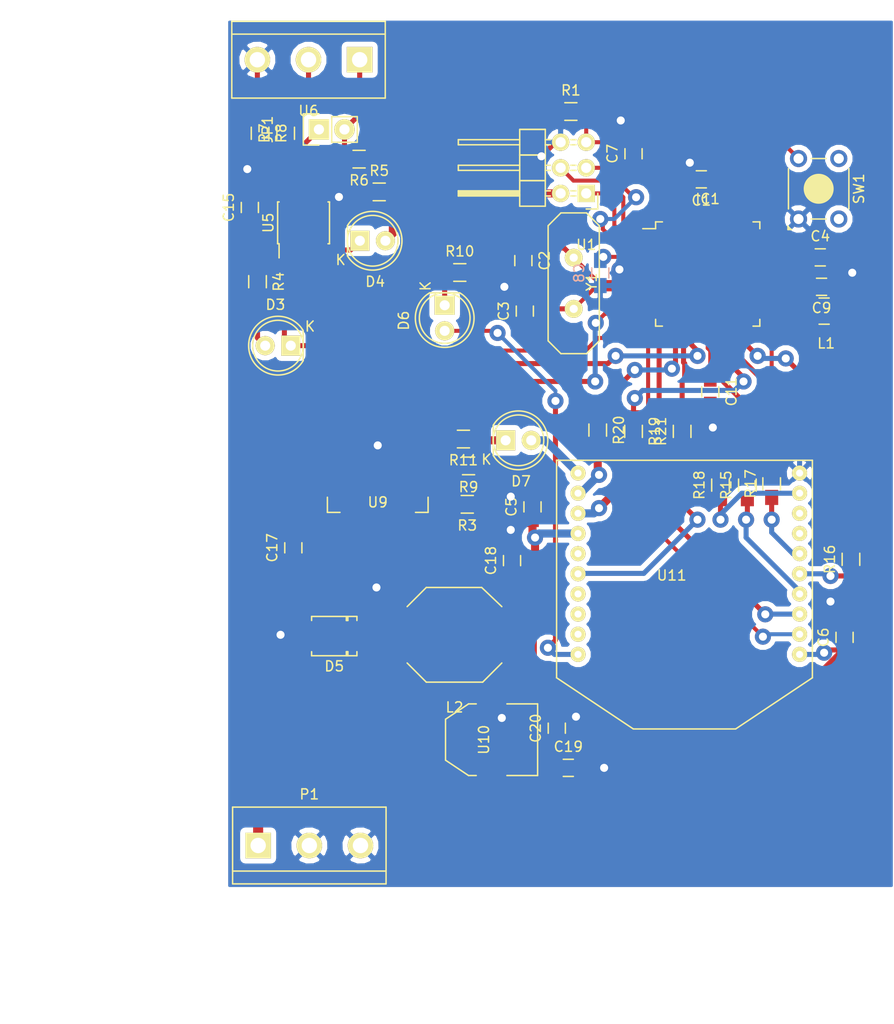
<source format=kicad_pcb>
(kicad_pcb (version 4) (host pcbnew 4.0.2-stable)

  (general
    (links 112)
    (no_connects 0)
    (area 47.978001 29.674 137.000001 133.579001)
    (thickness 1.6)
    (drawings 2)
    (tracks 427)
    (zones 0)
    (modules 50)
    (nets 66)
  )

  (page A4)
  (layers
    (0 F.Cu signal)
    (31 B.Cu signal)
    (32 B.Adhes user)
    (33 F.Adhes user)
    (34 B.Paste user)
    (35 F.Paste user)
    (36 B.SilkS user)
    (37 F.SilkS user)
    (38 B.Mask user)
    (39 F.Mask user)
    (40 Dwgs.User user)
    (41 Cmts.User user)
    (42 Eco1.User user)
    (43 Eco2.User user)
    (44 Edge.Cuts user)
    (45 Margin user)
    (46 B.CrtYd user)
    (47 F.CrtYd user)
    (48 B.Fab user)
    (49 F.Fab user)
  )

  (setup
    (last_trace_width 0.4)
    (user_trace_width 0.3)
    (user_trace_width 0.35)
    (user_trace_width 0.4)
    (user_trace_width 0.45)
    (user_trace_width 0.5)
    (user_trace_width 0.8)
    (user_trace_width 1)
    (trace_clearance 0.2)
    (zone_clearance 0.508)
    (zone_45_only yes)
    (trace_min 0.2)
    (segment_width 0.2)
    (edge_width 0.15)
    (via_size 0.6)
    (via_drill 0.4)
    (via_min_size 0.4)
    (via_min_drill 0.3)
    (user_via 1.6 0.8)
    (uvia_size 0.3)
    (uvia_drill 0.1)
    (uvias_allowed no)
    (uvia_min_size 0.2)
    (uvia_min_drill 0.1)
    (pcb_text_width 0.3)
    (pcb_text_size 1.5 1.5)
    (mod_edge_width 0.15)
    (mod_text_size 1 1)
    (mod_text_width 0.15)
    (pad_size 1.524 1.524)
    (pad_drill 0.762)
    (pad_to_mask_clearance 0.2)
    (aux_axis_origin 0 0)
    (visible_elements 7FFFF7FF)
    (pcbplotparams
      (layerselection 0x00030_80000001)
      (usegerberextensions false)
      (excludeedgelayer true)
      (linewidth 0.100000)
      (plotframeref false)
      (viasonmask false)
      (mode 1)
      (useauxorigin false)
      (hpglpennumber 1)
      (hpglpenspeed 20)
      (hpglpendiameter 15)
      (hpglpenoverlay 2)
      (psnegative false)
      (psa4output false)
      (plotreference true)
      (plotvalue true)
      (plotinvisibletext false)
      (padsonsilk false)
      (subtractmaskfromsilk false)
      (outputformat 1)
      (mirror false)
      (drillshape 1)
      (scaleselection 1)
      (outputdirectory ""))
  )

  (net 0 "")
  (net 1 +3V3)
  (net 2 GND)
  (net 3 "Net-(C2-Pad1)")
  (net 4 "Net-(C3-Pad1)")
  (net 5 "Net-(C4-Pad1)")
  (net 6 /~RESET)
  (net 7 "Net-(C9-Pad2)")
  (net 8 "Net-(C17-Pad1)")
  (net 9 VCC)
  (net 10 A_RXD)
  (net 11 "Net-(D3-Pad2)")
  (net 12 A_TXD)
  (net 13 "Net-(D4-Pad2)")
  (net 14 "Net-(D5-Pad1)")
  (net 15 "Net-(D6-Pad1)")
  (net 16 "Net-(D6-Pad2)")
  (net 17 "Net-(D7-Pad1)")
  (net 18 "Net-(D7-Pad2)")
  (net 19 MOSI)
  (net 20 MISO)
  (net 21 SCK)
  (net 22 RXD0)
  (net 23 TXD0)
  (net 24 INT1)
  (net 25 INT0)
  (net 26 A_DE)
  (net 27 "Net-(IC1-Pad16)")
  (net 28 D_IN1)
  (net 29 D_IN2)
  (net 30 D_IN3)
  (net 31 D_IN4)
  (net 32 D_IN5)
  (net 33 "Net-(IC1-Pad24)")
  (net 34 "Net-(IC1-Pad25)")
  (net 35 "Net-(IC1-Pad26)")
  (net 36 "Net-(IC1-Pad30)")
  (net 37 "Net-(IC1-Pad31)")
  (net 38 "Net-(IC1-Pad32)")
  (net 39 "Net-(IC1-Pad33)")
  (net 40 D_OUT4)
  (net 41 D_OUT3)
  (net 42 D_OUT2)
  (net 43 D_OUT1)
  (net 44 "Net-(IC1-Pad40)")
  (net 45 "Net-(IC1-Pad41)")
  (net 46 "Net-(IC1-Pad42)")
  (net 47 "Net-(IC1-Pad43)")
  (net 48 "Net-(IC1-Pad44)")
  (net 49 "Net-(JP1-Pad1)")
  (net 50 "Net-(R3-Pad2)")
  (net 51 "Net-(R15-Pad1)")
  (net 52 "Net-(R16-Pad1)")
  (net 53 "Net-(R17-Pad1)")
  (net 54 "Net-(R18-Pad1)")
  (net 55 "Net-(R19-Pad2)")
  (net 56 "Net-(R20-Pad2)")
  (net 57 "Net-(R21-Pad1)")
  (net 58 /D+)
  (net 59 /D-)
  (net 60 "Net-(U11-Pad15)")
  (net 61 "Net-(U11-Pad17)")
  (net 62 "Net-(U11-Pad18)")
  (net 63 "Net-(U11-Pad19)")
  (net 64 "Net-(U11-Pad8)")
  (net 65 "Net-(U11-Pad7)")

  (net_class Default "This is the default net class."
    (clearance 0.2)
    (trace_width 0.25)
    (via_dia 0.6)
    (via_drill 0.4)
    (uvia_dia 0.3)
    (uvia_drill 0.1)
    (add_net +3V3)
    (add_net /D+)
    (add_net /D-)
    (add_net /~RESET)
    (add_net A_DE)
    (add_net A_RXD)
    (add_net A_TXD)
    (add_net D_IN1)
    (add_net D_IN2)
    (add_net D_IN3)
    (add_net D_IN4)
    (add_net D_IN5)
    (add_net D_OUT1)
    (add_net D_OUT2)
    (add_net D_OUT3)
    (add_net D_OUT4)
    (add_net GND)
    (add_net INT0)
    (add_net INT1)
    (add_net MISO)
    (add_net MOSI)
    (add_net "Net-(C17-Pad1)")
    (add_net "Net-(C2-Pad1)")
    (add_net "Net-(C3-Pad1)")
    (add_net "Net-(C4-Pad1)")
    (add_net "Net-(C9-Pad2)")
    (add_net "Net-(D3-Pad2)")
    (add_net "Net-(D4-Pad2)")
    (add_net "Net-(D5-Pad1)")
    (add_net "Net-(D6-Pad1)")
    (add_net "Net-(D6-Pad2)")
    (add_net "Net-(D7-Pad1)")
    (add_net "Net-(D7-Pad2)")
    (add_net "Net-(IC1-Pad16)")
    (add_net "Net-(IC1-Pad24)")
    (add_net "Net-(IC1-Pad25)")
    (add_net "Net-(IC1-Pad26)")
    (add_net "Net-(IC1-Pad30)")
    (add_net "Net-(IC1-Pad31)")
    (add_net "Net-(IC1-Pad32)")
    (add_net "Net-(IC1-Pad33)")
    (add_net "Net-(IC1-Pad40)")
    (add_net "Net-(IC1-Pad41)")
    (add_net "Net-(IC1-Pad42)")
    (add_net "Net-(IC1-Pad43)")
    (add_net "Net-(IC1-Pad44)")
    (add_net "Net-(JP1-Pad1)")
    (add_net "Net-(R15-Pad1)")
    (add_net "Net-(R16-Pad1)")
    (add_net "Net-(R17-Pad1)")
    (add_net "Net-(R18-Pad1)")
    (add_net "Net-(R19-Pad2)")
    (add_net "Net-(R20-Pad2)")
    (add_net "Net-(R21-Pad1)")
    (add_net "Net-(R3-Pad2)")
    (add_net "Net-(U11-Pad15)")
    (add_net "Net-(U11-Pad17)")
    (add_net "Net-(U11-Pad18)")
    (add_net "Net-(U11-Pad19)")
    (add_net "Net-(U11-Pad7)")
    (add_net "Net-(U11-Pad8)")
    (add_net RXD0)
    (add_net SCK)
    (add_net TXD0)
    (add_net VCC)
  )

  (module Capacitors_SMD:C_0805_HandSoldering (layer F.Cu) (tedit 541A9B8D) (tstamp 5728E683)
    (at 117.983 47.752 180)
    (descr "Capacitor SMD 0805, hand soldering")
    (tags "capacitor 0805")
    (path /57002EC9)
    (attr smd)
    (fp_text reference C1 (at 0 -2.1 180) (layer F.SilkS)
      (effects (font (size 1 1) (thickness 0.15)))
    )
    (fp_text value 100n (at 0 2.1 180) (layer F.Fab)
      (effects (font (size 1 1) (thickness 0.15)))
    )
    (fp_line (start -2.3 -1) (end 2.3 -1) (layer F.CrtYd) (width 0.05))
    (fp_line (start -2.3 1) (end 2.3 1) (layer F.CrtYd) (width 0.05))
    (fp_line (start -2.3 -1) (end -2.3 1) (layer F.CrtYd) (width 0.05))
    (fp_line (start 2.3 -1) (end 2.3 1) (layer F.CrtYd) (width 0.05))
    (fp_line (start 0.5 -0.85) (end -0.5 -0.85) (layer F.SilkS) (width 0.15))
    (fp_line (start -0.5 0.85) (end 0.5 0.85) (layer F.SilkS) (width 0.15))
    (pad 1 smd rect (at -1.25 0 180) (size 1.5 1.25) (layers F.Cu F.Paste F.Mask)
      (net 1 +3V3))
    (pad 2 smd rect (at 1.25 0 180) (size 1.5 1.25) (layers F.Cu F.Paste F.Mask)
      (net 2 GND))
    (model Capacitors_SMD.3dshapes/C_0805_HandSoldering.wrl
      (at (xyz 0 0 0))
      (scale (xyz 1 1 1))
      (rotate (xyz 0 0 0))
    )
  )

  (module Capacitors_SMD:C_0805_HandSoldering (layer F.Cu) (tedit 541A9B8D) (tstamp 5728E68F)
    (at 100.311 55.82 270)
    (descr "Capacitor SMD 0805, hand soldering")
    (tags "capacitor 0805")
    (path /56FCF5A1)
    (attr smd)
    (fp_text reference C2 (at 0 -2.1 270) (layer F.SilkS)
      (effects (font (size 1 1) (thickness 0.15)))
    )
    (fp_text value 10p (at 0 2.1 270) (layer F.Fab)
      (effects (font (size 1 1) (thickness 0.15)))
    )
    (fp_line (start -2.3 -1) (end 2.3 -1) (layer F.CrtYd) (width 0.05))
    (fp_line (start -2.3 1) (end 2.3 1) (layer F.CrtYd) (width 0.05))
    (fp_line (start -2.3 -1) (end -2.3 1) (layer F.CrtYd) (width 0.05))
    (fp_line (start 2.3 -1) (end 2.3 1) (layer F.CrtYd) (width 0.05))
    (fp_line (start 0.5 -0.85) (end -0.5 -0.85) (layer F.SilkS) (width 0.15))
    (fp_line (start -0.5 0.85) (end 0.5 0.85) (layer F.SilkS) (width 0.15))
    (pad 1 smd rect (at -1.25 0 270) (size 1.5 1.25) (layers F.Cu F.Paste F.Mask)
      (net 3 "Net-(C2-Pad1)"))
    (pad 2 smd rect (at 1.25 0 270) (size 1.5 1.25) (layers F.Cu F.Paste F.Mask)
      (net 2 GND))
    (model Capacitors_SMD.3dshapes/C_0805_HandSoldering.wrl
      (at (xyz 0 0 0))
      (scale (xyz 1 1 1))
      (rotate (xyz 0 0 0))
    )
  )

  (module Capacitors_SMD:C_0805_HandSoldering (layer F.Cu) (tedit 541A9B8D) (tstamp 5728E69B)
    (at 100.457 60.833 90)
    (descr "Capacitor SMD 0805, hand soldering")
    (tags "capacitor 0805")
    (path /56FCF68F)
    (attr smd)
    (fp_text reference C3 (at 0 -2.1 90) (layer F.SilkS)
      (effects (font (size 1 1) (thickness 0.15)))
    )
    (fp_text value 10p (at 0 2.1 90) (layer F.Fab)
      (effects (font (size 1 1) (thickness 0.15)))
    )
    (fp_line (start -2.3 -1) (end 2.3 -1) (layer F.CrtYd) (width 0.05))
    (fp_line (start -2.3 1) (end 2.3 1) (layer F.CrtYd) (width 0.05))
    (fp_line (start -2.3 -1) (end -2.3 1) (layer F.CrtYd) (width 0.05))
    (fp_line (start 2.3 -1) (end 2.3 1) (layer F.CrtYd) (width 0.05))
    (fp_line (start 0.5 -0.85) (end -0.5 -0.85) (layer F.SilkS) (width 0.15))
    (fp_line (start -0.5 0.85) (end 0.5 0.85) (layer F.SilkS) (width 0.15))
    (pad 1 smd rect (at -1.25 0 90) (size 1.5 1.25) (layers F.Cu F.Paste F.Mask)
      (net 4 "Net-(C3-Pad1)"))
    (pad 2 smd rect (at 1.25 0 90) (size 1.5 1.25) (layers F.Cu F.Paste F.Mask)
      (net 2 GND))
    (model Capacitors_SMD.3dshapes/C_0805_HandSoldering.wrl
      (at (xyz 0 0 0))
      (scale (xyz 1 1 1))
      (rotate (xyz 0 0 0))
    )
  )

  (module Capacitors_SMD:C_0805_HandSoldering (layer F.Cu) (tedit 541A9B8D) (tstamp 5728E6A7)
    (at 129.794 55.499)
    (descr "Capacitor SMD 0805, hand soldering")
    (tags "capacitor 0805")
    (path /56FE7280)
    (attr smd)
    (fp_text reference C4 (at 0 -2.1) (layer F.SilkS)
      (effects (font (size 1 1) (thickness 0.15)))
    )
    (fp_text value 100n (at 0 2.1) (layer F.Fab)
      (effects (font (size 1 1) (thickness 0.15)))
    )
    (fp_line (start -2.3 -1) (end 2.3 -1) (layer F.CrtYd) (width 0.05))
    (fp_line (start -2.3 1) (end 2.3 1) (layer F.CrtYd) (width 0.05))
    (fp_line (start -2.3 -1) (end -2.3 1) (layer F.CrtYd) (width 0.05))
    (fp_line (start 2.3 -1) (end 2.3 1) (layer F.CrtYd) (width 0.05))
    (fp_line (start 0.5 -0.85) (end -0.5 -0.85) (layer F.SilkS) (width 0.15))
    (fp_line (start -0.5 0.85) (end 0.5 0.85) (layer F.SilkS) (width 0.15))
    (pad 1 smd rect (at -1.25 0) (size 1.5 1.25) (layers F.Cu F.Paste F.Mask)
      (net 5 "Net-(C4-Pad1)"))
    (pad 2 smd rect (at 1.25 0) (size 1.5 1.25) (layers F.Cu F.Paste F.Mask)
      (net 2 GND))
    (model Capacitors_SMD.3dshapes/C_0805_HandSoldering.wrl
      (at (xyz 0 0 0))
      (scale (xyz 1 1 1))
      (rotate (xyz 0 0 0))
    )
  )

  (module Capacitors_SMD:C_0805_HandSoldering (layer F.Cu) (tedit 541A9B8D) (tstamp 5728E6B3)
    (at 101.219 80.264 90)
    (descr "Capacitor SMD 0805, hand soldering")
    (tags "capacitor 0805")
    (path /57002F48)
    (attr smd)
    (fp_text reference C5 (at 0 -2.1 90) (layer F.SilkS)
      (effects (font (size 1 1) (thickness 0.15)))
    )
    (fp_text value 100n (at 0 2.1 90) (layer F.Fab)
      (effects (font (size 1 1) (thickness 0.15)))
    )
    (fp_line (start -2.3 -1) (end 2.3 -1) (layer F.CrtYd) (width 0.05))
    (fp_line (start -2.3 1) (end 2.3 1) (layer F.CrtYd) (width 0.05))
    (fp_line (start -2.3 -1) (end -2.3 1) (layer F.CrtYd) (width 0.05))
    (fp_line (start 2.3 -1) (end 2.3 1) (layer F.CrtYd) (width 0.05))
    (fp_line (start 0.5 -0.85) (end -0.5 -0.85) (layer F.SilkS) (width 0.15))
    (fp_line (start -0.5 0.85) (end 0.5 0.85) (layer F.SilkS) (width 0.15))
    (pad 1 smd rect (at -1.25 0 90) (size 1.5 1.25) (layers F.Cu F.Paste F.Mask)
      (net 1 +3V3))
    (pad 2 smd rect (at 1.25 0 90) (size 1.5 1.25) (layers F.Cu F.Paste F.Mask)
      (net 2 GND))
    (model Capacitors_SMD.3dshapes/C_0805_HandSoldering.wrl
      (at (xyz 0 0 0))
      (scale (xyz 1 1 1))
      (rotate (xyz 0 0 0))
    )
  )

  (module Capacitors_SMD:C_0805_HandSoldering (layer F.Cu) (tedit 541A9B8D) (tstamp 5728E6BF)
    (at 132.207 93.218 90)
    (descr "Capacitor SMD 0805, hand soldering")
    (tags "capacitor 0805")
    (path /57002FAF)
    (attr smd)
    (fp_text reference C6 (at 0 -2.1 90) (layer F.SilkS)
      (effects (font (size 1 1) (thickness 0.15)))
    )
    (fp_text value 100n (at 0 2.1 90) (layer F.Fab)
      (effects (font (size 1 1) (thickness 0.15)))
    )
    (fp_line (start -2.3 -1) (end 2.3 -1) (layer F.CrtYd) (width 0.05))
    (fp_line (start -2.3 1) (end 2.3 1) (layer F.CrtYd) (width 0.05))
    (fp_line (start -2.3 -1) (end -2.3 1) (layer F.CrtYd) (width 0.05))
    (fp_line (start 2.3 -1) (end 2.3 1) (layer F.CrtYd) (width 0.05))
    (fp_line (start 0.5 -0.85) (end -0.5 -0.85) (layer F.SilkS) (width 0.15))
    (fp_line (start -0.5 0.85) (end 0.5 0.85) (layer F.SilkS) (width 0.15))
    (pad 1 smd rect (at -1.25 0 90) (size 1.5 1.25) (layers F.Cu F.Paste F.Mask)
      (net 1 +3V3))
    (pad 2 smd rect (at 1.25 0 90) (size 1.5 1.25) (layers F.Cu F.Paste F.Mask)
      (net 2 GND))
    (model Capacitors_SMD.3dshapes/C_0805_HandSoldering.wrl
      (at (xyz 0 0 0))
      (scale (xyz 1 1 1))
      (rotate (xyz 0 0 0))
    )
  )

  (module Capacitors_SMD:C_0805_HandSoldering (layer F.Cu) (tedit 541A9B8D) (tstamp 5728E6CB)
    (at 111.252 45.212 90)
    (descr "Capacitor SMD 0805, hand soldering")
    (tags "capacitor 0805")
    (path /56FE9689)
    (attr smd)
    (fp_text reference C7 (at 0 -2.1 90) (layer F.SilkS)
      (effects (font (size 1 1) (thickness 0.15)))
    )
    (fp_text value 100n (at 0 2.1 90) (layer F.Fab)
      (effects (font (size 1 1) (thickness 0.15)))
    )
    (fp_line (start -2.3 -1) (end 2.3 -1) (layer F.CrtYd) (width 0.05))
    (fp_line (start -2.3 1) (end 2.3 1) (layer F.CrtYd) (width 0.05))
    (fp_line (start -2.3 -1) (end -2.3 1) (layer F.CrtYd) (width 0.05))
    (fp_line (start 2.3 -1) (end 2.3 1) (layer F.CrtYd) (width 0.05))
    (fp_line (start 0.5 -0.85) (end -0.5 -0.85) (layer F.SilkS) (width 0.15))
    (fp_line (start -0.5 0.85) (end 0.5 0.85) (layer F.SilkS) (width 0.15))
    (pad 1 smd rect (at -1.25 0 90) (size 1.5 1.25) (layers F.Cu F.Paste F.Mask)
      (net 6 /~RESET))
    (pad 2 smd rect (at 1.25 0 90) (size 1.5 1.25) (layers F.Cu F.Paste F.Mask)
      (net 2 GND))
    (model Capacitors_SMD.3dshapes/C_0805_HandSoldering.wrl
      (at (xyz 0 0 0))
      (scale (xyz 1 1 1))
      (rotate (xyz 0 0 0))
    )
  )

  (module Capacitors_SMD:C_0805_HandSoldering (layer B.Cu) (tedit 541A9B8D) (tstamp 5728E6D7)
    (at 107.95 57.05 270)
    (descr "Capacitor SMD 0805, hand soldering")
    (tags "capacitor 0805")
    (path /5700301A)
    (attr smd)
    (fp_text reference C8 (at 0 2.1 270) (layer B.SilkS)
      (effects (font (size 1 1) (thickness 0.15)) (justify mirror))
    )
    (fp_text value 10u (at 0 -2.1 270) (layer B.Fab)
      (effects (font (size 1 1) (thickness 0.15)) (justify mirror))
    )
    (fp_line (start -2.3 1) (end 2.3 1) (layer B.CrtYd) (width 0.05))
    (fp_line (start -2.3 -1) (end 2.3 -1) (layer B.CrtYd) (width 0.05))
    (fp_line (start -2.3 1) (end -2.3 -1) (layer B.CrtYd) (width 0.05))
    (fp_line (start 2.3 1) (end 2.3 -1) (layer B.CrtYd) (width 0.05))
    (fp_line (start 0.5 0.85) (end -0.5 0.85) (layer B.SilkS) (width 0.15))
    (fp_line (start -0.5 -0.85) (end 0.5 -0.85) (layer B.SilkS) (width 0.15))
    (pad 1 smd rect (at -1.25 0 270) (size 1.5 1.25) (layers B.Cu B.Paste B.Mask)
      (net 1 +3V3))
    (pad 2 smd rect (at 1.25 0 270) (size 1.5 1.25) (layers B.Cu B.Paste B.Mask)
      (net 2 GND))
    (model Capacitors_SMD.3dshapes/C_0805_HandSoldering.wrl
      (at (xyz 0 0 0))
      (scale (xyz 1 1 1))
      (rotate (xyz 0 0 0))
    )
  )

  (module Capacitors_SMD:C_0805_HandSoldering (layer F.Cu) (tedit 541A9B8D) (tstamp 5728E6E3)
    (at 129.921 58.42 180)
    (descr "Capacitor SMD 0805, hand soldering")
    (tags "capacitor 0805")
    (path /56FCEBC9)
    (attr smd)
    (fp_text reference C9 (at 0 -2.1 180) (layer F.SilkS)
      (effects (font (size 1 1) (thickness 0.15)))
    )
    (fp_text value 100n (at 0 2.1 180) (layer F.Fab)
      (effects (font (size 1 1) (thickness 0.15)))
    )
    (fp_line (start -2.3 -1) (end 2.3 -1) (layer F.CrtYd) (width 0.05))
    (fp_line (start -2.3 1) (end 2.3 1) (layer F.CrtYd) (width 0.05))
    (fp_line (start -2.3 -1) (end -2.3 1) (layer F.CrtYd) (width 0.05))
    (fp_line (start 2.3 -1) (end 2.3 1) (layer F.CrtYd) (width 0.05))
    (fp_line (start 0.5 -0.85) (end -0.5 -0.85) (layer F.SilkS) (width 0.15))
    (fp_line (start -0.5 0.85) (end 0.5 0.85) (layer F.SilkS) (width 0.15))
    (pad 1 smd rect (at -1.25 0 180) (size 1.5 1.25) (layers F.Cu F.Paste F.Mask)
      (net 2 GND))
    (pad 2 smd rect (at 1.25 0 180) (size 1.5 1.25) (layers F.Cu F.Paste F.Mask)
      (net 7 "Net-(C9-Pad2)"))
    (model Capacitors_SMD.3dshapes/C_0805_HandSoldering.wrl
      (at (xyz 0 0 0))
      (scale (xyz 1 1 1))
      (rotate (xyz 0 0 0))
    )
  )

  (module Capacitors_SMD:C_0805_HandSoldering (layer F.Cu) (tedit 541A9B8D) (tstamp 5728E6EF)
    (at 118.872 68.834 270)
    (descr "Capacitor SMD 0805, hand soldering")
    (tags "capacitor 0805")
    (path /56FED2F9)
    (attr smd)
    (fp_text reference C11 (at 0 -2.1 270) (layer F.SilkS)
      (effects (font (size 1 1) (thickness 0.15)))
    )
    (fp_text value 100n (at 0 2.1 270) (layer F.Fab)
      (effects (font (size 1 1) (thickness 0.15)))
    )
    (fp_line (start -2.3 -1) (end 2.3 -1) (layer F.CrtYd) (width 0.05))
    (fp_line (start -2.3 1) (end 2.3 1) (layer F.CrtYd) (width 0.05))
    (fp_line (start -2.3 -1) (end -2.3 1) (layer F.CrtYd) (width 0.05))
    (fp_line (start 2.3 -1) (end 2.3 1) (layer F.CrtYd) (width 0.05))
    (fp_line (start 0.5 -0.85) (end -0.5 -0.85) (layer F.SilkS) (width 0.15))
    (fp_line (start -0.5 0.85) (end 0.5 0.85) (layer F.SilkS) (width 0.15))
    (pad 1 smd rect (at -1.25 0 270) (size 1.5 1.25) (layers F.Cu F.Paste F.Mask)
      (net 1 +3V3))
    (pad 2 smd rect (at 1.25 0 270) (size 1.5 1.25) (layers F.Cu F.Paste F.Mask)
      (net 2 GND))
    (model Capacitors_SMD.3dshapes/C_0805_HandSoldering.wrl
      (at (xyz 0 0 0))
      (scale (xyz 1 1 1))
      (rotate (xyz 0 0 0))
    )
  )

  (module Capacitors_SMD:C_0805_HandSoldering (layer F.Cu) (tedit 541A9B8D) (tstamp 5728E6FB)
    (at 73.152 50.546 90)
    (descr "Capacitor SMD 0805, hand soldering")
    (tags "capacitor 0805")
    (path /56FF0641)
    (attr smd)
    (fp_text reference C15 (at 0 -2.1 90) (layer F.SilkS)
      (effects (font (size 1 1) (thickness 0.15)))
    )
    (fp_text value 100n (at 0 2.1 90) (layer F.Fab)
      (effects (font (size 1 1) (thickness 0.15)))
    )
    (fp_line (start -2.3 -1) (end 2.3 -1) (layer F.CrtYd) (width 0.05))
    (fp_line (start -2.3 1) (end 2.3 1) (layer F.CrtYd) (width 0.05))
    (fp_line (start -2.3 -1) (end -2.3 1) (layer F.CrtYd) (width 0.05))
    (fp_line (start 2.3 -1) (end 2.3 1) (layer F.CrtYd) (width 0.05))
    (fp_line (start 0.5 -0.85) (end -0.5 -0.85) (layer F.SilkS) (width 0.15))
    (fp_line (start -0.5 0.85) (end 0.5 0.85) (layer F.SilkS) (width 0.15))
    (pad 1 smd rect (at -1.25 0 90) (size 1.5 1.25) (layers F.Cu F.Paste F.Mask)
      (net 1 +3V3))
    (pad 2 smd rect (at 1.25 0 90) (size 1.5 1.25) (layers F.Cu F.Paste F.Mask)
      (net 2 GND))
    (model Capacitors_SMD.3dshapes/C_0805_HandSoldering.wrl
      (at (xyz 0 0 0))
      (scale (xyz 1 1 1))
      (rotate (xyz 0 0 0))
    )
  )

  (module Capacitors_SMD:C_0805_HandSoldering (layer F.Cu) (tedit 541A9B8D) (tstamp 5728E707)
    (at 77.47 84.328 90)
    (descr "Capacitor SMD 0805, hand soldering")
    (tags "capacitor 0805")
    (path /5707C712)
    (attr smd)
    (fp_text reference C17 (at 0 -2.1 90) (layer F.SilkS)
      (effects (font (size 1 1) (thickness 0.15)))
    )
    (fp_text value 680u (at 0 2.1 90) (layer F.Fab)
      (effects (font (size 1 1) (thickness 0.15)))
    )
    (fp_line (start -2.3 -1) (end 2.3 -1) (layer F.CrtYd) (width 0.05))
    (fp_line (start -2.3 1) (end 2.3 1) (layer F.CrtYd) (width 0.05))
    (fp_line (start -2.3 -1) (end -2.3 1) (layer F.CrtYd) (width 0.05))
    (fp_line (start 2.3 -1) (end 2.3 1) (layer F.CrtYd) (width 0.05))
    (fp_line (start 0.5 -0.85) (end -0.5 -0.85) (layer F.SilkS) (width 0.15))
    (fp_line (start -0.5 0.85) (end 0.5 0.85) (layer F.SilkS) (width 0.15))
    (pad 1 smd rect (at -1.25 0 90) (size 1.5 1.25) (layers F.Cu F.Paste F.Mask)
      (net 8 "Net-(C17-Pad1)"))
    (pad 2 smd rect (at 1.25 0 90) (size 1.5 1.25) (layers F.Cu F.Paste F.Mask)
      (net 2 GND))
    (model Capacitors_SMD.3dshapes/C_0805_HandSoldering.wrl
      (at (xyz 0 0 0))
      (scale (xyz 1 1 1))
      (rotate (xyz 0 0 0))
    )
  )

  (module Capacitors_SMD:C_0805_HandSoldering (layer F.Cu) (tedit 541A9B8D) (tstamp 5728E713)
    (at 99.187 85.598 90)
    (descr "Capacitor SMD 0805, hand soldering")
    (tags "capacitor 0805")
    (path /5707DBD3)
    (attr smd)
    (fp_text reference C18 (at 0 -2.1 90) (layer F.SilkS)
      (effects (font (size 1 1) (thickness 0.15)))
    )
    (fp_text value 220u (at 0 2.1 90) (layer F.Fab)
      (effects (font (size 1 1) (thickness 0.15)))
    )
    (fp_line (start -2.3 -1) (end 2.3 -1) (layer F.CrtYd) (width 0.05))
    (fp_line (start -2.3 1) (end 2.3 1) (layer F.CrtYd) (width 0.05))
    (fp_line (start -2.3 -1) (end -2.3 1) (layer F.CrtYd) (width 0.05))
    (fp_line (start 2.3 -1) (end 2.3 1) (layer F.CrtYd) (width 0.05))
    (fp_line (start 0.5 -0.85) (end -0.5 -0.85) (layer F.SilkS) (width 0.15))
    (fp_line (start -0.5 0.85) (end 0.5 0.85) (layer F.SilkS) (width 0.15))
    (pad 1 smd rect (at -1.25 0 90) (size 1.5 1.25) (layers F.Cu F.Paste F.Mask)
      (net 9 VCC))
    (pad 2 smd rect (at 1.25 0 90) (size 1.5 1.25) (layers F.Cu F.Paste F.Mask)
      (net 2 GND))
    (model Capacitors_SMD.3dshapes/C_0805_HandSoldering.wrl
      (at (xyz 0 0 0))
      (scale (xyz 1 1 1))
      (rotate (xyz 0 0 0))
    )
  )

  (module Capacitors_SMD:C_0805_HandSoldering (layer F.Cu) (tedit 541A9B8D) (tstamp 5728E71F)
    (at 104.775 106.172)
    (descr "Capacitor SMD 0805, hand soldering")
    (tags "capacitor 0805")
    (path /57074E5A)
    (attr smd)
    (fp_text reference C19 (at 0 -2.1) (layer F.SilkS)
      (effects (font (size 1 1) (thickness 0.15)))
    )
    (fp_text value 10u (at 0 2.1) (layer F.Fab)
      (effects (font (size 1 1) (thickness 0.15)))
    )
    (fp_line (start -2.3 -1) (end 2.3 -1) (layer F.CrtYd) (width 0.05))
    (fp_line (start -2.3 1) (end 2.3 1) (layer F.CrtYd) (width 0.05))
    (fp_line (start -2.3 -1) (end -2.3 1) (layer F.CrtYd) (width 0.05))
    (fp_line (start 2.3 -1) (end 2.3 1) (layer F.CrtYd) (width 0.05))
    (fp_line (start 0.5 -0.85) (end -0.5 -0.85) (layer F.SilkS) (width 0.15))
    (fp_line (start -0.5 0.85) (end 0.5 0.85) (layer F.SilkS) (width 0.15))
    (pad 1 smd rect (at -1.25 0) (size 1.5 1.25) (layers F.Cu F.Paste F.Mask)
      (net 9 VCC))
    (pad 2 smd rect (at 1.25 0) (size 1.5 1.25) (layers F.Cu F.Paste F.Mask)
      (net 2 GND))
    (model Capacitors_SMD.3dshapes/C_0805_HandSoldering.wrl
      (at (xyz 0 0 0))
      (scale (xyz 1 1 1))
      (rotate (xyz 0 0 0))
    )
  )

  (module Capacitors_SMD:C_0805_HandSoldering (layer F.Cu) (tedit 541A9B8D) (tstamp 5728E72B)
    (at 103.632 102.235 90)
    (descr "Capacitor SMD 0805, hand soldering")
    (tags "capacitor 0805")
    (path /57074D95)
    (attr smd)
    (fp_text reference C20 (at 0 -2.1 90) (layer F.SilkS)
      (effects (font (size 1 1) (thickness 0.15)))
    )
    (fp_text value 10u (at 0 2.1 90) (layer F.Fab)
      (effects (font (size 1 1) (thickness 0.15)))
    )
    (fp_line (start -2.3 -1) (end 2.3 -1) (layer F.CrtYd) (width 0.05))
    (fp_line (start -2.3 1) (end 2.3 1) (layer F.CrtYd) (width 0.05))
    (fp_line (start -2.3 -1) (end -2.3 1) (layer F.CrtYd) (width 0.05))
    (fp_line (start 2.3 -1) (end 2.3 1) (layer F.CrtYd) (width 0.05))
    (fp_line (start 0.5 -0.85) (end -0.5 -0.85) (layer F.SilkS) (width 0.15))
    (fp_line (start -0.5 0.85) (end 0.5 0.85) (layer F.SilkS) (width 0.15))
    (pad 1 smd rect (at -1.25 0 90) (size 1.5 1.25) (layers F.Cu F.Paste F.Mask)
      (net 1 +3V3))
    (pad 2 smd rect (at 1.25 0 90) (size 1.5 1.25) (layers F.Cu F.Paste F.Mask)
      (net 2 GND))
    (model Capacitors_SMD.3dshapes/C_0805_HandSoldering.wrl
      (at (xyz 0 0 0))
      (scale (xyz 1 1 1))
      (rotate (xyz 0 0 0))
    )
  )

  (module LEDs:LED-5MM (layer F.Cu) (tedit 5570F7EA) (tstamp 5728E737)
    (at 77.216 64.262 180)
    (descr "LED 5mm round vertical")
    (tags "LED 5mm round vertical")
    (path /56FEFA97)
    (fp_text reference D3 (at 1.524 4.064 180) (layer F.SilkS)
      (effects (font (size 1 1) (thickness 0.15)))
    )
    (fp_text value LED (at 1.524 -3.937 180) (layer F.Fab)
      (effects (font (size 1 1) (thickness 0.15)))
    )
    (fp_line (start -1.5 -1.55) (end -1.5 1.55) (layer F.CrtYd) (width 0.05))
    (fp_arc (start 1.3 0) (end -1.5 1.55) (angle -302) (layer F.CrtYd) (width 0.05))
    (fp_arc (start 1.27 0) (end -1.23 -1.5) (angle 297.5) (layer F.SilkS) (width 0.15))
    (fp_line (start -1.23 1.5) (end -1.23 -1.5) (layer F.SilkS) (width 0.15))
    (fp_circle (center 1.27 0) (end 0.97 -2.5) (layer F.SilkS) (width 0.15))
    (fp_text user K (at -1.905 1.905 180) (layer F.SilkS)
      (effects (font (size 1 1) (thickness 0.15)))
    )
    (pad 1 thru_hole rect (at 0 0 270) (size 2 1.9) (drill 1.00076) (layers *.Cu *.Mask F.SilkS)
      (net 10 A_RXD))
    (pad 2 thru_hole circle (at 2.54 0 180) (size 1.9 1.9) (drill 1.00076) (layers *.Cu *.Mask F.SilkS)
      (net 11 "Net-(D3-Pad2)"))
    (model LEDs.3dshapes/LED-5MM.wrl
      (at (xyz 0.05 0 0))
      (scale (xyz 1 1 1))
      (rotate (xyz 0 0 90))
    )
  )

  (module LEDs:LED-5MM (layer F.Cu) (tedit 5570F7EA) (tstamp 5728E743)
    (at 84.074 53.848)
    (descr "LED 5mm round vertical")
    (tags "LED 5mm round vertical")
    (path /56FEFA04)
    (fp_text reference D4 (at 1.524 4.064) (layer F.SilkS)
      (effects (font (size 1 1) (thickness 0.15)))
    )
    (fp_text value LED (at 1.524 -3.937) (layer F.Fab)
      (effects (font (size 1 1) (thickness 0.15)))
    )
    (fp_line (start -1.5 -1.55) (end -1.5 1.55) (layer F.CrtYd) (width 0.05))
    (fp_arc (start 1.3 0) (end -1.5 1.55) (angle -302) (layer F.CrtYd) (width 0.05))
    (fp_arc (start 1.27 0) (end -1.23 -1.5) (angle 297.5) (layer F.SilkS) (width 0.15))
    (fp_line (start -1.23 1.5) (end -1.23 -1.5) (layer F.SilkS) (width 0.15))
    (fp_circle (center 1.27 0) (end 0.97 -2.5) (layer F.SilkS) (width 0.15))
    (fp_text user K (at -1.905 1.905) (layer F.SilkS)
      (effects (font (size 1 1) (thickness 0.15)))
    )
    (pad 1 thru_hole rect (at 0 0 90) (size 2 1.9) (drill 1.00076) (layers *.Cu *.Mask F.SilkS)
      (net 12 A_TXD))
    (pad 2 thru_hole circle (at 2.54 0) (size 1.9 1.9) (drill 1.00076) (layers *.Cu *.Mask F.SilkS)
      (net 13 "Net-(D4-Pad2)"))
    (model LEDs.3dshapes/LED-5MM.wrl
      (at (xyz 0.05 0 0))
      (scale (xyz 1 1 1))
      (rotate (xyz 0 0 90))
    )
  )

  (module LEDs:LED-5MM (layer F.Cu) (tedit 5570F7EA) (tstamp 5728E75B)
    (at 92.5 60.25 270)
    (descr "LED 5mm round vertical")
    (tags "LED 5mm round vertical")
    (path /570C9F2A)
    (fp_text reference D6 (at 1.524 4.064 270) (layer F.SilkS)
      (effects (font (size 1 1) (thickness 0.15)))
    )
    (fp_text value LED (at 1.524 -3.937 270) (layer F.Fab)
      (effects (font (size 1 1) (thickness 0.15)))
    )
    (fp_line (start -1.5 -1.55) (end -1.5 1.55) (layer F.CrtYd) (width 0.05))
    (fp_arc (start 1.3 0) (end -1.5 1.55) (angle -302) (layer F.CrtYd) (width 0.05))
    (fp_arc (start 1.27 0) (end -1.23 -1.5) (angle 297.5) (layer F.SilkS) (width 0.15))
    (fp_line (start -1.23 1.5) (end -1.23 -1.5) (layer F.SilkS) (width 0.15))
    (fp_circle (center 1.27 0) (end 0.97 -2.5) (layer F.SilkS) (width 0.15))
    (fp_text user K (at -1.905 1.905 270) (layer F.SilkS)
      (effects (font (size 1 1) (thickness 0.15)))
    )
    (pad 1 thru_hole rect (at 0 0) (size 2 1.9) (drill 1.00076) (layers *.Cu *.Mask F.SilkS)
      (net 15 "Net-(D6-Pad1)"))
    (pad 2 thru_hole circle (at 2.54 0 270) (size 1.9 1.9) (drill 1.00076) (layers *.Cu *.Mask F.SilkS)
      (net 16 "Net-(D6-Pad2)"))
    (model LEDs.3dshapes/LED-5MM.wrl
      (at (xyz 0.05 0 0))
      (scale (xyz 1 1 1))
      (rotate (xyz 0 0 90))
    )
  )

  (module LEDs:LED-5MM (layer F.Cu) (tedit 5570F7EA) (tstamp 5728E767)
    (at 98.552 73.66)
    (descr "LED 5mm round vertical")
    (tags "LED 5mm round vertical")
    (path /570C4525)
    (fp_text reference D7 (at 1.524 4.064) (layer F.SilkS)
      (effects (font (size 1 1) (thickness 0.15)))
    )
    (fp_text value LED (at 1.524 -3.937) (layer F.Fab)
      (effects (font (size 1 1) (thickness 0.15)))
    )
    (fp_line (start -1.5 -1.55) (end -1.5 1.55) (layer F.CrtYd) (width 0.05))
    (fp_arc (start 1.3 0) (end -1.5 1.55) (angle -302) (layer F.CrtYd) (width 0.05))
    (fp_arc (start 1.27 0) (end -1.23 -1.5) (angle 297.5) (layer F.SilkS) (width 0.15))
    (fp_line (start -1.23 1.5) (end -1.23 -1.5) (layer F.SilkS) (width 0.15))
    (fp_circle (center 1.27 0) (end 0.97 -2.5) (layer F.SilkS) (width 0.15))
    (fp_text user K (at -1.905 1.905) (layer F.SilkS)
      (effects (font (size 1 1) (thickness 0.15)))
    )
    (pad 1 thru_hole rect (at 0 0 90) (size 2 1.9) (drill 1.00076) (layers *.Cu *.Mask F.SilkS)
      (net 17 "Net-(D7-Pad1)"))
    (pad 2 thru_hole circle (at 2.54 0) (size 1.9 1.9) (drill 1.00076) (layers *.Cu *.Mask F.SilkS)
      (net 18 "Net-(D7-Pad2)"))
    (model LEDs.3dshapes/LED-5MM.wrl
      (at (xyz 0.05 0 0))
      (scale (xyz 1 1 1))
      (rotate (xyz 0 0 90))
    )
  )

  (module Housings_QFP:TQFP-44_10x10mm_Pitch0.8mm (layer F.Cu) (tedit 54130A77) (tstamp 5728E7A4)
    (at 118.618 57.15)
    (descr "44-Lead Plastic Thin Quad Flatpack (PT) - 10x10x1.0 mm Body [TQFP] (see Microchip Packaging Specification 00000049BS.pdf)")
    (tags "QFP 0.8")
    (path /56FCE2D0)
    (attr smd)
    (fp_text reference IC1 (at 0 -7.45) (layer F.SilkS)
      (effects (font (size 1 1) (thickness 0.15)))
    )
    (fp_text value ATMEGA324P-A (at 0 7.45) (layer F.Fab)
      (effects (font (size 1 1) (thickness 0.15)))
    )
    (fp_line (start -6.7 -6.7) (end -6.7 6.7) (layer F.CrtYd) (width 0.05))
    (fp_line (start 6.7 -6.7) (end 6.7 6.7) (layer F.CrtYd) (width 0.05))
    (fp_line (start -6.7 -6.7) (end 6.7 -6.7) (layer F.CrtYd) (width 0.05))
    (fp_line (start -6.7 6.7) (end 6.7 6.7) (layer F.CrtYd) (width 0.05))
    (fp_line (start -5.175 -5.175) (end -5.175 -4.5) (layer F.SilkS) (width 0.15))
    (fp_line (start 5.175 -5.175) (end 5.175 -4.5) (layer F.SilkS) (width 0.15))
    (fp_line (start 5.175 5.175) (end 5.175 4.5) (layer F.SilkS) (width 0.15))
    (fp_line (start -5.175 5.175) (end -5.175 4.5) (layer F.SilkS) (width 0.15))
    (fp_line (start -5.175 -5.175) (end -4.5 -5.175) (layer F.SilkS) (width 0.15))
    (fp_line (start -5.175 5.175) (end -4.5 5.175) (layer F.SilkS) (width 0.15))
    (fp_line (start 5.175 5.175) (end 4.5 5.175) (layer F.SilkS) (width 0.15))
    (fp_line (start 5.175 -5.175) (end 4.5 -5.175) (layer F.SilkS) (width 0.15))
    (fp_line (start -5.175 -4.5) (end -6.45 -4.5) (layer F.SilkS) (width 0.15))
    (pad 1 smd rect (at -5.7 -4) (size 1.5 0.55) (layers F.Cu F.Paste F.Mask)
      (net 19 MOSI))
    (pad 2 smd rect (at -5.7 -3.2) (size 1.5 0.55) (layers F.Cu F.Paste F.Mask)
      (net 20 MISO))
    (pad 3 smd rect (at -5.7 -2.4) (size 1.5 0.55) (layers F.Cu F.Paste F.Mask)
      (net 21 SCK))
    (pad 4 smd rect (at -5.7 -1.6) (size 1.5 0.55) (layers F.Cu F.Paste F.Mask)
      (net 6 /~RESET))
    (pad 5 smd rect (at -5.7 -0.8) (size 1.5 0.55) (layers F.Cu F.Paste F.Mask)
      (net 1 +3V3))
    (pad 6 smd rect (at -5.7 0) (size 1.5 0.55) (layers F.Cu F.Paste F.Mask)
      (net 2 GND))
    (pad 7 smd rect (at -5.7 0.8) (size 1.5 0.55) (layers F.Cu F.Paste F.Mask)
      (net 3 "Net-(C2-Pad1)"))
    (pad 8 smd rect (at -5.7 1.6) (size 1.5 0.55) (layers F.Cu F.Paste F.Mask)
      (net 4 "Net-(C3-Pad1)"))
    (pad 9 smd rect (at -5.7 2.4) (size 1.5 0.55) (layers F.Cu F.Paste F.Mask)
      (net 10 A_RXD))
    (pad 10 smd rect (at -5.7 3.2) (size 1.5 0.55) (layers F.Cu F.Paste F.Mask)
      (net 12 A_TXD))
    (pad 11 smd rect (at -5.7 4) (size 1.5 0.55) (layers F.Cu F.Paste F.Mask)
      (net 22 RXD0))
    (pad 12 smd rect (at -4 5.7 90) (size 1.5 0.55) (layers F.Cu F.Paste F.Mask)
      (net 23 TXD0))
    (pad 13 smd rect (at -3.2 5.7 90) (size 1.5 0.55) (layers F.Cu F.Paste F.Mask)
      (net 24 INT1))
    (pad 14 smd rect (at -2.4 5.7 90) (size 1.5 0.55) (layers F.Cu F.Paste F.Mask)
      (net 25 INT0))
    (pad 15 smd rect (at -1.6 5.7 90) (size 1.5 0.55) (layers F.Cu F.Paste F.Mask)
      (net 26 A_DE))
    (pad 16 smd rect (at -0.8 5.7 90) (size 1.5 0.55) (layers F.Cu F.Paste F.Mask)
      (net 27 "Net-(IC1-Pad16)"))
    (pad 17 smd rect (at 0 5.7 90) (size 1.5 0.55) (layers F.Cu F.Paste F.Mask)
      (net 1 +3V3))
    (pad 18 smd rect (at 0.8 5.7 90) (size 1.5 0.55) (layers F.Cu F.Paste F.Mask)
      (net 2 GND))
    (pad 19 smd rect (at 1.6 5.7 90) (size 1.5 0.55) (layers F.Cu F.Paste F.Mask)
      (net 28 D_IN1))
    (pad 20 smd rect (at 2.4 5.7 90) (size 1.5 0.55) (layers F.Cu F.Paste F.Mask)
      (net 29 D_IN2))
    (pad 21 smd rect (at 3.2 5.7 90) (size 1.5 0.55) (layers F.Cu F.Paste F.Mask)
      (net 30 D_IN3))
    (pad 22 smd rect (at 4 5.7 90) (size 1.5 0.55) (layers F.Cu F.Paste F.Mask)
      (net 31 D_IN4))
    (pad 23 smd rect (at 5.7 4) (size 1.5 0.55) (layers F.Cu F.Paste F.Mask)
      (net 32 D_IN5))
    (pad 24 smd rect (at 5.7 3.2) (size 1.5 0.55) (layers F.Cu F.Paste F.Mask)
      (net 33 "Net-(IC1-Pad24)"))
    (pad 25 smd rect (at 5.7 2.4) (size 1.5 0.55) (layers F.Cu F.Paste F.Mask)
      (net 34 "Net-(IC1-Pad25)"))
    (pad 26 smd rect (at 5.7 1.6) (size 1.5 0.55) (layers F.Cu F.Paste F.Mask)
      (net 35 "Net-(IC1-Pad26)"))
    (pad 27 smd rect (at 5.7 0.8) (size 1.5 0.55) (layers F.Cu F.Paste F.Mask)
      (net 7 "Net-(C9-Pad2)"))
    (pad 28 smd rect (at 5.7 0) (size 1.5 0.55) (layers F.Cu F.Paste F.Mask)
      (net 2 GND))
    (pad 29 smd rect (at 5.7 -0.8) (size 1.5 0.55) (layers F.Cu F.Paste F.Mask)
      (net 5 "Net-(C4-Pad1)"))
    (pad 30 smd rect (at 5.7 -1.6) (size 1.5 0.55) (layers F.Cu F.Paste F.Mask)
      (net 36 "Net-(IC1-Pad30)"))
    (pad 31 smd rect (at 5.7 -2.4) (size 1.5 0.55) (layers F.Cu F.Paste F.Mask)
      (net 37 "Net-(IC1-Pad31)"))
    (pad 32 smd rect (at 5.7 -3.2) (size 1.5 0.55) (layers F.Cu F.Paste F.Mask)
      (net 38 "Net-(IC1-Pad32)"))
    (pad 33 smd rect (at 5.7 -4) (size 1.5 0.55) (layers F.Cu F.Paste F.Mask)
      (net 39 "Net-(IC1-Pad33)"))
    (pad 34 smd rect (at 4 -5.7 90) (size 1.5 0.55) (layers F.Cu F.Paste F.Mask)
      (net 40 D_OUT4))
    (pad 35 smd rect (at 3.2 -5.7 90) (size 1.5 0.55) (layers F.Cu F.Paste F.Mask)
      (net 41 D_OUT3))
    (pad 36 smd rect (at 2.4 -5.7 90) (size 1.5 0.55) (layers F.Cu F.Paste F.Mask)
      (net 42 D_OUT2))
    (pad 37 smd rect (at 1.6 -5.7 90) (size 1.5 0.55) (layers F.Cu F.Paste F.Mask)
      (net 43 D_OUT1))
    (pad 38 smd rect (at 0.8 -5.7 90) (size 1.5 0.55) (layers F.Cu F.Paste F.Mask)
      (net 1 +3V3))
    (pad 39 smd rect (at 0 -5.7 90) (size 1.5 0.55) (layers F.Cu F.Paste F.Mask)
      (net 2 GND))
    (pad 40 smd rect (at -0.8 -5.7 90) (size 1.5 0.55) (layers F.Cu F.Paste F.Mask)
      (net 44 "Net-(IC1-Pad40)"))
    (pad 41 smd rect (at -1.6 -5.7 90) (size 1.5 0.55) (layers F.Cu F.Paste F.Mask)
      (net 45 "Net-(IC1-Pad41)"))
    (pad 42 smd rect (at -2.4 -5.7 90) (size 1.5 0.55) (layers F.Cu F.Paste F.Mask)
      (net 46 "Net-(IC1-Pad42)"))
    (pad 43 smd rect (at -3.2 -5.7 90) (size 1.5 0.55) (layers F.Cu F.Paste F.Mask)
      (net 47 "Net-(IC1-Pad43)"))
    (pad 44 smd rect (at -4 -5.7 90) (size 1.5 0.55) (layers F.Cu F.Paste F.Mask)
      (net 48 "Net-(IC1-Pad44)"))
    (model Housings_QFP.3dshapes/TQFP-44_10x10mm_Pitch0.8mm.wrl
      (at (xyz 0 0 0))
      (scale (xyz 1 1 1))
      (rotate (xyz 0 0 0))
    )
  )

  (module Inductors_NEOSID:Neosid_Inductor_SM-NE30_SMD1210 (layer F.Cu) (tedit 0) (tstamp 5728E7CF)
    (at 130.175 60.833 180)
    (descr "Neosid, Inductor, SM-NE30, SMD1210, Festinduktivitaet, SMD,")
    (tags "Neosid, Inductor, SM-NE30, SMD1210, Festinduktivitaet, SMD,")
    (path /56FCED6B)
    (attr smd)
    (fp_text reference L1 (at -0.20066 -3.2004 180) (layer F.SilkS)
      (effects (font (size 1 1) (thickness 0.15)))
    )
    (fp_text value 10uH (at 0 3.2004 180) (layer F.Fab)
      (effects (font (size 1 1) (thickness 0.15)))
    )
    (fp_line (start 0.50038 1.30048) (end -0.50038 1.30048) (layer F.SilkS) (width 0.15))
    (fp_line (start 0.50038 -1.30048) (end -0.50038 -1.30048) (layer F.SilkS) (width 0.15))
    (pad 2 smd rect (at 1.6002 0 180) (size 1.00076 1.89992) (layers F.Cu F.Paste F.Mask)
      (net 7 "Net-(C9-Pad2)"))
    (pad 1 smd rect (at -1.6002 0 180) (size 1.00076 1.89992) (layers F.Cu F.Paste F.Mask)
      (net 1 +3V3))
  )

  (module Inductors_NEOSID:Neosid_Inductor_Ms95 (layer F.Cu) (tedit 0) (tstamp 5728E7DB)
    (at 93.472 92.964 180)
    (descr "Neosid,Inductor,Ms95, Ms95a, Ms95T, Festinduktivitaet, SMD,")
    (tags "Neosid,Inductor,Ms95, Ms95a, Ms95T, Festinduktivitaet, SMD,")
    (path /5707D9D5)
    (attr smd)
    (fp_text reference L2 (at 0 -7.2009 180) (layer F.SilkS)
      (effects (font (size 1 1) (thickness 0.15)))
    )
    (fp_text value 33u (at 0.20066 7.39902 180) (layer F.Fab)
      (effects (font (size 1 1) (thickness 0.15)))
    )
    (fp_line (start 4.699 2.79908) (end 2.79908 4.699) (layer F.SilkS) (width 0.15))
    (fp_line (start 2.79908 4.699) (end -2.70002 4.699) (layer F.SilkS) (width 0.15))
    (fp_line (start -2.70002 4.699) (end -4.699 2.79908) (layer F.SilkS) (width 0.15))
    (fp_line (start 4.699 -2.79908) (end 2.79908 -4.699) (layer F.SilkS) (width 0.15))
    (fp_line (start 2.79908 -4.699) (end -2.79908 -4.699) (layer F.SilkS) (width 0.15))
    (fp_line (start -2.79908 -4.699) (end -4.699 -2.79908) (layer F.SilkS) (width 0.15))
    (pad 1 smd rect (at -5.25018 0 180) (size 2.90068 4.50088) (layers F.Cu F.Paste F.Mask)
      (net 9 VCC))
    (pad 2 smd rect (at 5.25018 0 180) (size 2.90068 4.50088) (layers F.Cu F.Paste F.Mask)
      (net 14 "Net-(D5-Pad1)"))
  )

  (module Connect:bornier3 (layer F.Cu) (tedit 0) (tstamp 5728E7E7)
    (at 79.058 113.879)
    (descr "Bornier d'alimentation 3 pins")
    (tags DEV)
    (path /572A049E)
    (fp_text reference P1 (at 0 -5.08) (layer F.SilkS)
      (effects (font (size 1 1) (thickness 0.15)))
    )
    (fp_text value CONN_01X03 (at 0 5.08) (layer F.Fab)
      (effects (font (size 1 1) (thickness 0.15)))
    )
    (fp_line (start -7.62 3.81) (end -7.62 -3.81) (layer F.SilkS) (width 0.15))
    (fp_line (start 7.62 3.81) (end 7.62 -3.81) (layer F.SilkS) (width 0.15))
    (fp_line (start -7.62 2.54) (end 7.62 2.54) (layer F.SilkS) (width 0.15))
    (fp_line (start -7.62 -3.81) (end 7.62 -3.81) (layer F.SilkS) (width 0.15))
    (fp_line (start -7.62 3.81) (end 7.62 3.81) (layer F.SilkS) (width 0.15))
    (pad 1 thru_hole rect (at -5.08 0) (size 2.54 2.54) (drill 1.524) (layers *.Cu *.Mask F.SilkS)
      (net 8 "Net-(C17-Pad1)"))
    (pad 2 thru_hole circle (at 0 0) (size 2.54 2.54) (drill 1.524) (layers *.Cu *.Mask F.SilkS)
      (net 2 GND))
    (pad 3 thru_hole circle (at 5.08 0) (size 2.54 2.54) (drill 1.524) (layers *.Cu *.Mask F.SilkS)
      (net 2 GND))
    (model Connect.3dshapes/bornier3.wrl
      (at (xyz 0 0 0))
      (scale (xyz 1 1 1))
      (rotate (xyz 0 0 0))
    )
  )

  (module Resistors_SMD:R_0805_HandSoldering (layer F.Cu) (tedit 54189DEE) (tstamp 5728E7F3)
    (at 105.029 41.021)
    (descr "Resistor SMD 0805, hand soldering")
    (tags "resistor 0805")
    (path /56FE95B5)
    (attr smd)
    (fp_text reference R1 (at 0 -2.1) (layer F.SilkS)
      (effects (font (size 1 1) (thickness 0.15)))
    )
    (fp_text value 10k (at 0 2.1) (layer F.Fab)
      (effects (font (size 1 1) (thickness 0.15)))
    )
    (fp_line (start -2.4 -1) (end 2.4 -1) (layer F.CrtYd) (width 0.05))
    (fp_line (start -2.4 1) (end 2.4 1) (layer F.CrtYd) (width 0.05))
    (fp_line (start -2.4 -1) (end -2.4 1) (layer F.CrtYd) (width 0.05))
    (fp_line (start 2.4 -1) (end 2.4 1) (layer F.CrtYd) (width 0.05))
    (fp_line (start 0.6 0.875) (end -0.6 0.875) (layer F.SilkS) (width 0.15))
    (fp_line (start -0.6 -0.875) (end 0.6 -0.875) (layer F.SilkS) (width 0.15))
    (pad 1 smd rect (at -1.35 0) (size 1.5 1.3) (layers F.Cu F.Paste F.Mask)
      (net 1 +3V3))
    (pad 2 smd rect (at 1.35 0) (size 1.5 1.3) (layers F.Cu F.Paste F.Mask)
      (net 6 /~RESET))
    (model Resistors_SMD.3dshapes/R_0805_HandSoldering.wrl
      (at (xyz 0 0 0))
      (scale (xyz 1 1 1))
      (rotate (xyz 0 0 0))
    )
  )

  (module Resistors_SMD:R_0805_HandSoldering (layer F.Cu) (tedit 54189DEE) (tstamp 5728E7FF)
    (at 94.742 80.01 180)
    (descr "Resistor SMD 0805, hand soldering")
    (tags "resistor 0805")
    (path /5710E61F)
    (attr smd)
    (fp_text reference R3 (at 0 -2.1 180) (layer F.SilkS)
      (effects (font (size 1 1) (thickness 0.15)))
    )
    (fp_text value R (at 0 2.1 180) (layer F.Fab)
      (effects (font (size 1 1) (thickness 0.15)))
    )
    (fp_line (start -2.4 -1) (end 2.4 -1) (layer F.CrtYd) (width 0.05))
    (fp_line (start -2.4 1) (end 2.4 1) (layer F.CrtYd) (width 0.05))
    (fp_line (start -2.4 -1) (end -2.4 1) (layer F.CrtYd) (width 0.05))
    (fp_line (start 2.4 -1) (end 2.4 1) (layer F.CrtYd) (width 0.05))
    (fp_line (start 0.6 0.875) (end -0.6 0.875) (layer F.SilkS) (width 0.15))
    (fp_line (start -0.6 -0.875) (end 0.6 -0.875) (layer F.SilkS) (width 0.15))
    (pad 1 smd rect (at -1.35 0 180) (size 1.5 1.3) (layers F.Cu F.Paste F.Mask)
      (net 9 VCC))
    (pad 2 smd rect (at 1.35 0 180) (size 1.5 1.3) (layers F.Cu F.Paste F.Mask)
      (net 50 "Net-(R3-Pad2)"))
    (model Resistors_SMD.3dshapes/R_0805_HandSoldering.wrl
      (at (xyz 0 0 0))
      (scale (xyz 1 1 1))
      (rotate (xyz 0 0 0))
    )
  )

  (module Resistors_SMD:R_0805_HandSoldering (layer F.Cu) (tedit 54189DEE) (tstamp 5728E80B)
    (at 73.914 57.912 270)
    (descr "Resistor SMD 0805, hand soldering")
    (tags "resistor 0805")
    (path /56FEFB07)
    (attr smd)
    (fp_text reference R4 (at 0 -2.1 270) (layer F.SilkS)
      (effects (font (size 1 1) (thickness 0.15)))
    )
    (fp_text value 1k (at 0 2.1 270) (layer F.Fab)
      (effects (font (size 1 1) (thickness 0.15)))
    )
    (fp_line (start -2.4 -1) (end 2.4 -1) (layer F.CrtYd) (width 0.05))
    (fp_line (start -2.4 1) (end 2.4 1) (layer F.CrtYd) (width 0.05))
    (fp_line (start -2.4 -1) (end -2.4 1) (layer F.CrtYd) (width 0.05))
    (fp_line (start 2.4 -1) (end 2.4 1) (layer F.CrtYd) (width 0.05))
    (fp_line (start 0.6 0.875) (end -0.6 0.875) (layer F.SilkS) (width 0.15))
    (fp_line (start -0.6 -0.875) (end 0.6 -0.875) (layer F.SilkS) (width 0.15))
    (pad 1 smd rect (at -1.35 0 270) (size 1.5 1.3) (layers F.Cu F.Paste F.Mask)
      (net 1 +3V3))
    (pad 2 smd rect (at 1.35 0 270) (size 1.5 1.3) (layers F.Cu F.Paste F.Mask)
      (net 11 "Net-(D3-Pad2)"))
    (model Resistors_SMD.3dshapes/R_0805_HandSoldering.wrl
      (at (xyz 0 0 0))
      (scale (xyz 1 1 1))
      (rotate (xyz 0 0 0))
    )
  )

  (module Resistors_SMD:R_0805_HandSoldering (layer F.Cu) (tedit 54189DEE) (tstamp 5728E817)
    (at 86 49)
    (descr "Resistor SMD 0805, hand soldering")
    (tags "resistor 0805")
    (path /56FEFEDD)
    (attr smd)
    (fp_text reference R5 (at 0 -2.1) (layer F.SilkS)
      (effects (font (size 1 1) (thickness 0.15)))
    )
    (fp_text value 1k (at 0 2.1) (layer F.Fab)
      (effects (font (size 1 1) (thickness 0.15)))
    )
    (fp_line (start -2.4 -1) (end 2.4 -1) (layer F.CrtYd) (width 0.05))
    (fp_line (start -2.4 1) (end 2.4 1) (layer F.CrtYd) (width 0.05))
    (fp_line (start -2.4 -1) (end -2.4 1) (layer F.CrtYd) (width 0.05))
    (fp_line (start 2.4 -1) (end 2.4 1) (layer F.CrtYd) (width 0.05))
    (fp_line (start 0.6 0.875) (end -0.6 0.875) (layer F.SilkS) (width 0.15))
    (fp_line (start -0.6 -0.875) (end 0.6 -0.875) (layer F.SilkS) (width 0.15))
    (pad 1 smd rect (at -1.35 0) (size 1.5 1.3) (layers F.Cu F.Paste F.Mask)
      (net 1 +3V3))
    (pad 2 smd rect (at 1.35 0) (size 1.5 1.3) (layers F.Cu F.Paste F.Mask)
      (net 13 "Net-(D4-Pad2)"))
    (model Resistors_SMD.3dshapes/R_0805_HandSoldering.wrl
      (at (xyz 0 0 0))
      (scale (xyz 1 1 1))
      (rotate (xyz 0 0 0))
    )
  )

  (module Resistors_SMD:R_0805_HandSoldering (layer F.Cu) (tedit 54189DEE) (tstamp 5728E823)
    (at 84 45.75 180)
    (descr "Resistor SMD 0805, hand soldering")
    (tags "resistor 0805")
    (path /56FF2226)
    (attr smd)
    (fp_text reference R6 (at 0 -2.1 180) (layer F.SilkS)
      (effects (font (size 1 1) (thickness 0.15)))
    )
    (fp_text value 1k (at 0 2.1 180) (layer F.Fab)
      (effects (font (size 1 1) (thickness 0.15)))
    )
    (fp_line (start -2.4 -1) (end 2.4 -1) (layer F.CrtYd) (width 0.05))
    (fp_line (start -2.4 1) (end 2.4 1) (layer F.CrtYd) (width 0.05))
    (fp_line (start -2.4 -1) (end -2.4 1) (layer F.CrtYd) (width 0.05))
    (fp_line (start 2.4 -1) (end 2.4 1) (layer F.CrtYd) (width 0.05))
    (fp_line (start 0.6 0.875) (end -0.6 0.875) (layer F.SilkS) (width 0.15))
    (fp_line (start -0.6 -0.875) (end 0.6 -0.875) (layer F.SilkS) (width 0.15))
    (pad 1 smd rect (at -1.35 0 180) (size 1.5 1.3) (layers F.Cu F.Paste F.Mask)
      (net 1 +3V3))
    (pad 2 smd rect (at 1.35 0 180) (size 1.5 1.3) (layers F.Cu F.Paste F.Mask)
      (net 58 /D+))
    (model Resistors_SMD.3dshapes/R_0805_HandSoldering.wrl
      (at (xyz 0 0 0))
      (scale (xyz 1 1 1))
      (rotate (xyz 0 0 0))
    )
  )

  (module Resistors_SMD:R_0805_HandSoldering (layer F.Cu) (tedit 54189DEE) (tstamp 5728E82F)
    (at 76.708 43.18 90)
    (descr "Resistor SMD 0805, hand soldering")
    (tags "resistor 0805")
    (path /56FF2279)
    (attr smd)
    (fp_text reference R7 (at 0 -2.1 90) (layer F.SilkS)
      (effects (font (size 1 1) (thickness 0.15)))
    )
    (fp_text value 120 (at 0 2.1 90) (layer F.Fab)
      (effects (font (size 1 1) (thickness 0.15)))
    )
    (fp_line (start -2.4 -1) (end 2.4 -1) (layer F.CrtYd) (width 0.05))
    (fp_line (start -2.4 1) (end 2.4 1) (layer F.CrtYd) (width 0.05))
    (fp_line (start -2.4 -1) (end -2.4 1) (layer F.CrtYd) (width 0.05))
    (fp_line (start 2.4 -1) (end 2.4 1) (layer F.CrtYd) (width 0.05))
    (fp_line (start 0.6 0.875) (end -0.6 0.875) (layer F.SilkS) (width 0.15))
    (fp_line (start -0.6 -0.875) (end 0.6 -0.875) (layer F.SilkS) (width 0.15))
    (pad 1 smd rect (at -1.35 0 90) (size 1.5 1.3) (layers F.Cu F.Paste F.Mask)
      (net 49 "Net-(JP1-Pad1)"))
    (pad 2 smd rect (at 1.35 0 90) (size 1.5 1.3) (layers F.Cu F.Paste F.Mask)
      (net 59 /D-))
    (model Resistors_SMD.3dshapes/R_0805_HandSoldering.wrl
      (at (xyz 0 0 0))
      (scale (xyz 1 1 1))
      (rotate (xyz 0 0 0))
    )
  )

  (module Resistors_SMD:R_0805_HandSoldering (layer F.Cu) (tedit 54189DEE) (tstamp 5728E83B)
    (at 74.168 43.18 270)
    (descr "Resistor SMD 0805, hand soldering")
    (tags "resistor 0805")
    (path /56FF1D27)
    (attr smd)
    (fp_text reference R8 (at 0 -2.1 270) (layer F.SilkS)
      (effects (font (size 1 1) (thickness 0.15)))
    )
    (fp_text value 1k (at 0 2.1 270) (layer F.Fab)
      (effects (font (size 1 1) (thickness 0.15)))
    )
    (fp_line (start -2.4 -1) (end 2.4 -1) (layer F.CrtYd) (width 0.05))
    (fp_line (start -2.4 1) (end 2.4 1) (layer F.CrtYd) (width 0.05))
    (fp_line (start -2.4 -1) (end -2.4 1) (layer F.CrtYd) (width 0.05))
    (fp_line (start 2.4 -1) (end 2.4 1) (layer F.CrtYd) (width 0.05))
    (fp_line (start 0.6 0.875) (end -0.6 0.875) (layer F.SilkS) (width 0.15))
    (fp_line (start -0.6 -0.875) (end 0.6 -0.875) (layer F.SilkS) (width 0.15))
    (pad 1 smd rect (at -1.35 0 270) (size 1.5 1.3) (layers F.Cu F.Paste F.Mask)
      (net 59 /D-))
    (pad 2 smd rect (at 1.35 0 270) (size 1.5 1.3) (layers F.Cu F.Paste F.Mask)
      (net 2 GND))
    (model Resistors_SMD.3dshapes/R_0805_HandSoldering.wrl
      (at (xyz 0 0 0))
      (scale (xyz 1 1 1))
      (rotate (xyz 0 0 0))
    )
  )

  (module Resistors_SMD:R_0805_HandSoldering (layer F.Cu) (tedit 54189DEE) (tstamp 5728E847)
    (at 94.869 76.2 180)
    (descr "Resistor SMD 0805, hand soldering")
    (tags "resistor 0805")
    (path /5710E566)
    (attr smd)
    (fp_text reference R9 (at 0 -2.1 180) (layer F.SilkS)
      (effects (font (size 1 1) (thickness 0.15)))
    )
    (fp_text value R (at 0 2.1 180) (layer F.Fab)
      (effects (font (size 1 1) (thickness 0.15)))
    )
    (fp_line (start -2.4 -1) (end 2.4 -1) (layer F.CrtYd) (width 0.05))
    (fp_line (start -2.4 1) (end 2.4 1) (layer F.CrtYd) (width 0.05))
    (fp_line (start -2.4 -1) (end -2.4 1) (layer F.CrtYd) (width 0.05))
    (fp_line (start 2.4 -1) (end 2.4 1) (layer F.CrtYd) (width 0.05))
    (fp_line (start 0.6 0.875) (end -0.6 0.875) (layer F.SilkS) (width 0.15))
    (fp_line (start -0.6 -0.875) (end 0.6 -0.875) (layer F.SilkS) (width 0.15))
    (pad 1 smd rect (at -1.35 0 180) (size 1.5 1.3) (layers F.Cu F.Paste F.Mask)
      (net 50 "Net-(R3-Pad2)"))
    (pad 2 smd rect (at 1.35 0 180) (size 1.5 1.3) (layers F.Cu F.Paste F.Mask)
      (net 2 GND))
    (model Resistors_SMD.3dshapes/R_0805_HandSoldering.wrl
      (at (xyz 0 0 0))
      (scale (xyz 1 1 1))
      (rotate (xyz 0 0 0))
    )
  )

  (module Resistors_SMD:R_0805_HandSoldering (layer F.Cu) (tedit 54189DEE) (tstamp 5728E853)
    (at 94 57)
    (descr "Resistor SMD 0805, hand soldering")
    (tags "resistor 0805")
    (path /570C9F30)
    (attr smd)
    (fp_text reference R10 (at 0 -2.1) (layer F.SilkS)
      (effects (font (size 1 1) (thickness 0.15)))
    )
    (fp_text value R (at 0 2.1) (layer F.Fab)
      (effects (font (size 1 1) (thickness 0.15)))
    )
    (fp_line (start -2.4 -1) (end 2.4 -1) (layer F.CrtYd) (width 0.05))
    (fp_line (start -2.4 1) (end 2.4 1) (layer F.CrtYd) (width 0.05))
    (fp_line (start -2.4 -1) (end -2.4 1) (layer F.CrtYd) (width 0.05))
    (fp_line (start 2.4 -1) (end 2.4 1) (layer F.CrtYd) (width 0.05))
    (fp_line (start 0.6 0.875) (end -0.6 0.875) (layer F.SilkS) (width 0.15))
    (fp_line (start -0.6 -0.875) (end 0.6 -0.875) (layer F.SilkS) (width 0.15))
    (pad 1 smd rect (at -1.35 0) (size 1.5 1.3) (layers F.Cu F.Paste F.Mask)
      (net 15 "Net-(D6-Pad1)"))
    (pad 2 smd rect (at 1.35 0) (size 1.5 1.3) (layers F.Cu F.Paste F.Mask)
      (net 2 GND))
    (model Resistors_SMD.3dshapes/R_0805_HandSoldering.wrl
      (at (xyz 0 0 0))
      (scale (xyz 1 1 1))
      (rotate (xyz 0 0 0))
    )
  )

  (module Resistors_SMD:R_0805_HandSoldering (layer F.Cu) (tedit 54189DEE) (tstamp 5728E85F)
    (at 94.361 73.533 180)
    (descr "Resistor SMD 0805, hand soldering")
    (tags "resistor 0805")
    (path /570C46E2)
    (attr smd)
    (fp_text reference R11 (at 0 -2.1 180) (layer F.SilkS)
      (effects (font (size 1 1) (thickness 0.15)))
    )
    (fp_text value 5 (at 0 2.1 180) (layer F.Fab)
      (effects (font (size 1 1) (thickness 0.15)))
    )
    (fp_line (start -2.4 -1) (end 2.4 -1) (layer F.CrtYd) (width 0.05))
    (fp_line (start -2.4 1) (end 2.4 1) (layer F.CrtYd) (width 0.05))
    (fp_line (start -2.4 -1) (end -2.4 1) (layer F.CrtYd) (width 0.05))
    (fp_line (start 2.4 -1) (end 2.4 1) (layer F.CrtYd) (width 0.05))
    (fp_line (start 0.6 0.875) (end -0.6 0.875) (layer F.SilkS) (width 0.15))
    (fp_line (start -0.6 -0.875) (end 0.6 -0.875) (layer F.SilkS) (width 0.15))
    (pad 1 smd rect (at -1.35 0 180) (size 1.5 1.3) (layers F.Cu F.Paste F.Mask)
      (net 17 "Net-(D7-Pad1)"))
    (pad 2 smd rect (at 1.35 0 180) (size 1.5 1.3) (layers F.Cu F.Paste F.Mask)
      (net 2 GND))
    (model Resistors_SMD.3dshapes/R_0805_HandSoldering.wrl
      (at (xyz 0 0 0))
      (scale (xyz 1 1 1))
      (rotate (xyz 0 0 0))
    )
  )

  (module Resistors_SMD:R_0805_HandSoldering (layer F.Cu) (tedit 54189DEE) (tstamp 5728E86B)
    (at 122.555 78.105 90)
    (descr "Resistor SMD 0805, hand soldering")
    (tags "resistor 0805")
    (path /5708249D)
    (attr smd)
    (fp_text reference R15 (at 0 -2.1 90) (layer F.SilkS)
      (effects (font (size 1 1) (thickness 0.15)))
    )
    (fp_text value 5 (at 0 2.1 90) (layer F.Fab)
      (effects (font (size 1 1) (thickness 0.15)))
    )
    (fp_line (start -2.4 -1) (end 2.4 -1) (layer F.CrtYd) (width 0.05))
    (fp_line (start -2.4 1) (end 2.4 1) (layer F.CrtYd) (width 0.05))
    (fp_line (start -2.4 -1) (end -2.4 1) (layer F.CrtYd) (width 0.05))
    (fp_line (start 2.4 -1) (end 2.4 1) (layer F.CrtYd) (width 0.05))
    (fp_line (start 0.6 0.875) (end -0.6 0.875) (layer F.SilkS) (width 0.15))
    (fp_line (start -0.6 -0.875) (end 0.6 -0.875) (layer F.SilkS) (width 0.15))
    (pad 1 smd rect (at -1.35 0 90) (size 1.5 1.3) (layers F.Cu F.Paste F.Mask)
      (net 51 "Net-(R15-Pad1)"))
    (pad 2 smd rect (at 1.35 0 90) (size 1.5 1.3) (layers F.Cu F.Paste F.Mask)
      (net 30 D_IN3))
    (model Resistors_SMD.3dshapes/R_0805_HandSoldering.wrl
      (at (xyz 0 0 0))
      (scale (xyz 1 1 1))
      (rotate (xyz 0 0 0))
    )
  )

  (module Resistors_SMD:R_0805_HandSoldering (layer F.Cu) (tedit 54189DEE) (tstamp 5728E877)
    (at 132.842 85.471 90)
    (descr "Resistor SMD 0805, hand soldering")
    (tags "resistor 0805")
    (path /57082556)
    (attr smd)
    (fp_text reference R16 (at 0 -2.1 90) (layer F.SilkS)
      (effects (font (size 1 1) (thickness 0.15)))
    )
    (fp_text value 5 (at 0 2.1 90) (layer F.Fab)
      (effects (font (size 1 1) (thickness 0.15)))
    )
    (fp_line (start -2.4 -1) (end 2.4 -1) (layer F.CrtYd) (width 0.05))
    (fp_line (start -2.4 1) (end 2.4 1) (layer F.CrtYd) (width 0.05))
    (fp_line (start -2.4 -1) (end -2.4 1) (layer F.CrtYd) (width 0.05))
    (fp_line (start 2.4 -1) (end 2.4 1) (layer F.CrtYd) (width 0.05))
    (fp_line (start 0.6 0.875) (end -0.6 0.875) (layer F.SilkS) (width 0.15))
    (fp_line (start -0.6 -0.875) (end 0.6 -0.875) (layer F.SilkS) (width 0.15))
    (pad 1 smd rect (at -1.35 0 90) (size 1.5 1.3) (layers F.Cu F.Paste F.Mask)
      (net 52 "Net-(R16-Pad1)"))
    (pad 2 smd rect (at 1.35 0 90) (size 1.5 1.3) (layers F.Cu F.Paste F.Mask)
      (net 31 D_IN4))
    (model Resistors_SMD.3dshapes/R_0805_HandSoldering.wrl
      (at (xyz 0 0 0))
      (scale (xyz 1 1 1))
      (rotate (xyz 0 0 0))
    )
  )

  (module Resistors_SMD:R_0805_HandSoldering (layer F.Cu) (tedit 54189DEE) (tstamp 5728E883)
    (at 124.968 77.978 90)
    (descr "Resistor SMD 0805, hand soldering")
    (tags "resistor 0805")
    (path /570825E9)
    (attr smd)
    (fp_text reference R17 (at 0 -2.1 90) (layer F.SilkS)
      (effects (font (size 1 1) (thickness 0.15)))
    )
    (fp_text value 5 (at 0 2.1 90) (layer F.Fab)
      (effects (font (size 1 1) (thickness 0.15)))
    )
    (fp_line (start -2.4 -1) (end 2.4 -1) (layer F.CrtYd) (width 0.05))
    (fp_line (start -2.4 1) (end 2.4 1) (layer F.CrtYd) (width 0.05))
    (fp_line (start -2.4 -1) (end -2.4 1) (layer F.CrtYd) (width 0.05))
    (fp_line (start 2.4 -1) (end 2.4 1) (layer F.CrtYd) (width 0.05))
    (fp_line (start 0.6 0.875) (end -0.6 0.875) (layer F.SilkS) (width 0.15))
    (fp_line (start -0.6 -0.875) (end 0.6 -0.875) (layer F.SilkS) (width 0.15))
    (pad 1 smd rect (at -1.35 0 90) (size 1.5 1.3) (layers F.Cu F.Paste F.Mask)
      (net 53 "Net-(R17-Pad1)"))
    (pad 2 smd rect (at 1.35 0 90) (size 1.5 1.3) (layers F.Cu F.Paste F.Mask)
      (net 32 D_IN5))
    (model Resistors_SMD.3dshapes/R_0805_HandSoldering.wrl
      (at (xyz 0 0 0))
      (scale (xyz 1 1 1))
      (rotate (xyz 0 0 0))
    )
  )

  (module Resistors_SMD:R_0805_HandSoldering (layer F.Cu) (tedit 54189DEE) (tstamp 5728E88F)
    (at 119.888 78.105 90)
    (descr "Resistor SMD 0805, hand soldering")
    (tags "resistor 0805")
    (path /5708268E)
    (attr smd)
    (fp_text reference R18 (at 0 -2.1 90) (layer F.SilkS)
      (effects (font (size 1 1) (thickness 0.15)))
    )
    (fp_text value 5 (at 0 2.1 90) (layer F.Fab)
      (effects (font (size 1 1) (thickness 0.15)))
    )
    (fp_line (start -2.4 -1) (end 2.4 -1) (layer F.CrtYd) (width 0.05))
    (fp_line (start -2.4 1) (end 2.4 1) (layer F.CrtYd) (width 0.05))
    (fp_line (start -2.4 -1) (end -2.4 1) (layer F.CrtYd) (width 0.05))
    (fp_line (start 2.4 -1) (end 2.4 1) (layer F.CrtYd) (width 0.05))
    (fp_line (start 0.6 0.875) (end -0.6 0.875) (layer F.SilkS) (width 0.15))
    (fp_line (start -0.6 -0.875) (end 0.6 -0.875) (layer F.SilkS) (width 0.15))
    (pad 1 smd rect (at -1.35 0 90) (size 1.5 1.3) (layers F.Cu F.Paste F.Mask)
      (net 54 "Net-(R18-Pad1)"))
    (pad 2 smd rect (at 1.35 0 90) (size 1.5 1.3) (layers F.Cu F.Paste F.Mask)
      (net 28 D_IN1))
    (model Resistors_SMD.3dshapes/R_0805_HandSoldering.wrl
      (at (xyz 0 0 0))
      (scale (xyz 1 1 1))
      (rotate (xyz 0 0 0))
    )
  )

  (module Resistors_SMD:R_0805_HandSoldering (layer F.Cu) (tedit 54189DEE) (tstamp 5728E89B)
    (at 111.252 72.771 270)
    (descr "Resistor SMD 0805, hand soldering")
    (tags "resistor 0805")
    (path /570827EC)
    (attr smd)
    (fp_text reference R19 (at 0 -2.1 270) (layer F.SilkS)
      (effects (font (size 1 1) (thickness 0.15)))
    )
    (fp_text value 5 (at 0 2.1 270) (layer F.Fab)
      (effects (font (size 1 1) (thickness 0.15)))
    )
    (fp_line (start -2.4 -1) (end 2.4 -1) (layer F.CrtYd) (width 0.05))
    (fp_line (start -2.4 1) (end 2.4 1) (layer F.CrtYd) (width 0.05))
    (fp_line (start -2.4 -1) (end -2.4 1) (layer F.CrtYd) (width 0.05))
    (fp_line (start 2.4 -1) (end 2.4 1) (layer F.CrtYd) (width 0.05))
    (fp_line (start 0.6 0.875) (end -0.6 0.875) (layer F.SilkS) (width 0.15))
    (fp_line (start -0.6 -0.875) (end 0.6 -0.875) (layer F.SilkS) (width 0.15))
    (pad 1 smd rect (at -1.35 0 270) (size 1.5 1.3) (layers F.Cu F.Paste F.Mask)
      (net 29 D_IN2))
    (pad 2 smd rect (at 1.35 0 270) (size 1.5 1.3) (layers F.Cu F.Paste F.Mask)
      (net 55 "Net-(R19-Pad2)"))
    (model Resistors_SMD.3dshapes/R_0805_HandSoldering.wrl
      (at (xyz 0 0 0))
      (scale (xyz 1 1 1))
      (rotate (xyz 0 0 0))
    )
  )

  (module Resistors_SMD:R_0805_HandSoldering (layer F.Cu) (tedit 54189DEE) (tstamp 5728E8A7)
    (at 107.696 72.644 270)
    (descr "Resistor SMD 0805, hand soldering")
    (tags "resistor 0805")
    (path /5708288B)
    (attr smd)
    (fp_text reference R20 (at 0 -2.1 270) (layer F.SilkS)
      (effects (font (size 1 1) (thickness 0.15)))
    )
    (fp_text value 5 (at 0 2.1 270) (layer F.Fab)
      (effects (font (size 1 1) (thickness 0.15)))
    )
    (fp_line (start -2.4 -1) (end 2.4 -1) (layer F.CrtYd) (width 0.05))
    (fp_line (start -2.4 1) (end 2.4 1) (layer F.CrtYd) (width 0.05))
    (fp_line (start -2.4 -1) (end -2.4 1) (layer F.CrtYd) (width 0.05))
    (fp_line (start 2.4 -1) (end 2.4 1) (layer F.CrtYd) (width 0.05))
    (fp_line (start 0.6 0.875) (end -0.6 0.875) (layer F.SilkS) (width 0.15))
    (fp_line (start -0.6 -0.875) (end 0.6 -0.875) (layer F.SilkS) (width 0.15))
    (pad 1 smd rect (at -1.35 0 270) (size 1.5 1.3) (layers F.Cu F.Paste F.Mask)
      (net 24 INT1))
    (pad 2 smd rect (at 1.35 0 270) (size 1.5 1.3) (layers F.Cu F.Paste F.Mask)
      (net 56 "Net-(R20-Pad2)"))
    (model Resistors_SMD.3dshapes/R_0805_HandSoldering.wrl
      (at (xyz 0 0 0))
      (scale (xyz 1 1 1))
      (rotate (xyz 0 0 0))
    )
  )

  (module Resistors_SMD:R_0805_HandSoldering (layer F.Cu) (tedit 54189DEE) (tstamp 5728E8B3)
    (at 116.078 72.771 90)
    (descr "Resistor SMD 0805, hand soldering")
    (tags "resistor 0805")
    (path /5708272F)
    (attr smd)
    (fp_text reference R21 (at 0 -2.1 90) (layer F.SilkS)
      (effects (font (size 1 1) (thickness 0.15)))
    )
    (fp_text value 5 (at 0 2.1 90) (layer F.Fab)
      (effects (font (size 1 1) (thickness 0.15)))
    )
    (fp_line (start -2.4 -1) (end 2.4 -1) (layer F.CrtYd) (width 0.05))
    (fp_line (start -2.4 1) (end 2.4 1) (layer F.CrtYd) (width 0.05))
    (fp_line (start -2.4 -1) (end -2.4 1) (layer F.CrtYd) (width 0.05))
    (fp_line (start 2.4 -1) (end 2.4 1) (layer F.CrtYd) (width 0.05))
    (fp_line (start 0.6 0.875) (end -0.6 0.875) (layer F.SilkS) (width 0.15))
    (fp_line (start -0.6 -0.875) (end 0.6 -0.875) (layer F.SilkS) (width 0.15))
    (pad 1 smd rect (at -1.35 0 90) (size 1.5 1.3) (layers F.Cu F.Paste F.Mask)
      (net 57 "Net-(R21-Pad1)"))
    (pad 2 smd rect (at 1.35 0 90) (size 1.5 1.3) (layers F.Cu F.Paste F.Mask)
      (net 25 INT0))
    (model Resistors_SMD.3dshapes/R_0805_HandSoldering.wrl
      (at (xyz 0 0 0))
      (scale (xyz 1 1 1))
      (rotate (xyz 0 0 0))
    )
  )

  (module Pin_Headers:Pin_Header_Angled_2x03 (layer F.Cu) (tedit 0) (tstamp 5728E8F8)
    (at 106.553 49.149 180)
    (descr "Through hole pin header")
    (tags "pin header")
    (path /56FEB1D8)
    (fp_text reference U1 (at 0 -5.1 180) (layer F.SilkS)
      (effects (font (size 1 1) (thickness 0.15)))
    )
    (fp_text value SPI (at 0 -3.1 180) (layer F.Fab)
      (effects (font (size 1 1) (thickness 0.15)))
    )
    (fp_line (start -1.35 -1.75) (end -1.35 6.85) (layer F.CrtYd) (width 0.05))
    (fp_line (start 13.2 -1.75) (end 13.2 6.85) (layer F.CrtYd) (width 0.05))
    (fp_line (start -1.35 -1.75) (end 13.2 -1.75) (layer F.CrtYd) (width 0.05))
    (fp_line (start -1.35 6.85) (end 13.2 6.85) (layer F.CrtYd) (width 0.05))
    (fp_line (start 1.524 5.334) (end 1.016 5.334) (layer F.SilkS) (width 0.15))
    (fp_line (start 1.524 4.826) (end 1.016 4.826) (layer F.SilkS) (width 0.15))
    (fp_line (start 1.524 2.794) (end 1.016 2.794) (layer F.SilkS) (width 0.15))
    (fp_line (start 1.524 2.286) (end 1.016 2.286) (layer F.SilkS) (width 0.15))
    (fp_line (start 1.524 0.254) (end 1.016 0.254) (layer F.SilkS) (width 0.15))
    (fp_line (start 1.524 -0.254) (end 1.016 -0.254) (layer F.SilkS) (width 0.15))
    (fp_line (start 4.064 2.286) (end 3.556 2.286) (layer F.SilkS) (width 0.15))
    (fp_line (start 4.064 2.794) (end 3.556 2.794) (layer F.SilkS) (width 0.15))
    (fp_line (start 4.064 4.826) (end 3.556 4.826) (layer F.SilkS) (width 0.15))
    (fp_line (start 4.064 5.334) (end 3.556 5.334) (layer F.SilkS) (width 0.15))
    (fp_line (start 4.064 -0.254) (end 3.556 -0.254) (layer F.SilkS) (width 0.15))
    (fp_line (start 4.064 0.254) (end 3.556 0.254) (layer F.SilkS) (width 0.15))
    (fp_line (start 0 -1.55) (end -1.15 -1.55) (layer F.SilkS) (width 0.15))
    (fp_line (start -1.15 -1.55) (end -1.15 0) (layer F.SilkS) (width 0.15))
    (fp_line (start 6.604 -0.127) (end 12.573 -0.127) (layer F.SilkS) (width 0.15))
    (fp_line (start 12.573 -0.127) (end 12.573 0.127) (layer F.SilkS) (width 0.15))
    (fp_line (start 12.573 0.127) (end 6.731 0.127) (layer F.SilkS) (width 0.15))
    (fp_line (start 6.731 0.127) (end 6.731 0) (layer F.SilkS) (width 0.15))
    (fp_line (start 6.731 0) (end 12.573 0) (layer F.SilkS) (width 0.15))
    (fp_line (start 4.064 1.27) (end 4.064 3.81) (layer F.SilkS) (width 0.15))
    (fp_line (start 4.064 3.81) (end 6.604 3.81) (layer F.SilkS) (width 0.15))
    (fp_line (start 6.604 2.286) (end 12.7 2.286) (layer F.SilkS) (width 0.15))
    (fp_line (start 12.7 2.286) (end 12.7 2.794) (layer F.SilkS) (width 0.15))
    (fp_line (start 12.7 2.794) (end 6.604 2.794) (layer F.SilkS) (width 0.15))
    (fp_line (start 6.604 3.81) (end 6.604 1.27) (layer F.SilkS) (width 0.15))
    (fp_line (start 4.064 6.35) (end 6.604 6.35) (layer F.SilkS) (width 0.15))
    (fp_line (start 6.604 6.35) (end 6.604 3.81) (layer F.SilkS) (width 0.15))
    (fp_line (start 12.7 5.334) (end 6.604 5.334) (layer F.SilkS) (width 0.15))
    (fp_line (start 12.7 4.826) (end 12.7 5.334) (layer F.SilkS) (width 0.15))
    (fp_line (start 6.604 4.826) (end 12.7 4.826) (layer F.SilkS) (width 0.15))
    (fp_line (start 4.064 6.35) (end 6.604 6.35) (layer F.SilkS) (width 0.15))
    (fp_line (start 4.064 3.81) (end 4.064 6.35) (layer F.SilkS) (width 0.15))
    (fp_line (start 4.064 3.81) (end 6.604 3.81) (layer F.SilkS) (width 0.15))
    (fp_line (start 4.064 1.27) (end 6.604 1.27) (layer F.SilkS) (width 0.15))
    (fp_line (start 6.604 1.27) (end 6.604 -1.27) (layer F.SilkS) (width 0.15))
    (fp_line (start 12.7 0.254) (end 6.604 0.254) (layer F.SilkS) (width 0.15))
    (fp_line (start 12.7 -0.254) (end 12.7 0.254) (layer F.SilkS) (width 0.15))
    (fp_line (start 6.604 -0.254) (end 12.7 -0.254) (layer F.SilkS) (width 0.15))
    (fp_line (start 4.064 1.27) (end 6.604 1.27) (layer F.SilkS) (width 0.15))
    (fp_line (start 4.064 -1.27) (end 4.064 1.27) (layer F.SilkS) (width 0.15))
    (fp_line (start 4.064 -1.27) (end 6.604 -1.27) (layer F.SilkS) (width 0.15))
    (pad 1 thru_hole rect (at 0 0 180) (size 1.7272 1.7272) (drill 1.016) (layers *.Cu *.Mask F.SilkS)
      (net 20 MISO))
    (pad 2 thru_hole oval (at 2.54 0 180) (size 1.7272 1.7272) (drill 1.016) (layers *.Cu *.Mask F.SilkS)
      (net 1 +3V3))
    (pad 3 thru_hole oval (at 0 2.54 180) (size 1.7272 1.7272) (drill 1.016) (layers *.Cu *.Mask F.SilkS)
      (net 21 SCK))
    (pad 4 thru_hole oval (at 2.54 2.54 180) (size 1.7272 1.7272) (drill 1.016) (layers *.Cu *.Mask F.SilkS)
      (net 19 MOSI))
    (pad 5 thru_hole oval (at 0 5.08 180) (size 1.7272 1.7272) (drill 1.016) (layers *.Cu *.Mask F.SilkS)
      (net 6 /~RESET))
    (pad 6 thru_hole oval (at 2.54 5.08 180) (size 1.7272 1.7272) (drill 1.016) (layers *.Cu *.Mask F.SilkS)
      (net 2 GND))
    (model Pin_Headers.3dshapes/Pin_Header_Angled_2x03.wrl
      (at (xyz 0.05 -0.1 0))
      (scale (xyz 1 1 1))
      (rotate (xyz 0 0 90))
    )
  )

  (module Housings_SOIC:SOIC-8_3.9x4.9mm_Pitch1.27mm (layer F.Cu) (tedit 54130A77) (tstamp 5728E90F)
    (at 78.486 52.07 90)
    (descr "8-Lead Plastic Small Outline (SN) - Narrow, 3.90 mm Body [SOIC] (see Microchip Packaging Specification 00000049BS.pdf)")
    (tags "SOIC 1.27")
    (path /56FEF217)
    (attr smd)
    (fp_text reference U5 (at 0 -3.5 90) (layer F.SilkS)
      (effects (font (size 1 1) (thickness 0.15)))
    )
    (fp_text value ST485BDR (at 0 3.5 90) (layer F.Fab)
      (effects (font (size 1 1) (thickness 0.15)))
    )
    (fp_line (start -3.75 -2.75) (end -3.75 2.75) (layer F.CrtYd) (width 0.05))
    (fp_line (start 3.75 -2.75) (end 3.75 2.75) (layer F.CrtYd) (width 0.05))
    (fp_line (start -3.75 -2.75) (end 3.75 -2.75) (layer F.CrtYd) (width 0.05))
    (fp_line (start -3.75 2.75) (end 3.75 2.75) (layer F.CrtYd) (width 0.05))
    (fp_line (start -2.075 -2.575) (end -2.075 -2.43) (layer F.SilkS) (width 0.15))
    (fp_line (start 2.075 -2.575) (end 2.075 -2.43) (layer F.SilkS) (width 0.15))
    (fp_line (start 2.075 2.575) (end 2.075 2.43) (layer F.SilkS) (width 0.15))
    (fp_line (start -2.075 2.575) (end -2.075 2.43) (layer F.SilkS) (width 0.15))
    (fp_line (start -2.075 -2.575) (end 2.075 -2.575) (layer F.SilkS) (width 0.15))
    (fp_line (start -2.075 2.575) (end 2.075 2.575) (layer F.SilkS) (width 0.15))
    (fp_line (start -2.075 -2.43) (end -3.475 -2.43) (layer F.SilkS) (width 0.15))
    (pad 1 smd rect (at -2.7 -1.905 90) (size 1.55 0.6) (layers F.Cu F.Paste F.Mask)
      (net 10 A_RXD))
    (pad 2 smd rect (at -2.7 -0.635 90) (size 1.55 0.6) (layers F.Cu F.Paste F.Mask)
      (net 26 A_DE))
    (pad 3 smd rect (at -2.7 0.635 90) (size 1.55 0.6) (layers F.Cu F.Paste F.Mask)
      (net 26 A_DE))
    (pad 4 smd rect (at -2.7 1.905 90) (size 1.55 0.6) (layers F.Cu F.Paste F.Mask)
      (net 12 A_TXD))
    (pad 5 smd rect (at 2.7 1.905 90) (size 1.55 0.6) (layers F.Cu F.Paste F.Mask)
      (net 2 GND))
    (pad 6 smd rect (at 2.7 0.635 90) (size 1.55 0.6) (layers F.Cu F.Paste F.Mask)
      (net 58 /D+))
    (pad 7 smd rect (at 2.7 -0.635 90) (size 1.55 0.6) (layers F.Cu F.Paste F.Mask)
      (net 59 /D-))
    (pad 8 smd rect (at 2.7 -1.905 90) (size 1.55 0.6) (layers F.Cu F.Paste F.Mask)
      (net 1 +3V3))
    (model Housings_SOIC.3dshapes/SOIC-8_3.9x4.9mm_Pitch1.27mm.wrl
      (at (xyz 0 0 0))
      (scale (xyz 1 1 1))
      (rotate (xyz 0 0 0))
    )
  )

  (module Connect:bornier3 (layer F.Cu) (tedit 0) (tstamp 5728E91B)
    (at 78.978 35.879 180)
    (descr "Bornier d'alimentation 3 pins")
    (tags DEV)
    (path /56FF184A)
    (fp_text reference U6 (at 0 -5.08 180) (layer F.SilkS)
      (effects (font (size 1 1) (thickness 0.15)))
    )
    (fp_text value CON_N_3 (at 0 5.08 180) (layer F.Fab)
      (effects (font (size 1 1) (thickness 0.15)))
    )
    (fp_line (start -7.62 3.81) (end -7.62 -3.81) (layer F.SilkS) (width 0.15))
    (fp_line (start 7.62 3.81) (end 7.62 -3.81) (layer F.SilkS) (width 0.15))
    (fp_line (start -7.62 2.54) (end 7.62 2.54) (layer F.SilkS) (width 0.15))
    (fp_line (start -7.62 -3.81) (end 7.62 -3.81) (layer F.SilkS) (width 0.15))
    (fp_line (start -7.62 3.81) (end 7.62 3.81) (layer F.SilkS) (width 0.15))
    (pad 1 thru_hole rect (at -5.08 0 180) (size 2.54 2.54) (drill 1.524) (layers *.Cu *.Mask F.SilkS)
      (net 58 /D+))
    (pad 2 thru_hole circle (at 0 0 180) (size 2.54 2.54) (drill 1.524) (layers *.Cu *.Mask F.SilkS)
      (net 59 /D-))
    (pad 3 thru_hole circle (at 5.08 0 180) (size 2.54 2.54) (drill 1.524) (layers *.Cu *.Mask F.SilkS)
      (net 2 GND))
    (model Connect.3dshapes/bornier3.wrl
      (at (xyz 0 0 0))
      (scale (xyz 1 1 1))
      (rotate (xyz 0 0 0))
    )
  )

  (module TO_SOT_Packages_SMD:TO-263-5Lead (layer F.Cu) (tedit 55D39254) (tstamp 5728E92D)
    (at 85.852 83.312 90)
    (descr "D2PAK / TO-263 3-lead smd package")
    (tags "D2PAK D2PAK-3 TO-263AB TO-263")
    (path /570744FF)
    (attr smd)
    (fp_text reference U9 (at 3.5 0 180) (layer F.SilkS)
      (effects (font (size 1 1) (thickness 0.15)))
    )
    (fp_text value LM2956 (at 15.25 -0.25 180) (layer F.Fab)
      (effects (font (size 1 1) (thickness 0.15)))
    )
    (fp_line (start 14.1 5.65) (end -2.55 5.65) (layer F.CrtYd) (width 0.05))
    (fp_line (start 14.1 -5.65) (end 14.1 5.65) (layer F.CrtYd) (width 0.05))
    (fp_line (start 14.1 -5.65) (end -2.55 -5.65) (layer F.CrtYd) (width 0.05))
    (fp_line (start -2.55 -5.65) (end -2.55 5.65) (layer F.CrtYd) (width 0.05))
    (fp_line (start 2.5 5) (end 2.5 3.75) (layer F.SilkS) (width 0.15))
    (fp_line (start 2.5 5) (end 4 5) (layer F.SilkS) (width 0.15))
    (fp_line (start 2.5 -5) (end 4 -5) (layer F.SilkS) (width 0.15))
    (fp_line (start 2.5 -5) (end 2.5 -3.75) (layer F.SilkS) (width 0.15))
    (pad 5 smd rect (at 0 3.4 90) (size 4.6 1.1) (layers F.Cu F.Paste F.Mask)
      (net 2 GND))
    (pad 4 smd rect (at 0 1.7 90) (size 4.6 1.1) (layers F.Cu F.Paste F.Mask)
      (net 50 "Net-(R3-Pad2)"))
    (pad 2 smd rect (at 0 -1.7 90) (size 4.6 1.1) (layers F.Cu F.Paste F.Mask)
      (net 14 "Net-(D5-Pad1)"))
    (pad 3 smd rect (at 9.15 0 90) (size 9.4 10.8) (layers F.Cu F.Paste F.Mask)
      (net 2 GND))
    (pad 3 smd rect (at 0 0 90) (size 4.6 1.1) (layers F.Cu F.Paste F.Mask)
      (net 2 GND))
    (pad 1 smd rect (at 0 -3.4 90) (size 4.6 1.1) (layers F.Cu F.Paste F.Mask)
      (net 8 "Net-(C17-Pad1)"))
    (model TO_SOT_Packages_SMD.3dshapes/TO-263-5Lead.wrl
      (at (xyz 0 0 0))
      (scale (xyz 1 1 1))
      (rotate (xyz 0 0 90))
    )
  )

  (module TO_SOT_Packages_SMD:SOT-223 (layer F.Cu) (tedit 0) (tstamp 5728E93D)
    (at 97.155 103.378 90)
    (descr "module CMS SOT223 4 pins")
    (tags "CMS SOT")
    (path /570745A8)
    (attr smd)
    (fp_text reference U10 (at 0 -0.762 90) (layer F.SilkS)
      (effects (font (size 1 1) (thickness 0.15)))
    )
    (fp_text value LM1117-33 (at 0 0.762 90) (layer F.Fab)
      (effects (font (size 1 1) (thickness 0.15)))
    )
    (fp_line (start -3.556 1.524) (end -3.556 4.572) (layer F.SilkS) (width 0.15))
    (fp_line (start -3.556 4.572) (end 3.556 4.572) (layer F.SilkS) (width 0.15))
    (fp_line (start 3.556 4.572) (end 3.556 1.524) (layer F.SilkS) (width 0.15))
    (fp_line (start -3.556 -1.524) (end -3.556 -2.286) (layer F.SilkS) (width 0.15))
    (fp_line (start -3.556 -2.286) (end -2.032 -4.572) (layer F.SilkS) (width 0.15))
    (fp_line (start -2.032 -4.572) (end 2.032 -4.572) (layer F.SilkS) (width 0.15))
    (fp_line (start 2.032 -4.572) (end 3.556 -2.286) (layer F.SilkS) (width 0.15))
    (fp_line (start 3.556 -2.286) (end 3.556 -1.524) (layer F.SilkS) (width 0.15))
    (pad 4 smd rect (at 0 -3.302 90) (size 3.6576 2.032) (layers F.Cu F.Paste F.Mask))
    (pad 2 smd rect (at 0 3.302 90) (size 1.016 2.032) (layers F.Cu F.Paste F.Mask)
      (net 1 +3V3))
    (pad 3 smd rect (at 2.286 3.302 90) (size 1.016 2.032) (layers F.Cu F.Paste F.Mask)
      (net 2 GND))
    (pad 1 smd rect (at -2.286 3.302 90) (size 1.016 2.032) (layers F.Cu F.Paste F.Mask)
      (net 9 VCC))
    (model TO_SOT_Packages_SMD.3dshapes/SOT-223.wrl
      (at (xyz 0 0 0))
      (scale (xyz 0.4 0.4 0.4))
      (rotate (xyz 0 0 0))
    )
  )

  (module xbeee:XBEE (layer F.Cu) (tedit 570779D4) (tstamp 5728E95B)
    (at 116.311 87.07 180)
    (path /5706BBC1)
    (fp_text reference U11 (at 1.27 0 180) (layer F.SilkS)
      (effects (font (size 1 1) (thickness 0.15)))
    )
    (fp_text value XBEE (at 1.27 -7.62 180) (layer F.Fab)
      (effects (font (size 1 1) (thickness 0.15)))
    )
    (fp_line (start -12.7 -10.16) (end -5.08 -15.24) (layer F.SilkS) (width 0.15))
    (fp_line (start -5.08 -15.24) (end 5.08 -15.24) (layer F.SilkS) (width 0.15))
    (fp_line (start 5.08 -15.24) (end 12.7 -10.16) (layer F.SilkS) (width 0.15))
    (fp_line (start -12.7 11.43) (end -12.7 -10.16) (layer F.SilkS) (width 0.15))
    (fp_line (start -12.7 11.43) (end 12.7 11.43) (layer F.SilkS) (width 0.15))
    (fp_line (start 12.7 11.43) (end 12.7 -10.16) (layer F.SilkS) (width 0.15))
    (pad 10 thru_hole circle (at -11.43 10.16 180) (size 1.5 1.5) (drill 0.7) (layers *.Cu *.Mask F.SilkS)
      (net 2 GND))
    (pad 11 thru_hole circle (at 10.57 10.16 180) (size 1.5 1.5) (drill 0.7) (layers *.Cu *.Mask F.SilkS)
      (net 18 "Net-(D7-Pad2)"))
    (pad 12 thru_hole circle (at 10.57 8.16 180) (size 1.5 1.5) (drill 0.7) (layers *.Cu *.Mask F.SilkS)
      (net 56 "Net-(R20-Pad2)"))
    (pad 13 thru_hole circle (at 10.57 6.16 180) (size 1.5 1.5) (drill 0.7) (layers *.Cu *.Mask F.SilkS)
      (net 55 "Net-(R19-Pad2)"))
    (pad 14 thru_hole circle (at 10.57 4.16 180) (size 1.5 1.5) (drill 0.7) (layers *.Cu *.Mask F.SilkS)
      (net 1 +3V3))
    (pad 15 thru_hole circle (at 10.57 2.16 180) (size 1.5 1.5) (drill 0.7) (layers *.Cu *.Mask F.SilkS)
      (net 60 "Net-(U11-Pad15)"))
    (pad 16 thru_hole circle (at 10.57 0.16 180) (size 1.5 1.5) (drill 0.7) (layers *.Cu *.Mask F.SilkS)
      (net 57 "Net-(R21-Pad1)"))
    (pad 17 thru_hole circle (at 10.57 -1.84 180) (size 1.5 1.5) (drill 0.7) (layers *.Cu *.Mask F.SilkS)
      (net 61 "Net-(U11-Pad17)"))
    (pad 18 thru_hole circle (at 10.57 -3.84 180) (size 1.5 1.5) (drill 0.7) (layers *.Cu *.Mask F.SilkS)
      (net 62 "Net-(U11-Pad18)"))
    (pad 19 thru_hole circle (at 10.57 -5.84 180) (size 1.5 1.5) (drill 0.7) (layers *.Cu *.Mask F.SilkS)
      (net 63 "Net-(U11-Pad19)"))
    (pad 20 thru_hole circle (at 10.57 -7.84 180) (size 1.5 1.5) (drill 0.7) (layers *.Cu *.Mask F.SilkS)
      (net 16 "Net-(D6-Pad2)"))
    (pad 9 thru_hole circle (at -11.43 8.16 180) (size 1.5 1.5) (drill 0.7) (layers *.Cu *.Mask F.SilkS)
      (net 54 "Net-(R18-Pad1)"))
    (pad 8 thru_hole circle (at -11.43 6.16 180) (size 1.5 1.5) (drill 0.7) (layers *.Cu *.Mask F.SilkS)
      (net 64 "Net-(U11-Pad8)"))
    (pad 7 thru_hole circle (at -11.43 4.16 180) (size 1.5 1.5) (drill 0.7) (layers *.Cu *.Mask F.SilkS)
      (net 65 "Net-(U11-Pad7)"))
    (pad 6 thru_hole circle (at -11.43 2.16 180) (size 1.5 1.5) (drill 0.7) (layers *.Cu *.Mask F.SilkS)
      (net 53 "Net-(R17-Pad1)"))
    (pad 5 thru_hole circle (at -11.43 0.16 180) (size 1.5 1.5) (drill 0.7) (layers *.Cu *.Mask F.SilkS)
      (net 52 "Net-(R16-Pad1)"))
    (pad 4 thru_hole circle (at -11.43 -1.84 180) (size 1.5 1.5) (drill 0.7) (layers *.Cu *.Mask F.SilkS)
      (net 51 "Net-(R15-Pad1)"))
    (pad 3 thru_hole circle (at -11.43 -3.84 180) (size 1.5 1.5) (drill 0.7) (layers *.Cu *.Mask F.SilkS)
      (net 23 TXD0))
    (pad 2 thru_hole circle (at -11.43 -5.84 180) (size 1.5 1.5) (drill 0.7) (layers *.Cu *.Mask F.SilkS)
      (net 22 RXD0))
    (pad 1 thru_hole circle (at -11.43 -7.84 180) (size 1.5 1.5) (drill 0.7) (layers *.Cu *.Mask F.SilkS)
      (net 1 +3V3))
  )

  (module Crystals:HC-18UV (layer F.Cu) (tedit 0) (tstamp 5728E969)
    (at 105.311 58.07 270)
    (descr "Quartz boitier HC-18U vertical")
    (tags "QUARTZ DEV")
    (path /5709230B)
    (fp_text reference Y1 (at -0.127 -1.778 270) (layer F.SilkS)
      (effects (font (size 1 1) (thickness 0.15)))
    )
    (fp_text value Crystal_Small (at 0 1.651 270) (layer F.Fab)
      (effects (font (size 1 1) (thickness 0.15)))
    )
    (fp_line (start -6.985 -1.27) (end -5.715 -2.54) (layer F.SilkS) (width 0.15))
    (fp_line (start 5.715 -2.54) (end 6.985 -1.27) (layer F.SilkS) (width 0.15))
    (fp_line (start 6.985 1.27) (end 5.715 2.54) (layer F.SilkS) (width 0.15))
    (fp_line (start -6.985 1.27) (end -5.715 2.54) (layer F.SilkS) (width 0.15))
    (fp_line (start -5.715 -2.54) (end 5.715 -2.54) (layer F.SilkS) (width 0.15))
    (fp_line (start -6.985 -1.27) (end -6.985 1.27) (layer F.SilkS) (width 0.15))
    (fp_line (start -5.715 2.54) (end 5.715 2.54) (layer F.SilkS) (width 0.15))
    (fp_line (start 6.985 1.27) (end 6.985 -1.27) (layer F.SilkS) (width 0.15))
    (pad 1 thru_hole circle (at -2.54 0 270) (size 1.778 1.778) (drill 0.8128) (layers *.Cu *.Mask F.SilkS)
      (net 3 "Net-(C2-Pad1)"))
    (pad 2 thru_hole circle (at 2.54 0 270) (size 1.778 1.778) (drill 0.8128) (layers *.Cu *.Mask F.SilkS)
      (net 4 "Net-(C3-Pad1)"))
    (model Crystals.3dshapes/HC-18UV.wrl
      (at (xyz 0 0 0))
      (scale (xyz 1 1 1))
      (rotate (xyz 0 0 0))
    )
    (model Crystals.3dshapes/HC-18UV.wrl
      (at (xyz 0 0 0))
      (scale (xyz 1 1 1))
      (rotate (xyz 0 0 0))
    )
  )

  (module Diodes_SMD:DO-214BA (layer F.Cu) (tedit 54DF7BCF) (tstamp 5728E74F)
    (at 81.534 93.091 180)
    (descr "Microsemi LSM115J")
    (tags "DO-214BA diode")
    (path /5707D724)
    (attr smd)
    (fp_text reference D5 (at 0 -3 180) (layer F.SilkS)
      (effects (font (size 1 1) (thickness 0.15)))
    )
    (fp_text value D_Schottky (at 0 3 180) (layer F.Fab)
      (effects (font (size 1 1) (thickness 0.15)))
    )
    (fp_line (start -3 -2.25) (end 3 -2.25) (layer F.CrtYd) (width 0.05))
    (fp_line (start 3 -2.25) (end 3 2.25) (layer F.CrtYd) (width 0.05))
    (fp_line (start 3 2.25) (end -3 2.25) (layer F.CrtYd) (width 0.05))
    (fp_line (start -3 2.25) (end -3 -2.25) (layer F.CrtYd) (width 0.05))
    (fp_line (start -2.25 -1.95) (end -2.25 -1.55) (layer F.SilkS) (width 0.15))
    (fp_line (start -2.25 1.95) (end -2.25 1.55) (layer F.SilkS) (width 0.15))
    (fp_line (start 2.25 1.95) (end 2.25 1.55) (layer F.SilkS) (width 0.15))
    (fp_line (start 2.25 -1.95) (end 2.25 -1.55) (layer F.SilkS) (width 0.15))
    (fp_line (start -1.35 1.95) (end -1.35 1.55) (layer F.SilkS) (width 0.15))
    (fp_line (start -1.35 1.55) (end -1.2 1.55) (layer F.SilkS) (width 0.15))
    (fp_line (start -1.2 1.55) (end -1.2 1.95) (layer F.SilkS) (width 0.15))
    (fp_line (start -1.35 -1.95) (end -1.35 -1.55) (layer F.SilkS) (width 0.15))
    (fp_line (start -1.35 -1.55) (end -1.2 -1.55) (layer F.SilkS) (width 0.15))
    (fp_line (start -1.2 -1.55) (end -1.2 -1.95) (layer F.SilkS) (width 0.15))
    (fp_line (start -2.25 -1.95) (end 2.25 -1.95) (layer F.SilkS) (width 0.15))
    (fp_line (start 2.25 1.95) (end -2.25 1.95) (layer F.SilkS) (width 0.15))
    (pad 2 smd rect (at 1.7 0 180) (size 2 2.5) (layers F.Cu F.Paste F.Mask)
      (net 2 GND))
    (pad 1 smd rect (at -1.7 0 180) (size 2 2.5) (layers F.Cu F.Paste F.Mask)
      (net 14 "Net-(D5-Pad1)"))
  )

  (module Buttons_Switches_ThroughHole:SW_TH_Tactile_Omron_B3F-10xx (layer F.Cu) (tedit 563F14D4) (tstamp 5728E8C1)
    (at 127.635 51.689 90)
    (descr SW_TH_Tactile_Omron_B3F-10xx)
    (tags "Omron B3F-10xx")
    (path /56FE96C4)
    (fp_text reference SW1 (at 3 6 90) (layer F.SilkS)
      (effects (font (size 1 1) (thickness 0.15)))
    )
    (fp_text value SW_PUSH (at 2.95 -2.05 90) (layer F.Fab)
      (effects (font (size 1 1) (thickness 0.15)))
    )
    (fp_line (start -0.95 -1) (end -0.95 -0.9) (layer F.SilkS) (width 0.15))
    (fp_line (start -1.05 -1.05) (end -0.7 -1.05) (layer F.SilkS) (width 0.15))
    (fp_arc (start 0 0) (end -1.05 -0.7) (angle 22.61986495) (layer F.SilkS) (width 0.15))
    (fp_line (start -1.05 -1.05) (end -1.05 -0.7) (layer F.SilkS) (width 0.15))
    (fp_line (start 7.15 -1.15) (end 0.45 -1.15) (layer F.CrtYd) (width 0.05))
    (fp_line (start 7.15 5.15) (end 7.15 -1.15) (layer F.CrtYd) (width 0.05))
    (fp_line (start -1.15 5.15) (end 7.15 5.15) (layer F.CrtYd) (width 0.05))
    (fp_line (start -1.15 0) (end -1.15 5.15) (layer F.CrtYd) (width 0.05))
    (fp_line (start -1.15 -1.15) (end 0.45 -1.15) (layer F.CrtYd) (width 0.05))
    (fp_line (start -1.15 0) (end -1.15 -1.15) (layer F.CrtYd) (width 0.05))
    (fp_circle (center 3 2) (end 4 3) (layer F.SilkS) (width 0.15))
    (fp_line (start 1 5) (end 5 5) (layer F.SilkS) (width 0.15))
    (fp_line (start 1 -1) (end 5 -1) (layer F.SilkS) (width 0.15))
    (fp_line (start 0 2.75) (end 0 1.25) (layer F.SilkS) (width 0.15))
    (fp_line (start 6 1.25) (end 6 2.75) (layer F.SilkS) (width 0.15))
    (fp_line (start 0 2) (end 0 2) (layer F.SilkS) (width 0))
    (fp_line (start 5 5) (end 1 5) (layer F.SilkS) (width 0))
    (fp_line (start 5 -1) (end 1 -1) (layer F.SilkS) (width 0))
    (fp_line (start 6 2) (end 6 2) (layer F.SilkS) (width 0))
    (fp_circle (center 3 2) (end 4 3) (layer F.SilkS) (width 0))
    (pad 4 thru_hole circle (at 6 4 90) (size 1.7 1.7) (drill 1) (layers *.Cu *.Mask))
    (pad 3 thru_hole circle (at 0 4 90) (size 1.7 1.7) (drill 1) (layers *.Cu *.Mask))
    (pad 2 thru_hole circle (at 6 0 90) (size 1.7 1.7) (drill 1) (layers *.Cu *.Mask)
      (net 6 /~RESET))
    (pad 1 thru_hole circle (at 0 0 90) (size 1.7 1.7) (drill 1) (layers *.Cu *.Mask)
      (net 2 GND))
  )

  (module Pin_Headers:Pin_Header_Straight_1x02 (layer F.Cu) (tedit 54EA090C) (tstamp 5728E7C7)
    (at 80.01 42.799 90)
    (descr "Through hole pin header")
    (tags "pin header")
    (path /56FF239E)
    (fp_text reference JP1 (at 0 -5.1 90) (layer F.SilkS)
      (effects (font (size 1 1) (thickness 0.15)))
    )
    (fp_text value JUMPER (at 0 -3.1 90) (layer F.Fab)
      (effects (font (size 1 1) (thickness 0.15)))
    )
    (fp_line (start 1.27 1.27) (end 1.27 3.81) (layer F.SilkS) (width 0.15))
    (fp_line (start 1.55 -1.55) (end 1.55 0) (layer F.SilkS) (width 0.15))
    (fp_line (start -1.75 -1.75) (end -1.75 4.3) (layer F.CrtYd) (width 0.05))
    (fp_line (start 1.75 -1.75) (end 1.75 4.3) (layer F.CrtYd) (width 0.05))
    (fp_line (start -1.75 -1.75) (end 1.75 -1.75) (layer F.CrtYd) (width 0.05))
    (fp_line (start -1.75 4.3) (end 1.75 4.3) (layer F.CrtYd) (width 0.05))
    (fp_line (start 1.27 1.27) (end -1.27 1.27) (layer F.SilkS) (width 0.15))
    (fp_line (start -1.55 0) (end -1.55 -1.55) (layer F.SilkS) (width 0.15))
    (fp_line (start -1.55 -1.55) (end 1.55 -1.55) (layer F.SilkS) (width 0.15))
    (fp_line (start -1.27 1.27) (end -1.27 3.81) (layer F.SilkS) (width 0.15))
    (fp_line (start -1.27 3.81) (end 1.27 3.81) (layer F.SilkS) (width 0.15))
    (pad 1 thru_hole rect (at 0 0 90) (size 2.032 2.032) (drill 1.016) (layers *.Cu *.Mask F.SilkS)
      (net 49 "Net-(JP1-Pad1)"))
    (pad 2 thru_hole oval (at 0 2.54 90) (size 2.032 2.032) (drill 1.016) (layers *.Cu *.Mask F.SilkS)
      (net 58 /D+))
    (model Pin_Headers.3dshapes/Pin_Header_Straight_1x02.wrl
      (at (xyz 0 -0.05 0))
      (scale (xyz 1 1 1))
      (rotate (xyz 0 0 90))
    )
  )

  (dimension 86 (width 0.3) (layer Eco1.User)
    (gr_text "86,000 mm" (at 54.628 74.879 90) (layer Eco1.User)
      (effects (font (size 1.5 1.5) (thickness 0.3)))
    )
    (feature1 (pts (xy 70.978 31.879) (xy 53.278 31.879)))
    (feature2 (pts (xy 70.978 117.879) (xy 53.278 117.879)))
    (crossbar (pts (xy 55.978 117.879) (xy 55.978 31.879)))
    (arrow1a (pts (xy 55.978 31.879) (xy 56.564421 33.005504)))
    (arrow1b (pts (xy 55.978 31.879) (xy 55.391579 33.005504)))
    (arrow2a (pts (xy 55.978 117.879) (xy 56.564421 116.752496)))
    (arrow2b (pts (xy 55.978 117.879) (xy 55.391579 116.752496)))
  )
  (dimension 66 (width 0.3) (layer Eco1.User)
    (gr_text "66,000 mm" (at 103.978 132.229) (layer Eco1.User)
      (effects (font (size 1.5 1.5) (thickness 0.3)))
    )
    (feature1 (pts (xy 136.978 117.879) (xy 136.978 133.579)))
    (feature2 (pts (xy 70.978 117.879) (xy 70.978 133.579)))
    (crossbar (pts (xy 70.978 130.879) (xy 136.978 130.879)))
    (arrow1a (pts (xy 136.978 130.879) (xy 135.851496 131.465421)))
    (arrow1b (pts (xy 136.978 130.879) (xy 135.851496 130.292579)))
    (arrow2a (pts (xy 70.978 130.879) (xy 72.104504 131.465421)))
    (arrow2b (pts (xy 70.978 130.879) (xy 72.104504 130.292579)))
  )

  (segment (start 101.473 83.312) (end 101.473 92.177) (width 0.8) (layer F.Cu) (net 1))
  (segment (start 109.1 100.7) (end 109.1 103.485) (width 0.8) (layer F.Cu) (net 1) (tstamp 572DFE9E))
  (segment (start 107.1 98.7) (end 109.1 100.7) (width 0.8) (layer F.Cu) (net 1) (tstamp 572DFE9D))
  (segment (start 104.65 98.7) (end 107.1 98.7) (width 0.8) (layer F.Cu) (net 1) (tstamp 572DFE9B))
  (segment (start 101.25 95.3) (end 104.65 98.7) (width 0.8) (layer F.Cu) (net 1) (tstamp 572DFE98))
  (segment (start 101.25 92.4) (end 101.25 95.3) (width 0.8) (layer F.Cu) (net 1) (tstamp 572DFE96))
  (segment (start 101.473 92.177) (end 101.25 92.4) (width 0.8) (layer F.Cu) (net 1) (tstamp 572DFE95))
  (segment (start 101.219 81.514) (end 101.219 83.058) (width 0.8) (layer F.Cu) (net 1))
  (segment (start 101.219 83.058) (end 101.473 83.312) (width 0.8) (layer F.Cu) (net 1) (tstamp 572DFE92))
  (segment (start 101.219 83.058) (end 101.473 83.312) (width 0.8) (layer F.Cu) (net 1) (tstamp 572DFE8F))
  (segment (start 103.632 103.485) (end 109.1 103.485) (width 0.8) (layer F.Cu) (net 1))
  (segment (start 109.1 103.485) (end 123.19 103.485) (width 0.8) (layer F.Cu) (net 1) (tstamp 572DFEA1))
  (segment (start 123.19 103.485) (end 132.207 94.468) (width 0.8) (layer F.Cu) (net 1) (tstamp 572DFE8B))
  (segment (start 100.457 103.378) (end 103.525 103.378) (width 0.8) (layer F.Cu) (net 1))
  (segment (start 103.525 103.378) (end 103.632 103.485) (width 0.8) (layer F.Cu) (net 1) (tstamp 572DFE88))
  (segment (start 103.525 103.378) (end 103.632 103.485) (width 0.4) (layer F.Cu) (net 1) (tstamp 572DFE83))
  (segment (start 103.525 103.378) (end 103.632 103.485) (width 0.4) (layer F.Cu) (net 1) (tstamp 572DFE6D))
  (segment (start 103.525 103.378) (end 103.632 103.485) (width 0.4) (layer F.Cu) (net 1) (tstamp 572DFE59))
  (segment (start 103.679 41.021) (end 103.679 39.721) (width 0.8) (layer F.Cu) (net 1))
  (segment (start 135 43.95) (end 135 52.3) (width 0.8) (layer F.Cu) (net 1) (tstamp 572DFD71))
  (segment (start 130.1 39.05) (end 135 43.95) (width 0.8) (layer F.Cu) (net 1) (tstamp 572DFD6E))
  (segment (start 104.35 39.05) (end 130.1 39.05) (width 0.8) (layer F.Cu) (net 1) (tstamp 572DFD6D))
  (segment (start 103.679 39.721) (end 104.35 39.05) (width 0.8) (layer F.Cu) (net 1) (tstamp 572DFD6A))
  (segment (start 112.918 56.35) (end 111.85 56.35) (width 0.4) (layer F.Cu) (net 1))
  (segment (start 108.25 55.45) (end 107.95 55.75) (width 0.4) (layer B.Cu) (net 1) (tstamp 572DFD50))
  (via (at 108.25 55.45) (size 1.6) (drill 0.8) (layers F.Cu B.Cu) (net 1))
  (segment (start 110.95 55.45) (end 108.25 55.45) (width 0.4) (layer F.Cu) (net 1) (tstamp 572DFD4D))
  (segment (start 111.85 56.35) (end 110.95 55.45) (width 0.4) (layer F.Cu) (net 1) (tstamp 572DFD4B))
  (segment (start 107.95 55.75) (end 107.95 55.8) (width 0.4) (layer B.Cu) (net 1) (tstamp 572DFD51))
  (segment (start 119.233 47.752) (end 131.252 47.752) (width 0.8) (layer F.Cu) (net 1))
  (segment (start 131.252 47.752) (end 135 51.5) (width 0.8) (layer F.Cu) (net 1) (tstamp 572DFCDE))
  (segment (start 135 51.5) (end 135 52.3) (width 0.8) (layer F.Cu) (net 1) (tstamp 572DFCDF))
  (segment (start 135 65) (end 135.001 65) (width 0.8) (layer F.Cu) (net 1) (tstamp 572DFCE4))
  (segment (start 135 52.3) (end 135 65) (width 0.8) (layer F.Cu) (net 1) (tstamp 572DFD77))
  (segment (start 85.35 45.75) (end 98.836 45.75) (width 0.8) (layer F.Cu) (net 1))
  (segment (start 98.836 45.75) (end 102.235 49.149) (width 0.8) (layer F.Cu) (net 1) (tstamp 572DFC82))
  (segment (start 102.235 49.149) (end 104.013 49.149) (width 0.8) (layer F.Cu) (net 1) (tstamp 572DFC87))
  (segment (start 85.35 45.75) (end 85.35 48.3) (width 0.4) (layer F.Cu) (net 1))
  (segment (start 85.35 48.3) (end 84.65 49) (width 0.4) (layer F.Cu) (net 1) (tstamp 572DFC16))
  (segment (start 112.918 56.35) (end 116.1 56.35) (width 0.4) (layer F.Cu) (net 1))
  (segment (start 80.518 52.578) (end 80.972 52.578) (width 0.8) (layer F.Cu) (net 1))
  (segment (start 80.972 52.578) (end 84.55 49) (width 0.8) (layer F.Cu) (net 1))
  (segment (start 84.55 49) (end 84.65 49) (width 0.8) (layer F.Cu) (net 1))
  (segment (start 104.013 49.149) (end 102.235 49.149) (width 0.5) (layer F.Cu) (net 1))
  (segment (start 102.235 41.021) (end 103.679 41.021) (width 0.5) (layer F.Cu) (net 1) (tstamp 572BAB70))
  (segment (start 102.235 49.149) (end 100.838 47.752) (width 0.5) (layer F.Cu) (net 1) (tstamp 572BAB6B))
  (segment (start 100.838 47.752) (end 100.838 42.418) (width 0.5) (layer F.Cu) (net 1) (tstamp 572BAB6D))
  (segment (start 100.838 42.418) (end 102.235 41.021) (width 0.5) (layer F.Cu) (net 1) (tstamp 572BAB6E))
  (segment (start 118.618 62.85) (end 118.618 64.516) (width 0.4) (layer F.Cu) (net 1))
  (segment (start 118.872 64.77) (end 118.872 67.584) (width 0.4) (layer F.Cu) (net 1) (tstamp 572BAAB0))
  (segment (start 118.618 64.516) (end 118.872 64.77) (width 0.4) (layer F.Cu) (net 1) (tstamp 572BAAAF))
  (segment (start 80.518 52.578) (end 77.216 52.578) (width 0.8) (layer F.Cu) (net 1) (tstamp 572BA6C8))
  (segment (start 77.216 52.578) (end 76.581 51.943) (width 0.8) (layer F.Cu) (net 1) (tstamp 572BA6CA))
  (segment (start 73.152 51.796) (end 74.155 51.796) (width 0.5) (layer F.Cu) (net 1))
  (segment (start 74.155 51.796) (end 76.581 49.37) (width 0.5) (layer F.Cu) (net 1) (tstamp 572BA66D))
  (segment (start 76.581 49.37) (end 76.581 51.943) (width 0.5) (layer F.Cu) (net 1))
  (segment (start 76.581 51.943) (end 76.581 52.197) (width 0.5) (layer F.Cu) (net 1) (tstamp 572BA6CD))
  (segment (start 73.914 54.864) (end 73.914 56.562) (width 0.5) (layer F.Cu) (net 1) (tstamp 572BA546))
  (segment (start 76.581 52.197) (end 73.914 54.864) (width 0.5) (layer F.Cu) (net 1) (tstamp 572BA544))
  (segment (start 76.507 49.296) (end 76.581 49.37) (width 0.5) (layer F.Cu) (net 1) (tstamp 572BA4F8))
  (segment (start 105.741 82.91) (end 101.875 82.91) (width 0.8) (layer B.Cu) (net 1))
  (segment (start 101.473 83.312) (end 101.219 83.058) (width 0.8) (layer F.Cu) (net 1) (tstamp 5728F8D6))
  (via (at 101.473 83.312) (size 1.6) (drill 0.8) (layers F.Cu B.Cu) (net 1))
  (segment (start 101.875 82.91) (end 101.473 83.312) (width 0.8) (layer B.Cu) (net 1) (tstamp 5728F8D4))
  (segment (start 132.207 94.468) (end 133.497 94.468) (width 1) (layer F.Cu) (net 1))
  (segment (start 135.001 92.964) (end 135.001 65) (width 1) (layer F.Cu) (net 1) (tstamp 5728F86C))
  (segment (start 133.497 94.468) (end 135.001 92.964) (width 1) (layer F.Cu) (net 1) (tstamp 5728F86B))
  (segment (start 135.001 64.0588) (end 131.7752 60.833) (width 1) (layer F.Cu) (net 1) (tstamp 5728F86D))
  (segment (start 135.001 65) (end 135.001 64.0588) (width 1) (layer F.Cu) (net 1) (tstamp 572DFCE5))
  (segment (start 119.411 51.37) (end 119.411 47.93) (width 0.5) (layer F.Cu) (net 1))
  (segment (start 119.411 47.93) (end 119.233 47.752) (width 0.5) (layer F.Cu) (net 1) (tstamp 5728F7E3))
  (segment (start 132.207 94.468) (end 130.449 94.468) (width 0.5) (layer F.Cu) (net 1))
  (segment (start 130.007 94.91) (end 127.741 94.91) (width 0.5) (layer B.Cu) (net 1) (tstamp 5728F73F))
  (segment (start 130.175 94.742) (end 130.007 94.91) (width 0.5) (layer B.Cu) (net 1) (tstamp 5728F73E))
  (via (at 130.175 94.742) (size 1.6) (drill 0.8) (layers F.Cu B.Cu) (net 1))
  (segment (start 130.449 94.468) (end 130.175 94.742) (width 0.5) (layer F.Cu) (net 1) (tstamp 5728F73C))
  (segment (start 118.611 62.77) (end 118.611 58.935) (width 0.4) (layer F.Cu) (net 1))
  (segment (start 118.611 58.935) (end 118.872 58.674) (width 0.5) (layer F.Cu) (net 1) (tstamp 5728F2C0))
  (segment (start 119.411 51.37) (end 119.411 54.198) (width 0.5) (layer F.Cu) (net 1))
  (segment (start 119.411 54.198) (end 119.126 54.483) (width 0.5) (layer F.Cu) (net 1) (tstamp 5728F2BD))
  (segment (start 93.519 76.2) (end 87.89 76.2) (width 0.8) (layer F.Cu) (net 2))
  (segment (start 87.89 76.2) (end 85.852 74.162) (width 0.8) (layer F.Cu) (net 2) (tstamp 572DFD86))
  (segment (start 112.918 57.15) (end 110.3 57.15) (width 0.4) (layer F.Cu) (net 2))
  (via (at 109.85 56.7) (size 1.6) (drill 0.8) (layers F.Cu B.Cu) (net 2))
  (segment (start 110.3 57.15) (end 109.85 56.7) (width 0.4) (layer F.Cu) (net 2) (tstamp 572DFD54))
  (segment (start 124.318 57.15) (end 123.35 57.15) (width 0.4) (layer F.Cu) (net 2))
  (segment (start 119.418 61.332) (end 119.418 62.85) (width 0.4) (layer F.Cu) (net 2) (tstamp 572DFCCB))
  (segment (start 120 60.75) (end 119.418 61.332) (width 0.4) (layer F.Cu) (net 2) (tstamp 572DFCCA))
  (segment (start 121.25 60.75) (end 120 60.75) (width 0.4) (layer F.Cu) (net 2) (tstamp 572DFCC9))
  (segment (start 122.25 59.75) (end 121.25 60.75) (width 0.4) (layer F.Cu) (net 2) (tstamp 572DFCC8))
  (segment (start 122.25 58.25) (end 122.25 59.75) (width 0.4) (layer F.Cu) (net 2) (tstamp 572DFCC6))
  (segment (start 123.35 57.15) (end 122.25 58.25) (width 0.4) (layer F.Cu) (net 2) (tstamp 572DFCBF))
  (segment (start 124.318 57.15) (end 132.842 57.15) (width 0.4) (layer F.Cu) (net 2))
  (segment (start 132.969 57.023) (end 131.044 57.023) (width 0.5) (layer F.Cu) (net 2))
  (via (at 132.969 57.023) (size 1.6) (drill 0.8) (layers F.Cu B.Cu) (net 2))
  (segment (start 132.842 57.15) (end 132.969 57.023) (width 0.4) (layer F.Cu) (net 2) (tstamp 572DFB94))
  (segment (start 80.391 49.37) (end 81.87 49.37) (width 0.8) (layer F.Cu) (net 2))
  (via (at 82 49.5) (size 1.6) (drill 0.8) (layers F.Cu B.Cu) (net 2))
  (segment (start 81.87 49.37) (end 82 49.5) (width 0.8) (layer F.Cu) (net 2))
  (segment (start 95.35 57) (end 97.005 57) (width 0.5) (layer F.Cu) (net 2))
  (via (at 98.425 58.42) (size 1.6) (drill 0.8) (layers F.Cu B.Cu) (net 2))
  (segment (start 98.425 58.42) (end 100.311 58.42) (width 0.5) (layer F.Cu) (net 2))
  (segment (start 97.005 57) (end 98.425 58.42) (width 0.5) (layer F.Cu) (net 2) (tstamp 572BB0BB))
  (segment (start 131.044 55.499) (end 131.044 57.023) (width 0.5) (layer F.Cu) (net 2))
  (segment (start 101.219 79.014) (end 99.294 79.014) (width 0.5) (layer F.Cu) (net 2))
  (via (at 99.06 79.248) (size 1.6) (drill 0.8) (layers F.Cu B.Cu) (net 2))
  (segment (start 99.294 79.014) (end 99.06 79.248) (width 0.5) (layer F.Cu) (net 2) (tstamp 572BABAF))
  (segment (start 104.013 44.069) (end 103.505 44.069) (width 0.5) (layer F.Cu) (net 2))
  (segment (start 103.505 44.069) (end 102.108 45.466) (width 0.5) (layer F.Cu) (net 2) (tstamp 572BAB66))
  (via (at 102.108 45.466) (size 1.6) (drill 0.8) (layers F.Cu B.Cu) (net 2))
  (segment (start 111.252 43.962) (end 111.252 43.18) (width 0.5) (layer F.Cu) (net 2))
  (via (at 109.982 41.91) (size 1.6) (drill 0.8) (layers F.Cu B.Cu) (net 2))
  (segment (start 111.252 43.18) (end 109.982 41.91) (width 0.5) (layer F.Cu) (net 2) (tstamp 572BAB0A))
  (segment (start 118.872 70.084) (end 118.872 72.136) (width 0.5) (layer F.Cu) (net 2))
  (via (at 119.126 72.39) (size 1.6) (drill 0.8) (layers F.Cu B.Cu) (net 2))
  (segment (start 118.872 72.136) (end 119.126 72.39) (width 0.5) (layer F.Cu) (net 2) (tstamp 572BAAB3))
  (segment (start 127.741 76.91) (end 127.741 74.697) (width 0.5) (layer B.Cu) (net 2))
  (segment (start 127.741 74.697) (end 127.762 74.676) (width 0.5) (layer B.Cu) (net 2) (tstamp 572BA8E5))
  (segment (start 132.207 91.968) (end 132.207 91.059) (width 0.5) (layer F.Cu) (net 2))
  (via (at 130.81 89.662) (size 1.6) (drill 0.8) (layers F.Cu B.Cu) (net 2))
  (segment (start 132.207 91.059) (end 130.81 89.662) (width 0.5) (layer F.Cu) (net 2) (tstamp 572BA8AA))
  (segment (start 73.152 49.296) (end 73.152 46.99) (width 0.5) (layer F.Cu) (net 2))
  (segment (start 74.168 45.466) (end 72.898 46.736) (width 0.5) (layer F.Cu) (net 2) (tstamp 572BA659))
  (via (at 72.898 46.736) (size 1.6) (drill 0.8) (layers F.Cu B.Cu) (net 2))
  (segment (start 74.168 45.466) (end 74.168 44.53) (width 0.5) (layer F.Cu) (net 2))
  (segment (start 73.152 46.99) (end 72.898 46.736) (width 0.5) (layer F.Cu) (net 2) (tstamp 572BA66A))
  (segment (start 73.898 35.879) (end 73.898 39.132) (width 0.5) (layer F.Cu) (net 2))
  (segment (start 72.39 42.752) (end 74.168 44.53) (width 0.5) (layer F.Cu) (net 2) (tstamp 572BA656))
  (segment (start 72.39 40.64) (end 72.39 42.752) (width 0.5) (layer F.Cu) (net 2) (tstamp 572BA655))
  (segment (start 73.898 39.132) (end 72.39 40.64) (width 0.5) (layer F.Cu) (net 2) (tstamp 572BA654))
  (segment (start 93.519 76.2) (end 91.44 76.2) (width 0.8) (layer F.Cu) (net 2))
  (segment (start 91.44 76.2) (end 91.313 76.073) (width 0.8) (layer F.Cu) (net 2) (tstamp 5728FA1E))
  (segment (start 93.011 73.533) (end 86.481 73.533) (width 0.8) (layer F.Cu) (net 2))
  (segment (start 86.481 73.533) (end 85.852 74.162) (width 0.8) (layer F.Cu) (net 2) (tstamp 5728F9C1))
  (segment (start 99.187 84.348) (end 99.187 82.677) (width 0.8) (layer F.Cu) (net 2))
  (via (at 99.06 82.55) (size 1.6) (drill 0.8) (layers F.Cu B.Cu) (net 2))
  (segment (start 99.187 82.677) (end 99.06 82.55) (width 0.8) (layer F.Cu) (net 2) (tstamp 5728F8DE))
  (segment (start 103.632 100.985) (end 105.43 100.985) (width 0.8) (layer F.Cu) (net 2))
  (via (at 105.537 101.092) (size 1.6) (drill 0.8) (layers F.Cu B.Cu) (net 2))
  (segment (start 105.43 100.985) (end 105.537 101.092) (width 0.8) (layer F.Cu) (net 2) (tstamp 5728F8B8))
  (segment (start 106.025 106.172) (end 108.331 106.172) (width 0.8) (layer F.Cu) (net 2))
  (via (at 108.331 106.172) (size 1.6) (drill 0.8) (layers F.Cu B.Cu) (net 2))
  (segment (start 100.457 101.092) (end 98.298 101.092) (width 1) (layer F.Cu) (net 2))
  (via (at 98.171 101.219) (size 1.6) (drill 0.8) (layers F.Cu B.Cu) (net 2))
  (segment (start 98.298 101.092) (end 98.171 101.219) (width 1) (layer F.Cu) (net 2) (tstamp 5728F826))
  (segment (start 100.457 101.092) (end 103.525 101.092) (width 1) (layer F.Cu) (net 2))
  (segment (start 103.525 101.092) (end 103.632 100.985) (width 1) (layer F.Cu) (net 2) (tstamp 5728F823))
  (via (at 85.852 74.162) (size 1.6) (drill 0.8) (layers F.Cu B.Cu) (net 2))
  (segment (start 85.852 74.162) (end 85.852 74.168) (width 1) (layer B.Cu) (net 2) (tstamp 5728F81C))
  (segment (start 89.252 83.312) (end 89.252 77.562) (width 1) (layer F.Cu) (net 2))
  (segment (start 89.252 77.562) (end 85.852 74.162) (width 1) (layer F.Cu) (net 2) (tstamp 5728F818))
  (segment (start 85.852 83.312) (end 85.852 88.138) (width 1) (layer F.Cu) (net 2))
  (via (at 85.725 88.265) (size 1.6) (drill 0.8) (layers F.Cu B.Cu) (net 2))
  (segment (start 85.852 88.138) (end 85.725 88.265) (width 1) (layer F.Cu) (net 2) (tstamp 5728F812))
  (segment (start 85.852 83.312) (end 85.852 74.162) (width 1) (layer F.Cu) (net 2))
  (segment (start 77.47 83.078) (end 77.47 82.544) (width 1) (layer F.Cu) (net 2))
  (segment (start 77.47 82.544) (end 85.852 74.162) (width 1) (layer F.Cu) (net 2) (tstamp 5728F809))
  (segment (start 79.834 93.091) (end 76.327 93.091) (width 1) (layer F.Cu) (net 2))
  (via (at 76.2 92.964) (size 1.6) (drill 0.8) (layers F.Cu B.Cu) (net 2))
  (segment (start 76.327 93.091) (end 76.2 92.964) (width 1) (layer F.Cu) (net 2) (tstamp 5728F7FC))
  (segment (start 116.733 47.752) (end 116.733 46.208) (width 0.5) (layer F.Cu) (net 2))
  (via (at 116.84 46.101) (size 1.6) (drill 0.8) (layers F.Cu B.Cu) (net 2))
  (segment (start 116.733 46.208) (end 116.84 46.101) (width 0.5) (layer F.Cu) (net 2) (tstamp 5728F7EA))
  (segment (start 116.733 47.752) (end 117.094 47.752) (width 0.5) (layer F.Cu) (net 2))
  (segment (start 117.094 47.752) (end 118.611 49.269) (width 0.5) (layer F.Cu) (net 2) (tstamp 5728F7E6))
  (segment (start 118.611 49.269) (end 118.611 51.37) (width 0.5) (layer F.Cu) (net 2) (tstamp 5728F7E7))
  (segment (start 131.044 57.023) (end 131.044 58.293) (width 0.5) (layer F.Cu) (net 2) (tstamp 5728F7DA))
  (segment (start 131.044 58.293) (end 131.171 58.42) (width 0.5) (layer F.Cu) (net 2) (tstamp 5728F7D7))
  (segment (start 100.311 57.07) (end 100.311 58.42) (width 0.5) (layer F.Cu) (net 2))
  (segment (start 100.311 58.42) (end 100.311 59.437) (width 0.5) (layer F.Cu) (net 2) (tstamp 5728F2B6))
  (segment (start 100.311 59.437) (end 100.457 59.583) (width 0.5) (layer F.Cu) (net 2) (tstamp 5728F2B3))
  (segment (start 112.918 57.95) (end 107.731 57.95) (width 0.4) (layer F.Cu) (net 3))
  (segment (start 107.25 57.5) (end 107.25 57.469) (width 0.4) (layer F.Cu) (net 3) (tstamp 572DFBBD))
  (segment (start 107.281 57.5) (end 107.25 57.5) (width 0.4) (layer F.Cu) (net 3) (tstamp 572DFBBC))
  (segment (start 107.731 57.95) (end 107.281 57.5) (width 0.4) (layer F.Cu) (net 3) (tstamp 572DFBBB))
  (segment (start 100.311 54.57) (end 104.351 54.57) (width 0.5) (layer F.Cu) (net 3))
  (segment (start 104.351 54.57) (end 105.311 55.53) (width 0.5) (layer F.Cu) (net 3) (tstamp 5728F2B0))
  (segment (start 107.25 57.469) (end 105.311 55.53) (width 0.4) (layer F.Cu) (net 3) (tstamp 572DFBBE))
  (segment (start 105.311 60.61) (end 101.93 60.61) (width 0.5) (layer F.Cu) (net 4))
  (segment (start 101.93 60.61) (end 100.457 62.083) (width 0.5) (layer F.Cu) (net 4) (tstamp 5728F2AD))
  (segment (start 112.911 58.67) (end 107.251 58.67) (width 0.4) (layer F.Cu) (net 4))
  (segment (start 107.251 58.67) (end 105.311 60.61) (width 0.4) (layer F.Cu) (net 4) (tstamp 5728F0B7))
  (segment (start 124.318 56.35) (end 127.693 56.35) (width 0.4) (layer F.Cu) (net 5))
  (segment (start 127.693 56.35) (end 128.544 55.499) (width 0.4) (layer F.Cu) (net 5) (tstamp 572DFB90))
  (segment (start 112.918 55.55) (end 114.018 55.55) (width 0.4) (layer F.Cu) (net 6))
  (segment (start 114.018 55.55) (end 114.3 55.268) (width 0.4) (layer F.Cu) (net 6))
  (segment (start 114.3 55.268) (end 114.3 55.068002) (width 0.4) (layer F.Cu) (net 6))
  (segment (start 111.252 46.462) (end 113.157 48.367) (width 0.4) (layer F.Cu) (net 6))
  (segment (start 113.157 51.689) (end 114.3 52.832) (width 0.4) (layer F.Cu) (net 6))
  (segment (start 113.157 48.367) (end 113.157 51.689) (width 0.4) (layer F.Cu) (net 6))
  (segment (start 114.3 52.832) (end 114.3 55.068002) (width 0.4) (layer F.Cu) (net 6))
  (segment (start 106.553 44.069) (end 106.553 41.195) (width 0.4) (layer F.Cu) (net 6))
  (segment (start 106.553 41.195) (end 106.379 41.021) (width 0.4) (layer F.Cu) (net 6) (tstamp 5728F8A0))
  (segment (start 111.252 46.462) (end 113.05 46.462) (width 0.4) (layer F.Cu) (net 6))
  (segment (start 126.65 44.704) (end 127.635 45.689) (width 0.4) (layer F.Cu) (net 6) (tstamp 5728F891))
  (segment (start 114.808 44.704) (end 126.65 44.704) (width 0.4) (layer F.Cu) (net 6) (tstamp 5728F88F))
  (segment (start 113.05 46.462) (end 114.808 44.704) (width 0.4) (layer F.Cu) (net 6) (tstamp 5728F88E))
  (segment (start 106.553 44.069) (end 108.859 44.069) (width 0.4) (layer F.Cu) (net 6))
  (segment (start 108.859 44.069) (end 111.252 46.462) (width 0.4) (layer F.Cu) (net 6) (tstamp 5728F867))
  (segment (start 124.318 57.95) (end 128.201 57.95) (width 0.4) (layer F.Cu) (net 7))
  (segment (start 128.201 57.95) (end 128.671 58.42) (width 0.4) (layer F.Cu) (net 7) (tstamp 572DFB98))
  (segment (start 128.5748 60.833) (end 128.5748 58.5162) (width 0.5) (layer F.Cu) (net 7))
  (segment (start 128.5748 58.5162) (end 128.671 58.42) (width 0.5) (layer F.Cu) (net 7) (tstamp 5728F7C1))
  (segment (start 82.452 83.312) (end 82.452 83.791) (width 1) (layer F.Cu) (net 8))
  (segment (start 82.452 83.791) (end 80.665 85.578) (width 1) (layer F.Cu) (net 8) (tstamp 5728F805))
  (segment (start 80.665 85.578) (end 77.47 85.578) (width 1) (layer F.Cu) (net 8) (tstamp 5728F806))
  (segment (start 73.978 113.879) (end 73.978 88.455) (width 1) (layer F.Cu) (net 8))
  (segment (start 73.978 88.455) (end 76.855 85.578) (width 1) (layer F.Cu) (net 8) (tstamp 5728F801))
  (segment (start 76.855 85.578) (end 77.47 85.578) (width 1) (layer F.Cu) (net 8) (tstamp 5728F802))
  (segment (start 96.092 80.01) (end 96.092 83.753) (width 1) (layer F.Cu) (net 9))
  (segment (start 96.092 83.753) (end 99.187 86.848) (width 1) (layer F.Cu) (net 9) (tstamp 572BABFE))
  (segment (start 100.457 105.664) (end 103.017 105.664) (width 0.8) (layer F.Cu) (net 9))
  (segment (start 103.017 105.664) (end 103.525 106.172) (width 0.8) (layer F.Cu) (net 9) (tstamp 5728F8B0))
  (segment (start 100.457 105.664) (end 98.298 105.664) (width 1) (layer F.Cu) (net 9))
  (segment (start 96.393 95.29318) (end 98.72218 92.964) (width 1) (layer F.Cu) (net 9) (tstamp 5728F82D))
  (segment (start 96.393 103.759) (end 96.393 95.29318) (width 1) (layer F.Cu) (net 9) (tstamp 5728F82C))
  (segment (start 98.298 105.664) (end 96.393 103.759) (width 1) (layer F.Cu) (net 9) (tstamp 5728F82B))
  (segment (start 98.72218 92.964) (end 98.72218 87.31282) (width 1) (layer F.Cu) (net 9))
  (segment (start 98.72218 87.31282) (end 99.187 86.848) (width 1) (layer F.Cu) (net 9) (tstamp 5728F80C))
  (segment (start 110.1 61.1) (end 108.4 61.1) (width 0.4) (layer F.Cu) (net 10))
  (segment (start 107.442 62.058) (end 107.442 67.818) (width 0.5) (layer B.Cu) (net 10) (tstamp 572DFB00))
  (segment (start 107.5 62) (end 107.442 62.058) (width 0.35) (layer B.Cu) (net 10) (tstamp 572DFAFF))
  (via (at 107.5 62) (size 1.6) (drill 0.8) (layers F.Cu B.Cu) (net 10))
  (segment (start 108.4 61.1) (end 107.5 62) (width 0.4) (layer F.Cu) (net 10) (tstamp 572DFAFD))
  (segment (start 110.1 61.1) (end 111.65 59.55) (width 0.4) (layer F.Cu) (net 10) (tstamp 572DFAFB))
  (segment (start 112.918 59.55) (end 111.65 59.55) (width 0.4) (layer F.Cu) (net 10))
  (segment (start 77.216 64.262) (end 85.344 64.262) (width 0.5) (layer F.Cu) (net 10))
  (segment (start 85.344 64.262) (end 88.9 67.818) (width 0.5) (layer F.Cu) (net 10) (tstamp 572BA832))
  (segment (start 88.9 67.818) (end 107.442 67.818) (width 0.5) (layer F.Cu) (net 10) (tstamp 572BA839))
  (via (at 107.442 67.818) (size 1.6) (drill 0.8) (layers F.Cu B.Cu) (net 10))
  (segment (start 76.581 54.77) (end 76.581 63.627) (width 0.5) (layer F.Cu) (net 10))
  (segment (start 76.581 63.627) (end 77.216 64.262) (width 0.5) (layer F.Cu) (net 10) (tstamp 572BA54F))
  (segment (start 73.914 59.262) (end 73.914 63.5) (width 0.5) (layer F.Cu) (net 11))
  (segment (start 73.914 63.5) (end 74.676 64.262) (width 0.5) (layer F.Cu) (net 11) (tstamp 572BA54A))
  (segment (start 112.918 60.35) (end 111.9 60.35) (width 0.4) (layer F.Cu) (net 12))
  (segment (start 90.371 64.75) (end 80.391 54.77) (width 0.4) (layer F.Cu) (net 12) (tstamp 572DFB45))
  (segment (start 106.5 64.75) (end 90.371 64.75) (width 0.4) (layer F.Cu) (net 12) (tstamp 572DFB43))
  (segment (start 107.75 63.5) (end 106.5 64.75) (width 0.4) (layer F.Cu) (net 12) (tstamp 572DFB3D))
  (segment (start 108.75 63.5) (end 107.75 63.5) (width 0.4) (layer F.Cu) (net 12) (tstamp 572DFB3B))
  (segment (start 111.9 60.35) (end 108.75 63.5) (width 0.4) (layer F.Cu) (net 12) (tstamp 572DFB37))
  (segment (start 112.918 60.35) (end 112.85 60.35) (width 0.35) (layer F.Cu) (net 12))
  (segment (start 80.391 54.77) (end 83.152 54.77) (width 0.5) (layer F.Cu) (net 12))
  (segment (start 83.152 54.77) (end 84.074 53.848) (width 0.5) (layer F.Cu) (net 12) (tstamp 572BA6D5))
  (segment (start 87.35 49) (end 87.35 53.112) (width 0.8) (layer F.Cu) (net 13))
  (segment (start 87.35 53.112) (end 86.614 53.848) (width 0.8) (layer F.Cu) (net 13) (tstamp 572DFC3C))
  (segment (start 87.35 53.112) (end 86.614 53.848) (width 0.8) (layer F.Cu) (net 13) (tstamp 572DFB5C))
  (segment (start 86.694 53.768) (end 86.614 53.848) (width 0.5) (layer F.Cu) (net 13) (tstamp 572BA6CF))
  (segment (start 88.22182 92.964) (end 83.361 92.964) (width 1) (layer F.Cu) (net 14))
  (segment (start 83.361 92.964) (end 83.234 93.091) (width 0.8) (layer F.Cu) (net 14) (tstamp 5728F7F4))
  (segment (start 84.152 83.312) (end 84.152 92.173) (width 1) (layer F.Cu) (net 14))
  (segment (start 84.152 92.173) (end 83.234 93.091) (width 0.8) (layer F.Cu) (net 14) (tstamp 5728F7F1))
  (segment (start 84.152 92.173) (end 83.234 93.091) (width 0.5) (layer F.Cu) (net 14) (tstamp 5728F7EE))
  (segment (start 92.5 60.25) (end 92.5 57.15) (width 0.5) (layer F.Cu) (net 15))
  (segment (start 92.5 57.15) (end 92.65 57) (width 0.5) (layer F.Cu) (net 15) (tstamp 572BB0B7))
  (segment (start 103.5 69.75) (end 103.5 68.75) (width 0.35) (layer B.Cu) (net 16))
  (segment (start 97.54 62.79) (end 92.5 62.79) (width 0.4) (layer F.Cu) (net 16) (tstamp 572DFB33))
  (segment (start 97.75 63) (end 97.54 62.79) (width 0.35) (layer F.Cu) (net 16) (tstamp 572DFB32))
  (via (at 97.75 63) (size 1.6) (drill 0.8) (layers F.Cu B.Cu) (net 16))
  (segment (start 103.5 68.75) (end 97.75 63) (width 0.4) (layer B.Cu) (net 16) (tstamp 572DFB2E))
  (segment (start 105.741 94.91) (end 103.41 94.91) (width 0.5) (layer B.Cu) (net 16))
  (via (at 103.5 69.75) (size 1.6) (drill 0.8) (layers F.Cu B.Cu) (net 16))
  (segment (start 103.5 93.5) (end 103.5 69.75) (width 0.5) (layer F.Cu) (net 16) (tstamp 572BB09D))
  (segment (start 102.75 94.25) (end 103.5 93.5) (width 0.5) (layer F.Cu) (net 16) (tstamp 572BB09C))
  (via (at 102.75 94.25) (size 1.6) (drill 0.8) (layers F.Cu B.Cu) (net 16))
  (segment (start 103.41 94.91) (end 102.75 94.25) (width 0.5) (layer B.Cu) (net 16) (tstamp 572BB098))
  (segment (start 92.54 62.79) (end 92.5 62.79) (width 0.5) (layer F.Cu) (net 16) (tstamp 572BB0B3))
  (segment (start 98.552 73.66) (end 95.838 73.66) (width 0.8) (layer F.Cu) (net 17))
  (segment (start 95.838 73.66) (end 95.711 73.533) (width 0.8) (layer F.Cu) (net 17) (tstamp 5728F9BE))
  (segment (start 101.092 73.66) (end 102.491 73.66) (width 0.8) (layer B.Cu) (net 18))
  (segment (start 102.491 73.66) (end 105.741 76.91) (width 0.8) (layer B.Cu) (net 18) (tstamp 5728F9C8))
  (segment (start 112.911 53.07) (end 111.236 53.07) (width 0.4) (layer F.Cu) (net 19))
  (segment (start 105.283 47.879) (end 104.013 46.609) (width 0.4) (layer F.Cu) (net 19) (tstamp 5728F84D))
  (segment (start 108.585 47.879) (end 105.283 47.879) (width 0.4) (layer F.Cu) (net 19) (tstamp 5728F84B))
  (segment (start 110.236 49.53) (end 108.585 47.879) (width 0.4) (layer F.Cu) (net 19) (tstamp 5728F84A))
  (segment (start 110.236 52.07) (end 110.236 49.53) (width 0.4) (layer F.Cu) (net 19) (tstamp 5728F849))
  (segment (start 111.236 53.07) (end 110.236 52.07) (width 0.4) (layer F.Cu) (net 19) (tstamp 5728F848))
  (segment (start 106.553 49.149) (end 108.077 49.149) (width 0.4) (layer F.Cu) (net 20))
  (segment (start 110.893 53.87) (end 112.911 53.87) (width 0.4) (layer F.Cu) (net 20) (tstamp 5728F844))
  (segment (start 109.347 52.324) (end 110.893 53.87) (width 0.4) (layer F.Cu) (net 20) (tstamp 5728F843))
  (segment (start 109.347 50.419) (end 109.347 52.324) (width 0.4) (layer F.Cu) (net 20) (tstamp 5728F842))
  (segment (start 108.077 49.149) (end 109.347 50.419) (width 0.4) (layer F.Cu) (net 20) (tstamp 5728F840))
  (segment (start 106.553 46.609) (end 108.331 46.609) (width 0.4) (layer F.Cu) (net 21))
  (segment (start 110.169 54.67) (end 112.911 54.67) (width 0.4) (layer F.Cu) (net 21) (tstamp 5728F85B))
  (segment (start 108.204 52.705) (end 110.169 54.67) (width 0.4) (layer F.Cu) (net 21) (tstamp 5728F85A))
  (segment (start 108.204 51.943) (end 108.204 52.705) (width 0.4) (layer F.Cu) (net 21) (tstamp 5728F859))
  (segment (start 107.95 51.689) (end 108.204 51.943) (width 0.35) (layer F.Cu) (net 21) (tstamp 5728F858))
  (via (at 107.95 51.689) (size 1.6) (drill 0.8) (layers F.Cu B.Cu) (net 21))
  (segment (start 109.347 51.689) (end 107.95 51.689) (width 0.4) (layer B.Cu) (net 21) (tstamp 5728F855))
  (segment (start 111.506 49.53) (end 109.347 51.689) (width 0.4) (layer B.Cu) (net 21) (tstamp 5728F854))
  (via (at 111.506 49.53) (size 1.6) (drill 0.8) (layers F.Cu B.Cu) (net 21))
  (segment (start 111.252 49.53) (end 111.506 49.53) (width 0.4) (layer F.Cu) (net 21) (tstamp 5728F852))
  (segment (start 108.331 46.609) (end 111.252 49.53) (width 0.4) (layer F.Cu) (net 21) (tstamp 5728F850))
  (segment (start 112.918 61.15) (end 112.918 62.482) (width 0.4) (layer F.Cu) (net 22))
  (segment (start 124.34 92.91) (end 127.741 92.91) (width 0.4) (layer B.Cu) (net 22) (tstamp 572DFEBA))
  (segment (start 124.1 93.15) (end 124.34 92.91) (width 0.4) (layer B.Cu) (net 22) (tstamp 572DFEB9))
  (via (at 124.1 93.15) (size 1.6) (drill 0.8) (layers F.Cu B.Cu) (net 22))
  (segment (start 112.7 81.75) (end 124.1 93.15) (width 0.4) (layer F.Cu) (net 22) (tstamp 572DFEB1))
  (segment (start 112.7 62.7) (end 112.7 81.75) (width 0.4) (layer F.Cu) (net 22) (tstamp 572DFEAF))
  (segment (start 112.918 62.482) (end 112.7 62.7) (width 0.4) (layer F.Cu) (net 22) (tstamp 572DFEAE))
  (segment (start 114.618 62.85) (end 114.618 63.182) (width 0.5) (layer F.Cu) (net 23))
  (segment (start 114.618 63.182) (end 113.792 64.008) (width 0.5) (layer F.Cu) (net 23) (tstamp 572BAA16))
  (segment (start 113.792 64.008) (end 113.792 80.391) (width 0.5) (layer F.Cu) (net 23) (tstamp 572BAA19))
  (segment (start 113.792 80.391) (end 124.333 90.932) (width 0.5) (layer F.Cu) (net 23) (tstamp 572BAA1E))
  (segment (start 127.741 90.91) (end 124.355 90.91) (width 0.5) (layer B.Cu) (net 23))
  (via (at 124.333 90.932) (size 1.6) (drill 0.8) (layers F.Cu B.Cu) (net 23))
  (segment (start 124.355 90.91) (end 124.333 90.932) (width 0.5) (layer B.Cu) (net 23) (tstamp 5728F2FD))
  (segment (start 115.418 62.85) (end 115.418 66.192) (width 0.5) (layer F.Cu) (net 24))
  (via (at 115.062 66.548) (size 1.6) (drill 0.8) (layers F.Cu B.Cu) (net 24))
  (segment (start 115.418 66.192) (end 115.062 66.548) (width 0.5) (layer F.Cu) (net 24) (tstamp 572BAA2E))
  (segment (start 115.062 66.548) (end 115.062 66.675) (width 0.5) (layer B.Cu) (net 24) (tstamp 572BAA34))
  (segment (start 115.062 66.675) (end 115.062 66.548) (width 0.5) (layer B.Cu) (net 24) (tstamp 572BAA35))
  (segment (start 115.062 66.548) (end 115.062 66.675) (width 0.5) (layer B.Cu) (net 24) (tstamp 572BAA37))
  (segment (start 107.696 70.358) (end 107.696 71.294) (width 0.5) (layer F.Cu) (net 24) (tstamp 5728F715))
  (segment (start 111.379 66.675) (end 107.696 70.358) (width 0.5) (layer F.Cu) (net 24) (tstamp 5728F714))
  (via (at 111.379 66.675) (size 1.6) (drill 0.8) (layers F.Cu B.Cu) (net 24))
  (segment (start 115.062 66.675) (end 111.379 66.675) (width 0.5) (layer B.Cu) (net 24) (tstamp 572BAA38))
  (segment (start 116.218 62.85) (end 116.218 65.926) (width 0.5) (layer F.Cu) (net 25))
  (segment (start 116.078 67.818) (end 116.078 71.421) (width 0.5) (layer F.Cu) (net 25) (tstamp 572BAA50))
  (segment (start 116.332 67.564) (end 116.078 67.818) (width 0.5) (layer F.Cu) (net 25) (tstamp 572BAA4E))
  (segment (start 116.332 66.04) (end 116.332 67.564) (width 0.5) (layer F.Cu) (net 25) (tstamp 572BAA4C))
  (segment (start 116.218 65.926) (end 116.332 66.04) (width 0.5) (layer F.Cu) (net 25) (tstamp 572BAA48))
  (segment (start 116.078 71.421) (end 116.078 71.12) (width 0.5) (layer F.Cu) (net 25))
  (segment (start 117.602 65.278) (end 117.602 64.77) (width 0.5) (layer F.Cu) (net 26))
  (via (at 117.602 65.278) (size 1.6) (drill 0.8) (layers F.Cu B.Cu) (net 26))
  (segment (start 117.094 65.278) (end 117.602 65.278) (width 0.5) (layer B.Cu) (net 26))
  (segment (start 117.602 64.77) (end 117.018 64.186) (width 0.5) (layer F.Cu) (net 26) (tstamp 572BAA6B))
  (segment (start 117.094 65.278) (end 109.474 65.278) (width 0.5) (layer B.Cu) (net 26) (tstamp 572BAA65))
  (segment (start 117.018 62.85) (end 117.018 64.186) (width 0.5) (layer F.Cu) (net 26))
  (segment (start 89.121 66.04) (end 77.851 54.77) (width 0.5) (layer F.Cu) (net 26) (tstamp 572BA82A))
  (segment (start 108.712 66.04) (end 89.121 66.04) (width 0.5) (layer F.Cu) (net 26) (tstamp 572BA81F))
  (segment (start 109.474 65.278) (end 108.712 66.04) (width 0.5) (layer F.Cu) (net 26) (tstamp 572BA81E))
  (via (at 109.474 65.278) (size 1.6) (drill 0.8) (layers F.Cu B.Cu) (net 26))
  (segment (start 77.851 54.77) (end 79.121 54.77) (width 0.5) (layer F.Cu) (net 26))
  (segment (start 119.888 76.755) (end 119.888 76.073) (width 0.5) (layer F.Cu) (net 28))
  (segment (start 119.888 76.073) (end 123.063 72.898) (width 0.5) (layer F.Cu) (net 28) (tstamp 5728F792))
  (segment (start 123.063 72.898) (end 123.063 70.739) (width 0.5) (layer F.Cu) (net 28) (tstamp 5728F793))
  (segment (start 123.063 70.739) (end 120.211 67.887) (width 0.5) (layer F.Cu) (net 28) (tstamp 5728F795))
  (segment (start 120.211 67.887) (end 120.211 62.77) (width 0.5) (layer F.Cu) (net 28) (tstamp 5728F797))
  (segment (start 122.047 67.31) (end 122.047 67.691) (width 0.5) (layer F.Cu) (net 29))
  (segment (start 111.252 69.596) (end 111.379 69.469) (width 0.5) (layer F.Cu) (net 29) (tstamp 5728F718))
  (via (at 111.379 69.469) (size 1.6) (drill 0.8) (layers F.Cu B.Cu) (net 29))
  (segment (start 111.379 69.469) (end 112.141 68.707) (width 0.5) (layer B.Cu) (net 29) (tstamp 5728F71A))
  (segment (start 112.141 68.707) (end 115.951 68.707) (width 0.5) (layer B.Cu) (net 29) (tstamp 5728F71B))
  (segment (start 111.252 71.421) (end 111.252 69.596) (width 0.5) (layer F.Cu) (net 29))
  (segment (start 121.011 66.274) (end 122.047 67.31) (width 0.5) (layer F.Cu) (net 29) (tstamp 5728F7AD))
  (segment (start 121.011 66.274) (end 121.011 62.77) (width 0.5) (layer F.Cu) (net 29))
  (segment (start 121.285 68.707) (end 115.951 68.707) (width 0.5) (layer B.Cu) (net 29) (tstamp 5728F7B7))
  (segment (start 122.174 67.818) (end 121.285 68.707) (width 0.5) (layer B.Cu) (net 29) (tstamp 5728F7B6))
  (via (at 122.174 67.818) (size 1.6) (drill 0.8) (layers F.Cu B.Cu) (net 29))
  (segment (start 122.047 67.691) (end 122.174 67.818) (width 0.5) (layer F.Cu) (net 29) (tstamp 5728F7B4))
  (segment (start 121.811 62.77) (end 121.811 65.423) (width 0.5) (layer F.Cu) (net 30))
  (segment (start 122.555 74.549) (end 122.555 76.755) (width 0.5) (layer F.Cu) (net 30))
  (segment (start 124.079 73.025) (end 122.555 74.549) (width 0.5) (layer F.Cu) (net 30) (tstamp 5728F78F))
  (segment (start 124.079 67.691) (end 124.079 73.025) (width 0.5) (layer F.Cu) (net 30) (tstamp 5728F78D))
  (segment (start 121.811 65.423) (end 124.079 67.691) (width 0.5) (layer F.Cu) (net 30) (tstamp 5728F78C))
  (segment (start 132.842 72.009) (end 126.365 65.532) (width 0.5) (layer F.Cu) (net 31))
  (segment (start 122.611 62.77) (end 122.611 64.318) (width 0.5) (layer F.Cu) (net 31))
  (segment (start 132.842 72.009) (end 132.842 84.121) (width 0.5) (layer F.Cu) (net 31) (tstamp 5728F731))
  (via (at 126.365 65.532) (size 1.6) (drill 0.8) (layers F.Cu B.Cu) (net 31))
  (segment (start 123.825 65.532) (end 126.365 65.532) (width 0.5) (layer B.Cu) (net 31) (tstamp 5728F72E))
  (segment (start 123.571 65.278) (end 123.825 65.532) (width 0.5) (layer B.Cu) (net 31) (tstamp 5728F72D))
  (via (at 123.571 65.278) (size 1.6) (drill 0.8) (layers F.Cu B.Cu) (net 31))
  (segment (start 122.611 64.318) (end 123.571 65.278) (width 0.5) (layer F.Cu) (net 31) (tstamp 5728F72B))
  (segment (start 124.968 76.628) (end 124.968 61.727) (width 0.4) (layer F.Cu) (net 32))
  (segment (start 124.968 61.727) (end 124.311 61.07) (width 0.4) (layer F.Cu) (net 32) (tstamp 5728F727))
  (segment (start 76.708 44.53) (end 78.279 44.53) (width 0.5) (layer F.Cu) (net 49))
  (segment (start 78.279 44.53) (end 80.01 42.799) (width 0.5) (layer F.Cu) (net 49) (tstamp 572BAB88))
  (segment (start 96.219 76.2) (end 96.219 77.183) (width 0.8) (layer F.Cu) (net 50))
  (segment (start 96.219 77.183) (end 93.392 80.01) (width 0.8) (layer F.Cu) (net 50) (tstamp 5728FA1A))
  (segment (start 87.552 83.312) (end 87.552 85.774) (width 0.8) (layer F.Cu) (net 50))
  (segment (start 93.392 84.027) (end 93.392 80.01) (width 0.8) (layer F.Cu) (net 50) (tstamp 5728FA17))
  (segment (start 90.297 87.122) (end 93.392 84.027) (width 0.8) (layer F.Cu) (net 50) (tstamp 5728FA16))
  (segment (start 88.9 87.122) (end 90.297 87.122) (width 0.8) (layer F.Cu) (net 50) (tstamp 5728FA15))
  (segment (start 87.552 85.774) (end 88.9 87.122) (width 0.8) (layer F.Cu) (net 50) (tstamp 5728FA14))
  (segment (start 127.741 88.91) (end 127.741 88.625) (width 0.5) (layer B.Cu) (net 51))
  (segment (start 127.741 88.625) (end 122.428 83.312) (width 0.5) (layer B.Cu) (net 51) (tstamp 572BA9A9))
  (segment (start 122.555 79.455) (end 122.555 81.407) (width 0.5) (layer F.Cu) (net 51))
  (segment (start 122.428 81.534) (end 122.428 83.312) (width 0.5) (layer B.Cu) (net 51) (tstamp 572BA99F))
  (via (at 122.428 81.534) (size 1.6) (drill 0.8) (layers F.Cu B.Cu) (net 51))
  (segment (start 122.555 81.407) (end 122.428 81.534) (width 0.5) (layer F.Cu) (net 51) (tstamp 572BA98F))
  (segment (start 132.541 87.122) (end 130.81 87.122) (width 0.5) (layer F.Cu) (net 52))
  (segment (start 130.598 86.91) (end 130.81 87.122) (width 0.5) (layer B.Cu) (net 52) (tstamp 572BAAE4))
  (via (at 130.81 87.122) (size 1.6) (drill 0.8) (layers F.Cu B.Cu) (net 52))
  (segment (start 130.598 86.91) (end 127.741 86.91) (width 0.5) (layer B.Cu) (net 52))
  (segment (start 132.541 87.122) (end 132.842 86.821) (width 0.5) (layer F.Cu) (net 52) (tstamp 572BAAED))
  (segment (start 127.741 84.91) (end 127.074 84.91) (width 0.5) (layer B.Cu) (net 53))
  (segment (start 127.074 84.91) (end 124.968 82.804) (width 0.5) (layer B.Cu) (net 53) (tstamp 572BA91F))
  (segment (start 124.968 79.328) (end 124.968 81.534) (width 0.5) (layer F.Cu) (net 53))
  (segment (start 124.968 81.534) (end 124.968 82.804) (width 0.5) (layer B.Cu) (net 53) (tstamp 572BA918))
  (via (at 124.968 81.534) (size 1.6) (drill 0.8) (layers F.Cu B.Cu) (net 53))
  (segment (start 127.741 78.91) (end 122.004 78.91) (width 0.5) (layer B.Cu) (net 54))
  (segment (start 119.888 81.534) (end 119.888 79.455) (width 0.5) (layer F.Cu) (net 54) (tstamp 572BA93B))
  (via (at 119.888 81.534) (size 1.6) (drill 0.8) (layers F.Cu B.Cu) (net 54))
  (segment (start 119.888 81.026) (end 119.888 81.534) (width 0.5) (layer B.Cu) (net 54) (tstamp 572BA933))
  (segment (start 122.004 78.91) (end 119.888 81.026) (width 0.5) (layer B.Cu) (net 54) (tstamp 572BA931))
  (segment (start 111.252 74.121) (end 111.252 76.962) (width 0.8) (layer F.Cu) (net 55))
  (segment (start 107.304 80.91) (end 105.741 80.91) (width 0.8) (layer B.Cu) (net 55) (tstamp 5728F9A3))
  (segment (start 107.823 80.391) (end 107.304 80.91) (width 0.8) (layer B.Cu) (net 55) (tstamp 5728F9A2))
  (via (at 107.823 80.391) (size 1.6) (drill 0.8) (layers F.Cu B.Cu) (net 55))
  (segment (start 111.252 76.962) (end 107.823 80.391) (width 0.8) (layer F.Cu) (net 55) (tstamp 5728F9A0))
  (segment (start 107.696 73.994) (end 107.696 76.962) (width 0.8) (layer F.Cu) (net 56))
  (segment (start 107.823 77.089) (end 106.002 78.91) (width 0.8) (layer B.Cu) (net 56) (tstamp 5728F99B))
  (via (at 107.823 77.089) (size 1.6) (drill 0.8) (layers F.Cu B.Cu) (net 56))
  (segment (start 107.696 76.962) (end 107.823 77.089) (width 0.8) (layer F.Cu) (net 56) (tstamp 5728F999))
  (segment (start 106.002 78.91) (end 105.741 78.91) (width 0.8) (layer B.Cu) (net 56) (tstamp 5728F99C))
  (segment (start 117.602 81.534) (end 112.268 86.868) (width 0.5) (layer B.Cu) (net 57))
  (segment (start 116.078 80.01) (end 117.602 81.534) (width 0.5) (layer F.Cu) (net 57) (tstamp 572BA95A))
  (via (at 117.602 81.534) (size 1.6) (drill 0.8) (layers F.Cu B.Cu) (net 57))
  (segment (start 116.078 74.121) (end 116.078 80.01) (width 0.5) (layer F.Cu) (net 57))
  (segment (start 112.268 86.868) (end 105.783 86.868) (width 0.5) (layer B.Cu) (net 57) (tstamp 572BA970))
  (segment (start 105.783 86.868) (end 105.741 86.91) (width 0.5) (layer B.Cu) (net 57) (tstamp 572BA975))
  (segment (start 79.121 49.37) (end 79.121 47.879) (width 0.5) (layer F.Cu) (net 58))
  (segment (start 82.63 47.418) (end 82.63 46.228) (width 0.5) (layer F.Cu) (net 58) (tstamp 572BA4F1))
  (segment (start 82.296 47.752) (end 82.63 47.418) (width 0.5) (layer F.Cu) (net 58) (tstamp 572BA4F0))
  (segment (start 79.248 47.752) (end 82.296 47.752) (width 0.5) (layer F.Cu) (net 58) (tstamp 572BA4EF))
  (segment (start 79.121 47.879) (end 79.248 47.752) (width 0.5) (layer F.Cu) (net 58) (tstamp 572BA4EE))
  (segment (start 82.55 42.799) (end 82.55 46.148) (width 0.5) (layer F.Cu) (net 58))
  (segment (start 82.55 46.148) (end 82.63 46.228) (width 0.5) (layer F.Cu) (net 58) (tstamp 572BA4EB))
  (segment (start 84.058 35.879) (end 84.058 41.291) (width 0.5) (layer F.Cu) (net 58))
  (segment (start 84.058 41.291) (end 82.55 42.799) (width 0.5) (layer F.Cu) (net 58) (tstamp 572BA4E8))
  (segment (start 75.5 41.83) (end 75.5 45.5) (width 0.4) (layer F.Cu) (net 59))
  (segment (start 77.851 47.851) (end 77.851 49.37) (width 0.4) (layer F.Cu) (net 59) (tstamp 572DFC02))
  (segment (start 75.5 45.5) (end 77.851 47.851) (width 0.4) (layer F.Cu) (net 59) (tstamp 572DFC01))
  (segment (start 76.708 41.83) (end 75.5 41.83) (width 0.5) (layer F.Cu) (net 59))
  (segment (start 75.5 41.83) (end 74.168 41.83) (width 0.5) (layer F.Cu) (net 59) (tstamp 572DFBFF))
  (segment (start 78.978 35.879) (end 78.978 39.56) (width 0.5) (layer F.Cu) (net 59))
  (segment (start 78.978 39.56) (end 76.708 41.83) (width 0.5) (layer F.Cu) (net 59) (tstamp 572BA640))

  (zone (net 2) (net_name GND) (layer B.Cu) (tstamp 5728F0BA) (hatch edge 0.508)
    (connect_pads (clearance 0.508))
    (min_thickness 0.254)
    (fill yes (arc_segments 16) (thermal_gap 0.508) (thermal_bridge_width 0.508))
    (polygon
      (pts
        (xy 137 118) (xy 71 118) (xy 71 32) (xy 137 32) (xy 137 118)
      )
    )
    (filled_polygon
      (pts
        (xy 136.873 117.873) (xy 71.127 117.873) (xy 71.127 112.609) (xy 72.06056 112.609) (xy 72.06056 115.149)
        (xy 72.104838 115.384317) (xy 72.24391 115.600441) (xy 72.45611 115.745431) (xy 72.708 115.79644) (xy 75.248 115.79644)
        (xy 75.483317 115.752162) (xy 75.699441 115.61309) (xy 75.844431 115.40089) (xy 75.879689 115.226777) (xy 77.889828 115.226777)
        (xy 78.02152 115.521657) (xy 78.729036 115.793261) (xy 79.486632 115.773436) (xy 80.09448 115.521657) (xy 80.226172 115.226777)
        (xy 82.969828 115.226777) (xy 83.10152 115.521657) (xy 83.809036 115.793261) (xy 84.566632 115.773436) (xy 85.17448 115.521657)
        (xy 85.306172 115.226777) (xy 84.138 114.058605) (xy 82.969828 115.226777) (xy 80.226172 115.226777) (xy 79.058 114.058605)
        (xy 77.889828 115.226777) (xy 75.879689 115.226777) (xy 75.89544 115.149) (xy 75.89544 113.550036) (xy 77.143739 113.550036)
        (xy 77.163564 114.307632) (xy 77.415343 114.91548) (xy 77.710223 115.047172) (xy 78.878395 113.879) (xy 79.237605 113.879)
        (xy 80.405777 115.047172) (xy 80.700657 114.91548) (xy 80.972261 114.207964) (xy 80.955045 113.550036) (xy 82.223739 113.550036)
        (xy 82.243564 114.307632) (xy 82.495343 114.91548) (xy 82.790223 115.047172) (xy 83.958395 113.879) (xy 84.317605 113.879)
        (xy 85.485777 115.047172) (xy 85.780657 114.91548) (xy 86.052261 114.207964) (xy 86.032436 113.450368) (xy 85.780657 112.84252)
        (xy 85.485777 112.710828) (xy 84.317605 113.879) (xy 83.958395 113.879) (xy 82.790223 112.710828) (xy 82.495343 112.84252)
        (xy 82.223739 113.550036) (xy 80.955045 113.550036) (xy 80.952436 113.450368) (xy 80.700657 112.84252) (xy 80.405777 112.710828)
        (xy 79.237605 113.879) (xy 78.878395 113.879) (xy 77.710223 112.710828) (xy 77.415343 112.84252) (xy 77.143739 113.550036)
        (xy 75.89544 113.550036) (xy 75.89544 112.609) (xy 75.880806 112.531223) (xy 77.889828 112.531223) (xy 79.058 113.699395)
        (xy 80.226172 112.531223) (xy 82.969828 112.531223) (xy 84.138 113.699395) (xy 85.306172 112.531223) (xy 85.17448 112.236343)
        (xy 84.466964 111.964739) (xy 83.709368 111.984564) (xy 83.10152 112.236343) (xy 82.969828 112.531223) (xy 80.226172 112.531223)
        (xy 80.09448 112.236343) (xy 79.386964 111.964739) (xy 78.629368 111.984564) (xy 78.02152 112.236343) (xy 77.889828 112.531223)
        (xy 75.880806 112.531223) (xy 75.851162 112.373683) (xy 75.71209 112.157559) (xy 75.49989 112.012569) (xy 75.248 111.96156)
        (xy 72.708 111.96156) (xy 72.472683 112.005838) (xy 72.256559 112.14491) (xy 72.111569 112.35711) (xy 72.06056 112.609)
        (xy 71.127 112.609) (xy 71.127 72.66) (xy 96.95456 72.66) (xy 96.95456 74.66) (xy 96.998838 74.895317)
        (xy 97.13791 75.111441) (xy 97.35011 75.256431) (xy 97.602 75.30744) (xy 99.502 75.30744) (xy 99.737317 75.263162)
        (xy 99.953441 75.12409) (xy 100.098431 74.91189) (xy 100.099055 74.908808) (xy 100.192997 75.002914) (xy 100.775341 75.244724)
        (xy 101.405893 75.245275) (xy 101.988657 75.004481) (xy 102.18038 74.813092) (xy 104.355931 76.988642) (xy 104.35576 77.184285)
        (xy 104.566169 77.693515) (xy 104.782313 77.910036) (xy 104.567539 78.124436) (xy 104.356241 78.633298) (xy 104.35576 79.184285)
        (xy 104.566169 79.693515) (xy 104.782313 79.910036) (xy 104.567539 80.124436) (xy 104.356241 80.633298) (xy 104.35576 81.184285)
        (xy 104.566169 81.693515) (xy 104.747338 81.875) (xy 101.875005 81.875) (xy 101.875 81.874999) (xy 101.793373 81.891236)
        (xy 101.759691 81.87725) (xy 101.188813 81.876752) (xy 100.6612 82.094757) (xy 100.257176 82.498077) (xy 100.03825 83.025309)
        (xy 100.037752 83.596187) (xy 100.255757 84.1238) (xy 100.659077 84.527824) (xy 101.186309 84.74675) (xy 101.757187 84.747248)
        (xy 102.2848 84.529243) (xy 102.688824 84.125923) (xy 102.76395 83.945) (xy 104.747288 83.945) (xy 104.567539 84.124436)
        (xy 104.356241 84.633298) (xy 104.35576 85.184285) (xy 104.566169 85.693515) (xy 104.782313 85.910036) (xy 104.567539 86.124436)
        (xy 104.356241 86.633298) (xy 104.35576 87.184285) (xy 104.566169 87.693515) (xy 104.782313 87.910036) (xy 104.567539 88.124436)
        (xy 104.356241 88.633298) (xy 104.35576 89.184285) (xy 104.566169 89.693515) (xy 104.782313 89.910036) (xy 104.567539 90.124436)
        (xy 104.356241 90.633298) (xy 104.35576 91.184285) (xy 104.566169 91.693515) (xy 104.782313 91.910036) (xy 104.567539 92.124436)
        (xy 104.356241 92.633298) (xy 104.35576 93.184285) (xy 104.566169 93.693515) (xy 104.782313 93.910036) (xy 104.667148 94.025)
        (xy 104.185196 94.025) (xy 104.185248 93.965813) (xy 103.967243 93.4382) (xy 103.563923 93.034176) (xy 103.036691 92.81525)
        (xy 102.465813 92.814752) (xy 101.9382 93.032757) (xy 101.534176 93.436077) (xy 101.31525 93.963309) (xy 101.314752 94.534187)
        (xy 101.532757 95.0618) (xy 101.936077 95.465824) (xy 102.463309 95.68475) (xy 103.007857 95.685225) (xy 103.071325 95.727633)
        (xy 103.127516 95.73881) (xy 103.41 95.795001) (xy 103.410005 95.795) (xy 104.667477 95.795) (xy 104.955436 96.083461)
        (xy 105.464298 96.294759) (xy 106.015285 96.29524) (xy 106.524515 96.084831) (xy 106.914461 95.695564) (xy 107.125759 95.186702)
        (xy 107.12624 94.635715) (xy 106.915831 94.126485) (xy 106.699687 93.909964) (xy 106.914461 93.695564) (xy 107.125759 93.186702)
        (xy 107.12624 92.635715) (xy 106.915831 92.126485) (xy 106.699687 91.909964) (xy 106.914461 91.695564) (xy 107.125759 91.186702)
        (xy 107.12624 90.635715) (xy 106.915831 90.126485) (xy 106.699687 89.909964) (xy 106.914461 89.695564) (xy 107.125759 89.186702)
        (xy 107.12624 88.635715) (xy 106.915831 88.126485) (xy 106.699687 87.909964) (xy 106.856925 87.753) (xy 112.267995 87.753)
        (xy 112.268 87.753001) (xy 112.556749 87.695564) (xy 112.606675 87.685633) (xy 112.89379 87.49379) (xy 112.893791 87.493789)
        (xy 117.418739 82.96884) (xy 117.886187 82.969248) (xy 118.4138 82.751243) (xy 118.745224 82.420397) (xy 119.074077 82.749824)
        (xy 119.601309 82.96875) (xy 120.172187 82.969248) (xy 120.6998 82.751243) (xy 121.103824 82.347923) (xy 121.157862 82.217785)
        (xy 121.210757 82.3458) (xy 121.543 82.678623) (xy 121.543 83.311995) (xy 121.542999 83.312) (xy 121.585321 83.52476)
        (xy 121.610367 83.650675) (xy 121.80221 83.93779) (xy 126.397751 88.53333) (xy 126.356241 88.633298) (xy 126.35576 89.184285)
        (xy 126.566169 89.693515) (xy 126.782313 89.910036) (xy 126.667148 90.025) (xy 125.455209 90.025) (xy 125.146923 89.716176)
        (xy 124.619691 89.49725) (xy 124.048813 89.496752) (xy 123.5212 89.714757) (xy 123.117176 90.118077) (xy 122.89825 90.645309)
        (xy 122.897752 91.216187) (xy 123.115757 91.7438) (xy 123.299658 91.928022) (xy 123.2882 91.932757) (xy 122.884176 92.336077)
        (xy 122.66525 92.863309) (xy 122.664752 93.434187) (xy 122.882757 93.9618) (xy 123.286077 94.365824) (xy 123.813309 94.58475)
        (xy 124.384187 94.585248) (xy 124.9118 94.367243) (xy 125.315824 93.963923) (xy 125.406729 93.745) (xy 126.617564 93.745)
        (xy 126.782313 93.910036) (xy 126.567539 94.124436) (xy 126.356241 94.633298) (xy 126.35576 95.184285) (xy 126.566169 95.693515)
        (xy 126.955436 96.083461) (xy 127.464298 96.294759) (xy 128.015285 96.29524) (xy 128.524515 96.084831) (xy 128.814852 95.795)
        (xy 129.198537 95.795) (xy 129.361077 95.957824) (xy 129.888309 96.17675) (xy 130.459187 96.177248) (xy 130.9868 95.959243)
        (xy 131.390824 95.555923) (xy 131.60975 95.028691) (xy 131.610248 94.457813) (xy 131.392243 93.9302) (xy 130.988923 93.526176)
        (xy 130.461691 93.30725) (xy 129.890813 93.306752) (xy 129.3632 93.524757) (xy 128.959176 93.928077) (xy 128.91893 94.025)
        (xy 128.814523 94.025) (xy 128.699687 93.909964) (xy 128.914461 93.695564) (xy 129.125759 93.186702) (xy 129.12624 92.635715)
        (xy 128.915831 92.126485) (xy 128.699687 91.909964) (xy 128.914461 91.695564) (xy 129.125759 91.186702) (xy 129.12624 90.635715)
        (xy 128.915831 90.126485) (xy 128.699687 89.909964) (xy 128.914461 89.695564) (xy 129.125759 89.186702) (xy 129.12624 88.635715)
        (xy 128.915831 88.126485) (xy 128.699687 87.909964) (xy 128.814852 87.795) (xy 129.535406 87.795) (xy 129.592757 87.9338)
        (xy 129.996077 88.337824) (xy 130.523309 88.55675) (xy 131.094187 88.557248) (xy 131.6218 88.339243) (xy 132.025824 87.935923)
        (xy 132.24475 87.408691) (xy 132.245248 86.837813) (xy 132.027243 86.3102) (xy 131.623923 85.906176) (xy 131.096691 85.68725)
        (xy 130.525813 85.686752) (xy 129.9982 85.904757) (xy 129.877747 86.025) (xy 128.814523 86.025) (xy 128.699687 85.909964)
        (xy 128.914461 85.695564) (xy 129.125759 85.186702) (xy 129.12624 84.635715) (xy 128.915831 84.126485) (xy 128.699687 83.909964)
        (xy 128.914461 83.695564) (xy 129.125759 83.186702) (xy 129.12624 82.635715) (xy 128.915831 82.126485) (xy 128.699687 81.909964)
        (xy 128.914461 81.695564) (xy 129.125759 81.186702) (xy 129.12624 80.635715) (xy 128.915831 80.126485) (xy 128.699687 79.909964)
        (xy 128.914461 79.695564) (xy 129.125759 79.186702) (xy 129.12624 78.635715) (xy 128.915831 78.126485) (xy 128.526564 77.736539)
        (xy 128.289494 77.638099) (xy 127.741 77.089605) (xy 127.192572 77.638033) (xy 126.957485 77.735169) (xy 126.667148 78.025)
        (xy 122.004005 78.025) (xy 122.004 78.024999) (xy 121.721516 78.08119) (xy 121.665325 78.092367) (xy 121.37821 78.28421)
        (xy 121.378208 78.284213) (xy 119.535401 80.127019) (xy 119.0762 80.316757) (xy 118.744776 80.647603) (xy 118.415923 80.318176)
        (xy 117.888691 80.09925) (xy 117.317813 80.098752) (xy 116.7902 80.316757) (xy 116.386176 80.720077) (xy 116.16725 81.247309)
        (xy 116.16684 81.717581) (xy 111.90142 85.983) (xy 106.772596 85.983) (xy 106.699687 85.909964) (xy 106.914461 85.695564)
        (xy 107.125759 85.186702) (xy 107.12624 84.635715) (xy 106.915831 84.126485) (xy 106.699687 83.909964) (xy 106.914461 83.695564)
        (xy 107.125759 83.186702) (xy 107.12624 82.635715) (xy 106.915831 82.126485) (xy 106.734662 81.945) (xy 107.303995 81.945)
        (xy 107.304 81.945001) (xy 107.700077 81.866215) (xy 107.760345 81.825945) (xy 108.107187 81.826248) (xy 108.6348 81.608243)
        (xy 109.038824 81.204923) (xy 109.25775 80.677691) (xy 109.258248 80.106813) (xy 109.040243 79.5792) (xy 108.636923 79.175176)
        (xy 108.109691 78.95625) (xy 107.538813 78.955752) (xy 107.336271 79.03944) (xy 107.851686 78.524025) (xy 108.107187 78.524248)
        (xy 108.6348 78.306243) (xy 109.038824 77.902923) (xy 109.25775 77.375691) (xy 109.258248 76.804813) (xy 109.217077 76.705171)
        (xy 126.343799 76.705171) (xy 126.37177 77.255448) (xy 126.52854 77.633923) (xy 126.769483 77.701912) (xy 127.561395 76.91)
        (xy 127.920605 76.91) (xy 128.712517 77.701912) (xy 128.95346 77.633923) (xy 129.138201 77.114829) (xy 129.11023 76.564552)
        (xy 128.95346 76.186077) (xy 128.712517 76.118088) (xy 127.920605 76.91) (xy 127.561395 76.91) (xy 126.769483 76.118088)
        (xy 126.52854 76.186077) (xy 126.343799 76.705171) (xy 109.217077 76.705171) (xy 109.040243 76.2772) (xy 108.702117 75.938483)
        (xy 126.949088 75.938483) (xy 127.741 76.730395) (xy 128.532912 75.938483) (xy 128.464923 75.69754) (xy 127.945829 75.512799)
        (xy 127.395552 75.54077) (xy 127.017077 75.69754) (xy 126.949088 75.938483) (xy 108.702117 75.938483) (xy 108.636923 75.873176)
        (xy 108.109691 75.65425) (xy 107.538813 75.653752) (xy 107.0112 75.871757) (xy 106.836068 76.046583) (xy 106.526564 75.736539)
        (xy 106.017702 75.525241) (xy 105.819779 75.525068) (xy 103.222856 72.928144) (xy 102.887077 72.703785) (xy 102.491 72.624999)
        (xy 102.490995 72.625) (xy 102.298379 72.625) (xy 101.991003 72.317086) (xy 101.408659 72.075276) (xy 100.778107 72.074725)
        (xy 100.195343 72.315519) (xy 100.097663 72.413029) (xy 99.96609 72.208559) (xy 99.75389 72.063569) (xy 99.502 72.01256)
        (xy 97.602 72.01256) (xy 97.366683 72.056838) (xy 97.150559 72.19591) (xy 97.005569 72.40811) (xy 96.95456 72.66)
        (xy 71.127 72.66) (xy 71.127 64.575893) (xy 73.090725 64.575893) (xy 73.331519 65.158657) (xy 73.776997 65.604914)
        (xy 74.359341 65.846724) (xy 74.989893 65.847275) (xy 75.572657 65.606481) (xy 75.670337 65.508971) (xy 75.80191 65.713441)
        (xy 76.01411 65.858431) (xy 76.266 65.90944) (xy 78.166 65.90944) (xy 78.401317 65.865162) (xy 78.617441 65.72609)
        (xy 78.762431 65.51389) (xy 78.81344 65.262) (xy 78.81344 63.262) (xy 78.769162 63.026683) (xy 78.63009 62.810559)
        (xy 78.41789 62.665569) (xy 78.166 62.61456) (xy 76.266 62.61456) (xy 76.030683 62.658838) (xy 75.814559 62.79791)
        (xy 75.669569 63.01011) (xy 75.668945 63.013192) (xy 75.575003 62.919086) (xy 74.992659 62.677276) (xy 74.362107 62.676725)
        (xy 73.779343 62.917519) (xy 73.333086 63.362997) (xy 73.091276 63.945341) (xy 73.090725 64.575893) (xy 71.127 64.575893)
        (xy 71.127 59.3) (xy 90.85256 59.3) (xy 90.85256 61.2) (xy 90.896838 61.435317) (xy 91.03591 61.651441)
        (xy 91.24811 61.796431) (xy 91.251192 61.797055) (xy 91.157086 61.890997) (xy 90.915276 62.473341) (xy 90.914725 63.103893)
        (xy 91.155519 63.686657) (xy 91.600997 64.132914) (xy 92.183341 64.374724) (xy 92.813893 64.375275) (xy 93.396657 64.134481)
        (xy 93.842914 63.689003) (xy 94.011008 63.284187) (xy 96.314752 63.284187) (xy 96.532757 63.8118) (xy 96.936077 64.215824)
        (xy 97.463309 64.43475) (xy 98.004354 64.435222) (xy 102.394789 68.825657) (xy 102.284176 68.936077) (xy 102.06525 69.463309)
        (xy 102.064752 70.034187) (xy 102.282757 70.5618) (xy 102.686077 70.965824) (xy 103.213309 71.18475) (xy 103.784187 71.185248)
        (xy 104.3118 70.967243) (xy 104.715824 70.563923) (xy 104.93475 70.036691) (xy 104.935248 69.465813) (xy 104.717243 68.9382)
        (xy 104.313923 68.534176) (xy 104.290102 68.524285) (xy 104.271439 68.43046) (xy 104.090434 68.159566) (xy 99.184779 63.253911)
        (xy 99.185248 62.715813) (xy 98.967243 62.1882) (xy 98.563923 61.784176) (xy 98.036691 61.56525) (xy 97.465813 61.564752)
        (xy 96.9382 61.782757) (xy 96.534176 62.186077) (xy 96.31525 62.713309) (xy 96.314752 63.284187) (xy 94.011008 63.284187)
        (xy 94.084724 63.106659) (xy 94.085275 62.476107) (xy 93.844481 61.893343) (xy 93.746971 61.795663) (xy 93.951441 61.66409)
        (xy 94.096431 61.45189) (xy 94.14744 61.2) (xy 94.14744 60.911812) (xy 103.786736 60.911812) (xy 104.018262 61.472149)
        (xy 104.446596 61.901231) (xy 105.006528 62.133735) (xy 105.612812 62.134264) (xy 106.065046 61.947405) (xy 106.064752 62.284187)
        (xy 106.282757 62.8118) (xy 106.632 63.161653) (xy 106.632 63.649901) (xy 106.624367 63.661325) (xy 106.557 64)
        (xy 106.557 66.673829) (xy 106.226176 67.004077) (xy 106.00725 67.531309) (xy 106.006752 68.102187) (xy 106.224757 68.6298)
        (xy 106.628077 69.033824) (xy 107.155309 69.25275) (xy 107.726187 69.253248) (xy 108.2538 69.035243) (xy 108.657824 68.631923)
        (xy 108.87675 68.104691) (xy 108.877248 67.533813) (xy 108.659243 67.0062) (xy 108.327 66.673377) (xy 108.327 66.160166)
        (xy 108.660077 66.493824) (xy 109.187309 66.71275) (xy 109.758187 66.713248) (xy 109.944034 66.636458) (xy 109.943752 66.959187)
        (xy 110.161757 67.4868) (xy 110.565077 67.890824) (xy 111.00182 68.072176) (xy 110.5672 68.251757) (xy 110.163176 68.655077)
        (xy 109.94425 69.182309) (xy 109.943752 69.753187) (xy 110.161757 70.2808) (xy 110.565077 70.684824) (xy 111.092309 70.90375)
        (xy 111.663187 70.904248) (xy 112.1908 70.686243) (xy 112.594824 70.282923) (xy 112.81375 69.755691) (xy 112.813893 69.592)
        (xy 121.284995 69.592) (xy 121.285 69.592001) (xy 121.567484 69.53581) (xy 121.623675 69.524633) (xy 121.91079 69.33279)
        (xy 121.99074 69.25284) (xy 122.458187 69.253248) (xy 122.9858 69.035243) (xy 123.389824 68.631923) (xy 123.60875 68.104691)
        (xy 123.609248 67.533813) (xy 123.391243 67.0062) (xy 122.987923 66.602176) (xy 122.460691 66.38325) (xy 121.889813 66.382752)
        (xy 121.3622 66.600757) (xy 120.958176 67.004077) (xy 120.73925 67.531309) (xy 120.738996 67.822) (xy 115.736437 67.822)
        (xy 115.8738 67.765243) (xy 116.277824 67.361923) (xy 116.49675 66.834691) (xy 116.497248 66.263813) (xy 116.455593 66.163)
        (xy 116.457829 66.163) (xy 116.788077 66.493824) (xy 117.315309 66.71275) (xy 117.886187 66.713248) (xy 118.4138 66.495243)
        (xy 118.817824 66.091923) (xy 119.03675 65.564691) (xy 119.036752 65.562187) (xy 122.135752 65.562187) (xy 122.353757 66.0898)
        (xy 122.757077 66.493824) (xy 123.284309 66.71275) (xy 123.855187 66.713248) (xy 124.3828 66.495243) (xy 124.46118 66.417)
        (xy 125.220829 66.417) (xy 125.551077 66.747824) (xy 126.078309 66.96675) (xy 126.649187 66.967248) (xy 127.1768 66.749243)
        (xy 127.580824 66.345923) (xy 127.79975 65.818691) (xy 127.800248 65.247813) (xy 127.582243 64.7202) (xy 127.178923 64.316176)
        (xy 126.651691 64.09725) (xy 126.080813 64.096752) (xy 125.5532 64.314757) (xy 125.220377 64.647) (xy 124.862948 64.647)
        (xy 124.788243 64.4662) (xy 124.384923 64.062176) (xy 123.857691 63.84325) (xy 123.286813 63.842752) (xy 122.7592 64.060757)
        (xy 122.355176 64.464077) (xy 122.13625 64.991309) (xy 122.135752 65.562187) (xy 119.036752 65.562187) (xy 119.037248 64.993813)
        (xy 118.819243 64.4662) (xy 118.415923 64.062176) (xy 117.888691 63.84325) (xy 117.317813 63.842752) (xy 116.7902 64.060757)
        (xy 116.457377 64.393) (xy 110.618171 64.393) (xy 110.287923 64.062176) (xy 109.760691 63.84325) (xy 109.189813 63.842752)
        (xy 108.6622 64.060757) (xy 108.327 64.395373) (xy 108.327 64.291584) (xy 108.385 64) (xy 108.317633 63.661325)
        (xy 108.252 63.563098) (xy 108.252 63.241952) (xy 108.3118 63.217243) (xy 108.715824 62.813923) (xy 108.93475 62.286691)
        (xy 108.935248 61.715813) (xy 108.717243 61.1882) (xy 108.313923 60.784176) (xy 107.786691 60.56525) (xy 107.215813 60.564752)
        (xy 106.834903 60.722141) (xy 106.835264 60.308188) (xy 106.603738 59.747851) (xy 106.175404 59.318769) (xy 105.615472 59.086265)
        (xy 105.009188 59.085736) (xy 104.448851 59.317262) (xy 104.019769 59.745596) (xy 103.787265 60.305528) (xy 103.786736 60.911812)
        (xy 94.14744 60.911812) (xy 94.14744 59.3) (xy 94.103162 59.064683) (xy 93.96409 58.848559) (xy 93.75189 58.703569)
        (xy 93.5 58.65256) (xy 91.5 58.65256) (xy 91.264683 58.696838) (xy 91.048559 58.83591) (xy 90.903569 59.04811)
        (xy 90.85256 59.3) (xy 71.127 59.3) (xy 71.127 58.58575) (xy 106.69 58.58575) (xy 106.69 59.176309)
        (xy 106.786673 59.409698) (xy 106.965301 59.588327) (xy 107.19869 59.685) (xy 107.66425 59.685) (xy 107.823 59.52625)
        (xy 107.823 58.427) (xy 108.077 58.427) (xy 108.077 59.52625) (xy 108.23575 59.685) (xy 108.70131 59.685)
        (xy 108.934699 59.588327) (xy 109.113327 59.409698) (xy 109.21 59.176309) (xy 109.21 58.58575) (xy 109.05125 58.427)
        (xy 108.077 58.427) (xy 107.823 58.427) (xy 106.84875 58.427) (xy 106.69 58.58575) (xy 71.127 58.58575)
        (xy 71.127 55.831812) (xy 103.786736 55.831812) (xy 104.018262 56.392149) (xy 104.446596 56.821231) (xy 105.006528 57.053735)
        (xy 105.612812 57.054264) (xy 106.173149 56.822738) (xy 106.602231 56.394404) (xy 106.67756 56.212992) (xy 106.67756 56.55)
        (xy 106.721838 56.785317) (xy 106.86091 57.001441) (xy 106.929006 57.047969) (xy 106.786673 57.190302) (xy 106.69 57.423691)
        (xy 106.69 58.01425) (xy 106.84875 58.173) (xy 107.823 58.173) (xy 107.823 58.153) (xy 108.077 58.153)
        (xy 108.077 58.173) (xy 109.05125 58.173) (xy 109.21 58.01425) (xy 109.21 57.423691) (xy 109.113327 57.190302)
        (xy 108.97209 57.049064) (xy 109.026441 57.01409) (xy 109.171431 56.80189) (xy 109.22244 56.55) (xy 109.22244 56.506883)
        (xy 109.465824 56.263923) (xy 109.68475 55.736691) (xy 109.685248 55.165813) (xy 109.467243 54.6382) (xy 109.063923 54.234176)
        (xy 108.536691 54.01525) (xy 107.965813 54.014752) (xy 107.4382 54.232757) (xy 107.254884 54.415753) (xy 107.089683 54.446838)
        (xy 106.873559 54.58591) (xy 106.728569 54.79811) (xy 106.705214 54.913442) (xy 106.603738 54.667851) (xy 106.175404 54.238769)
        (xy 105.615472 54.006265) (xy 105.009188 54.005736) (xy 104.448851 54.237262) (xy 104.019769 54.665596) (xy 103.787265 55.225528)
        (xy 103.786736 55.831812) (xy 71.127 55.831812) (xy 71.127 52.848) (xy 82.47656 52.848) (xy 82.47656 54.848)
        (xy 82.520838 55.083317) (xy 82.65991 55.299441) (xy 82.87211 55.444431) (xy 83.124 55.49544) (xy 85.024 55.49544)
        (xy 85.259317 55.451162) (xy 85.475441 55.31209) (xy 85.620431 55.09989) (xy 85.621055 55.096808) (xy 85.714997 55.190914)
        (xy 86.297341 55.432724) (xy 86.927893 55.433275) (xy 87.510657 55.192481) (xy 87.956914 54.747003) (xy 88.198724 54.164659)
        (xy 88.199275 53.534107) (xy 87.958481 52.951343) (xy 87.513003 52.505086) (xy 86.930659 52.263276) (xy 86.300107 52.262725)
        (xy 85.717343 52.503519) (xy 85.619663 52.601029) (xy 85.48809 52.396559) (xy 85.27589 52.251569) (xy 85.024 52.20056)
        (xy 83.124 52.20056) (xy 82.888683 52.244838) (xy 82.672559 52.38391) (xy 82.527569 52.59611) (xy 82.47656 52.848)
        (xy 71.127 52.848) (xy 71.127 46.609) (xy 102.485041 46.609) (xy 102.599115 47.182489) (xy 102.923971 47.66867)
        (xy 103.238752 47.879) (xy 102.923971 48.08933) (xy 102.599115 48.575511) (xy 102.485041 49.149) (xy 102.599115 49.722489)
        (xy 102.923971 50.20867) (xy 103.410152 50.533526) (xy 103.983641 50.6476) (xy 104.042359 50.6476) (xy 104.615848 50.533526)
        (xy 105.081442 50.222426) (xy 105.086238 50.247917) (xy 105.22531 50.464041) (xy 105.43751 50.609031) (xy 105.6894 50.66004)
        (xy 106.949588 50.66004) (xy 106.734176 50.875077) (xy 106.51525 51.402309) (xy 106.514752 51.973187) (xy 106.732757 52.5008)
        (xy 107.136077 52.904824) (xy 107.663309 53.12375) (xy 108.234187 53.124248) (xy 108.7618 52.906243) (xy 108.935387 52.732958)
        (xy 126.770647 52.732958) (xy 126.85092 52.984259) (xy 127.406279 53.185718) (xy 127.996458 53.159315) (xy 128.41908 52.984259)
        (xy 128.499353 52.732958) (xy 127.635 51.868605) (xy 126.770647 52.732958) (xy 108.935387 52.732958) (xy 109.165824 52.502923)
        (xy 109.167453 52.499) (xy 109.347 52.499) (xy 109.656974 52.437342) (xy 109.919756 52.261756) (xy 110.721233 51.460279)
        (xy 126.138282 51.460279) (xy 126.164685 52.050458) (xy 126.339741 52.47308) (xy 126.591042 52.553353) (xy 127.455395 51.689)
        (xy 127.814605 51.689) (xy 128.678958 52.553353) (xy 128.930259 52.47308) (xy 129.108005 51.983089) (xy 130.149743 51.983089)
        (xy 130.375344 52.529086) (xy 130.792717 52.947188) (xy 131.338319 53.173742) (xy 131.929089 53.174257) (xy 132.475086 52.948656)
        (xy 132.893188 52.531283) (xy 133.119742 51.985681) (xy 133.120257 51.394911) (xy 132.894656 50.848914) (xy 132.477283 50.430812)
        (xy 131.931681 50.204258) (xy 131.340911 50.203743) (xy 130.794914 50.429344) (xy 130.376812 50.846717) (xy 130.150258 51.392319)
        (xy 130.149743 51.983089) (xy 129.108005 51.983089) (xy 129.131718 51.917721) (xy 129.105315 51.327542) (xy 128.930259 50.90492)
        (xy 128.678958 50.824647) (xy 127.814605 51.689) (xy 127.455395 51.689) (xy 126.591042 50.824647) (xy 126.339741 50.90492)
        (xy 126.138282 51.460279) (xy 110.721233 51.460279) (xy 111.21751 50.964003) (xy 111.219309 50.96475) (xy 111.790187 50.965248)
        (xy 112.3178 50.747243) (xy 112.420179 50.645042) (xy 126.770647 50.645042) (xy 127.635 51.509395) (xy 128.499353 50.645042)
        (xy 128.41908 50.393741) (xy 127.863721 50.192282) (xy 127.273542 50.218685) (xy 126.85092 50.393741) (xy 126.770647 50.645042)
        (xy 112.420179 50.645042) (xy 112.721824 50.343923) (xy 112.94075 49.816691) (xy 112.941248 49.245813) (xy 112.723243 48.7182)
        (xy 112.319923 48.314176) (xy 111.792691 48.09525) (xy 111.221813 48.094752) (xy 110.6942 48.312757) (xy 110.290176 48.716077)
        (xy 110.07125 49.243309) (xy 110.070752 49.814187) (xy 110.072374 49.818113) (xy 109.090333 50.800155) (xy 108.763923 50.473176)
        (xy 108.236691 50.25425) (xy 108.015144 50.254057) (xy 108.06404 50.0126) (xy 108.06404 48.2854) (xy 108.019762 48.050083)
        (xy 107.88069 47.833959) (xy 107.66849 47.688969) (xy 107.624869 47.680136) (xy 107.642029 47.66867) (xy 107.966885 47.182489)
        (xy 108.080959 46.609) (xy 107.966885 46.035511) (xy 107.931858 45.983089) (xy 126.149743 45.983089) (xy 126.375344 46.529086)
        (xy 126.792717 46.947188) (xy 127.338319 47.173742) (xy 127.929089 47.174257) (xy 128.475086 46.948656) (xy 128.893188 46.531283)
        (xy 129.119742 45.985681) (xy 129.119744 45.983089) (xy 130.149743 45.983089) (xy 130.375344 46.529086) (xy 130.792717 46.947188)
        (xy 131.338319 47.173742) (xy 131.929089 47.174257) (xy 132.475086 46.948656) (xy 132.893188 46.531283) (xy 133.119742 45.985681)
        (xy 133.120257 45.394911) (xy 132.894656 44.848914) (xy 132.477283 44.430812) (xy 131.931681 44.204258) (xy 131.340911 44.203743)
        (xy 130.794914 44.429344) (xy 130.376812 44.846717) (xy 130.150258 45.392319) (xy 130.149743 45.983089) (xy 129.119744 45.983089)
        (xy 129.120257 45.394911) (xy 128.894656 44.848914) (xy 128.477283 44.430812) (xy 127.931681 44.204258) (xy 127.340911 44.203743)
        (xy 126.794914 44.429344) (xy 126.376812 44.846717) (xy 126.150258 45.392319) (xy 126.149743 45.983089) (xy 107.931858 45.983089)
        (xy 107.642029 45.54933) (xy 107.327248 45.339) (xy 107.642029 45.12867) (xy 107.966885 44.642489) (xy 108.080959 44.069)
        (xy 107.966885 43.495511) (xy 107.642029 43.00933) (xy 107.155848 42.684474) (xy 106.582359 42.5704) (xy 106.523641 42.5704)
        (xy 105.950152 42.684474) (xy 105.463971 43.00933) (xy 105.283008 43.280161) (xy 104.90149 42.862179) (xy 104.372027 42.614032)
        (xy 104.14 42.734531) (xy 104.14 43.942) (xy 104.16 43.942) (xy 104.16 44.196) (xy 104.14 44.196)
        (xy 104.14 44.216) (xy 103.886 44.216) (xy 103.886 44.196) (xy 102.679183 44.196) (xy 102.558042 44.428026)
        (xy 102.730312 44.843947) (xy 103.12451 45.275821) (xy 103.247228 45.333336) (xy 102.923971 45.54933) (xy 102.599115 46.035511)
        (xy 102.485041 46.609) (xy 71.127 46.609) (xy 71.127 41.783) (xy 78.34656 41.783) (xy 78.34656 43.815)
        (xy 78.390838 44.050317) (xy 78.52991 44.266441) (xy 78.74211 44.411431) (xy 78.994 44.46244) (xy 81.026 44.46244)
        (xy 81.261317 44.418162) (xy 81.477441 44.27909) (xy 81.579198 44.130163) (xy 81.91819 44.35667) (xy 82.55 44.482345)
        (xy 83.18181 44.35667) (xy 83.717433 43.998778) (xy 83.910405 43.709974) (xy 102.558042 43.709974) (xy 102.679183 43.942)
        (xy 103.886 43.942) (xy 103.886 42.734531) (xy 103.653973 42.614032) (xy 103.12451 42.862179) (xy 102.730312 43.294053)
        (xy 102.558042 43.709974) (xy 83.910405 43.709974) (xy 84.075325 43.463155) (xy 84.201 42.831345) (xy 84.201 42.766655)
        (xy 84.075325 42.134845) (xy 83.717433 41.599222) (xy 83.18181 41.24133) (xy 82.55 41.115655) (xy 81.91819 41.24133)
        (xy 81.578208 41.468499) (xy 81.49009 41.331559) (xy 81.27789 41.186569) (xy 81.026 41.13556) (xy 78.994 41.13556)
        (xy 78.758683 41.179838) (xy 78.542559 41.31891) (xy 78.397569 41.53111) (xy 78.34656 41.783) (xy 71.127 41.783)
        (xy 71.127 37.226777) (xy 72.729828 37.226777) (xy 72.86152 37.521657) (xy 73.569036 37.793261) (xy 74.326632 37.773436)
        (xy 74.93448 37.521657) (xy 75.066172 37.226777) (xy 73.898 36.058605) (xy 72.729828 37.226777) (xy 71.127 37.226777)
        (xy 71.127 35.550036) (xy 71.983739 35.550036) (xy 72.003564 36.307632) (xy 72.255343 36.91548) (xy 72.550223 37.047172)
        (xy 73.718395 35.879) (xy 74.077605 35.879) (xy 75.245777 37.047172) (xy 75.540657 36.91548) (xy 75.793719 36.256265)
        (xy 77.07267 36.256265) (xy 77.362078 36.956686) (xy 77.897495 37.493039) (xy 78.59741 37.783668) (xy 79.355265 37.78433)
        (xy 80.055686 37.494922) (xy 80.592039 36.959505) (xy 80.882668 36.25959) (xy 80.88333 35.501735) (xy 80.593922 34.801314)
        (xy 80.401944 34.609) (xy 82.14056 34.609) (xy 82.14056 37.149) (xy 82.184838 37.384317) (xy 82.32391 37.600441)
        (xy 82.53611 37.745431) (xy 82.788 37.79644) (xy 85.328 37.79644) (xy 85.563317 37.752162) (xy 85.779441 37.61309)
        (xy 85.924431 37.40089) (xy 85.97544 37.149) (xy 85.97544 34.609) (xy 85.931162 34.373683) (xy 85.79209 34.157559)
        (xy 85.57989 34.012569) (xy 85.328 33.96156) (xy 82.788 33.96156) (xy 82.552683 34.005838) (xy 82.336559 34.14491)
        (xy 82.191569 34.35711) (xy 82.14056 34.609) (xy 80.401944 34.609) (xy 80.058505 34.264961) (xy 79.35859 33.974332)
        (xy 78.600735 33.97367) (xy 77.900314 34.263078) (xy 77.363961 34.798495) (xy 77.073332 35.49841) (xy 77.07267 36.256265)
        (xy 75.793719 36.256265) (xy 75.812261 36.207964) (xy 75.792436 35.450368) (xy 75.540657 34.84252) (xy 75.245777 34.710828)
        (xy 74.077605 35.879) (xy 73.718395 35.879) (xy 72.550223 34.710828) (xy 72.255343 34.84252) (xy 71.983739 35.550036)
        (xy 71.127 35.550036) (xy 71.127 34.531223) (xy 72.729828 34.531223) (xy 73.898 35.699395) (xy 75.066172 34.531223)
        (xy 74.93448 34.236343) (xy 74.226964 33.964739) (xy 73.469368 33.984564) (xy 72.86152 34.236343) (xy 72.729828 34.531223)
        (xy 71.127 34.531223) (xy 71.127 32.127) (xy 136.873 32.127)
      )
    )
  )
  (zone (net 1) (net_name +3V3) (layer F.Cu) (tstamp 5728F2BC) (hatch edge 0.508)
    (connect_pads (clearance 0.508))
    (min_thickness 0.254)
    (fill yes (arc_segments 16) (thermal_gap 0.508) (thermal_bridge_width 0.508))
    (polygon
      (pts
        (xy 121.539 59.817) (xy 115.697 59.817) (xy 115.697 53.721) (xy 121.539 53.721) (xy 121.539 59.817)
      )
    )
    (filled_polygon
      (pts
        (xy 121.412 59.407132) (xy 121.129132 59.69) (xy 115.824 59.69) (xy 115.824 53.848) (xy 121.412 53.848)
      )
    )
  )
)

</source>
